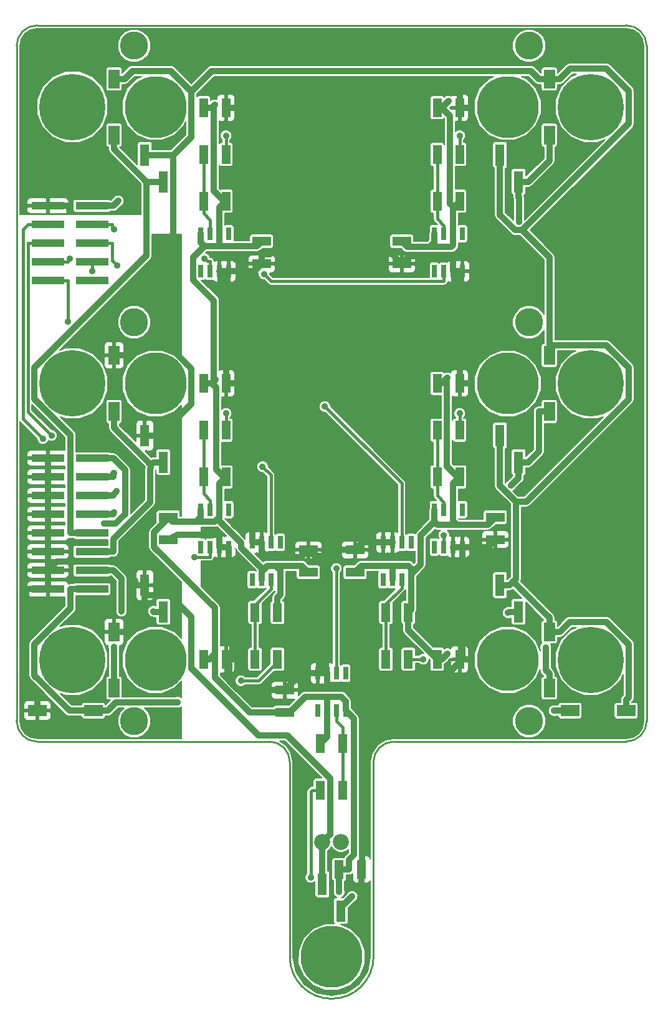
<source format=gtl>
G04 #@! TF.FileFunction,Copper,L1,Top,Signal*
%FSLAX46Y46*%
G04 Gerber Fmt 4.6, Leading zero omitted, Abs format (unit mm)*
G04 Created by KiCad (PCBNEW 0.201504221001+5618~22~ubuntu14.04.1-product) date Thu 30 Apr 2015 12:26:27 PM EDT*
%MOMM*%
G01*
G04 APERTURE LIST*
%ADD10C,0.100000*%
%ADD11C,0.228600*%
%ADD12C,8.382000*%
%ADD13R,1.270000X2.971800*%
%ADD14C,8.966200*%
%ADD15C,2.184400*%
%ADD16R,0.711200X1.778000*%
%ADD17C,3.810000*%
%ADD18R,2.540000X1.524000*%
%ADD19R,1.524000X2.540000*%
%ADD20R,4.495800X1.016000*%
%ADD21R,1.270000X2.540000*%
%ADD22R,2.540000X1.270000*%
%ADD23C,0.889000*%
%ADD24C,0.812800*%
%ADD25C,0.406400*%
%ADD26C,0.203200*%
G04 APERTURE END LIST*
D10*
D11*
X87914480Y-151958040D02*
G75*
G03X99283520Y-151958040I5684520J0D01*
G01*
X99283520Y-125483620D02*
X99283520Y-151958040D01*
X87917020Y-125483620D02*
X87917020Y-151958040D01*
X102064820Y-122702320D02*
G75*
G03X99283520Y-125483620I0J-2781300D01*
G01*
X87917020Y-125483620D02*
G75*
G03X85135720Y-122702320I-2781300J0D01*
G01*
X102064820Y-122702320D02*
X133619240Y-122702320D01*
X53581300Y-122702320D02*
X85135720Y-122702320D01*
X53581300Y-25400000D02*
G75*
G03X50800000Y-28181300I0J-2781300D01*
G01*
X133619240Y-122702320D02*
G75*
G03X136400540Y-119921020I0J2781300D01*
G01*
X136400540Y-28181300D02*
X136400540Y-119921020D01*
X50800000Y-119921020D02*
G75*
G03X53581300Y-122702320I2781300J0D01*
G01*
X50800000Y-28181300D02*
X50800000Y-119921020D01*
X136400540Y-28181300D02*
G75*
G03X133619240Y-25400000I-2781300J0D01*
G01*
X53581300Y-25400000D02*
X133619240Y-25400000D01*
D12*
X93599000Y-151958000D03*
X117533000Y-111613000D03*
X69667100Y-111613000D03*
X117533000Y-74051200D03*
X69667100Y-74051200D03*
X117533000Y-36489600D03*
X69667100Y-36489600D03*
D13*
X94869000Y-145704400D03*
X92329000Y-142097600D03*
X118999000Y-46644600D03*
X116459000Y-43037800D03*
X118999000Y-84744600D03*
X116459000Y-81137800D03*
X118999000Y-105064400D03*
X116459000Y-101457600D03*
X70739000Y-46644600D03*
X68199000Y-43037800D03*
X70739000Y-84744600D03*
X68199000Y-81137800D03*
X70739000Y-105064400D03*
X68199000Y-101457600D03*
D14*
X58384400Y-36489600D03*
X58384400Y-74051200D03*
X58384400Y-111613000D03*
X128816000Y-36489600D03*
X128816000Y-74051200D03*
X128816000Y-111613000D03*
D15*
X92329000Y-136388000D03*
X94869000Y-136388000D03*
D16*
X91694000Y-118501000D03*
X92964000Y-118501000D03*
X94234000Y-118501000D03*
X95504000Y-118501000D03*
X95504000Y-113421000D03*
X94234000Y-113421000D03*
X92964000Y-113421000D03*
X91694000Y-113421000D03*
X111379000Y-53731200D03*
X110109000Y-53731200D03*
X108839000Y-53731200D03*
X107569000Y-53731200D03*
X107569000Y-58811200D03*
X108839000Y-58811200D03*
X110109000Y-58811200D03*
X111379000Y-58811200D03*
X111379000Y-91196200D03*
X110109000Y-91196200D03*
X108839000Y-91196200D03*
X107569000Y-91196200D03*
X107569000Y-96276200D03*
X108839000Y-96276200D03*
X110109000Y-96276200D03*
X111379000Y-96276200D03*
X100584000Y-100721200D03*
X101854000Y-100721200D03*
X103124000Y-100721200D03*
X104394000Y-100721200D03*
X104394000Y-95641200D03*
X103124000Y-95641200D03*
X101854000Y-95641200D03*
X100584000Y-95641200D03*
X79629000Y-53731200D03*
X78359000Y-53731200D03*
X77089000Y-53731200D03*
X75819000Y-53731200D03*
X75819000Y-58811200D03*
X77089000Y-58811200D03*
X78359000Y-58811200D03*
X79629000Y-58811200D03*
X79629000Y-91196200D03*
X78359000Y-91196200D03*
X77089000Y-91196200D03*
X75819000Y-91196200D03*
X75819000Y-96276200D03*
X77089000Y-96276200D03*
X78359000Y-96276200D03*
X79629000Y-96276200D03*
X82804000Y-100721200D03*
X84074000Y-100721200D03*
X85344000Y-100721200D03*
X86614000Y-100721200D03*
X86614000Y-95641200D03*
X85344000Y-95641200D03*
X84074000Y-95641200D03*
X82804000Y-95641200D03*
D17*
X66763900Y-28181300D03*
X120434000Y-28181300D03*
X66763900Y-65742800D03*
X120434000Y-65742800D03*
X66763900Y-119921000D03*
X120434000Y-119921000D03*
D18*
X53594000Y-118501000D03*
X61214000Y-118501000D03*
D19*
X64025800Y-107803000D03*
X64025800Y-115423000D03*
X64025800Y-70241200D03*
X64025800Y-77861200D03*
X64025800Y-32679600D03*
X64025800Y-40299600D03*
X123175000Y-107803000D03*
X123175000Y-115423000D03*
X123175000Y-70241200D03*
X123175000Y-77861200D03*
X123175000Y-32679600D03*
X123175000Y-40299600D03*
D18*
X133604000Y-118501000D03*
X125984000Y-118501000D03*
D20*
X55041800Y-49921200D03*
X61036200Y-49921200D03*
X55041800Y-52461200D03*
X61036200Y-52461200D03*
X55041800Y-55001200D03*
X61036200Y-55001200D03*
X55041800Y-57541200D03*
X61036200Y-57541200D03*
X55041800Y-60081200D03*
X61036200Y-60081200D03*
X55041800Y-84211200D03*
X61036200Y-84211200D03*
X55041800Y-86751200D03*
X61036200Y-86751200D03*
X55041800Y-89291200D03*
X61036200Y-89291200D03*
X55041800Y-91831200D03*
X61036200Y-91831200D03*
X55041800Y-94371200D03*
X61036200Y-94371200D03*
X55041800Y-96911200D03*
X61036200Y-96911200D03*
X55041800Y-99451200D03*
X61036200Y-99451200D03*
X55041800Y-101991200D03*
X61036200Y-101991200D03*
D21*
X97663000Y-140091000D03*
X94615000Y-140091000D03*
X95123000Y-122946000D03*
X92075000Y-122946000D03*
D22*
X87249000Y-115707000D03*
X87249000Y-118755000D03*
D21*
X110998000Y-36586200D03*
X107950000Y-36586200D03*
X107950000Y-49286200D03*
X110998000Y-49286200D03*
D22*
X103124000Y-57795200D03*
X103124000Y-54747200D03*
D21*
X110998000Y-74051200D03*
X107950000Y-74051200D03*
X107950000Y-86751200D03*
X110998000Y-86751200D03*
D22*
X115824000Y-95260200D03*
X115824000Y-92212200D03*
D21*
X110998000Y-111516000D03*
X107950000Y-111516000D03*
X100965000Y-105166000D03*
X104013000Y-105166000D03*
D22*
X96774000Y-96657200D03*
X96774000Y-99705200D03*
D21*
X79248000Y-36586200D03*
X76200000Y-36586200D03*
X76200000Y-49286200D03*
X79248000Y-49286200D03*
D22*
X84074000Y-57795200D03*
X84074000Y-54747200D03*
D21*
X79248000Y-74051200D03*
X76200000Y-74051200D03*
X76200000Y-86751200D03*
X79248000Y-86751200D03*
D22*
X71374000Y-95260200D03*
X71374000Y-92212200D03*
D21*
X79248000Y-111516000D03*
X76200000Y-111516000D03*
X83185000Y-105166000D03*
X86233000Y-105166000D03*
D22*
X90424000Y-96657200D03*
X90424000Y-99705200D03*
D21*
X95123000Y-129296000D03*
X92075000Y-129296000D03*
X107950000Y-42936200D03*
X110998000Y-42936200D03*
X107950000Y-80401200D03*
X110998000Y-80401200D03*
X100965000Y-111516000D03*
X104013000Y-111516000D03*
X76200000Y-42936200D03*
X79248000Y-42936200D03*
X76200000Y-80401200D03*
X79248000Y-80401200D03*
X83185000Y-111516000D03*
X86233000Y-111516000D03*
D23*
X62704400Y-93116500D03*
X96380300Y-143726700D03*
X123848200Y-118501000D03*
X63999900Y-86210800D03*
X119029100Y-52139600D03*
X64410500Y-88720200D03*
X117968700Y-87885900D03*
X117578900Y-105222600D03*
X122677900Y-109896300D03*
X64045800Y-91572000D03*
X64025800Y-109868200D03*
X65048400Y-104993100D03*
X69372000Y-104993100D03*
X72691500Y-117355300D03*
X112395000Y-36586200D03*
X112395000Y-74051200D03*
X112395000Y-111516000D03*
X81026000Y-36586200D03*
X81026000Y-74051200D03*
X81026000Y-111516000D03*
X97663000Y-144790000D03*
X58039000Y-50600500D03*
X54356700Y-81551900D03*
X94234000Y-99187500D03*
X64015400Y-53117900D03*
X84410900Y-59178600D03*
X55543400Y-81132500D03*
X108839000Y-94667900D03*
X64478400Y-58049300D03*
X92690700Y-77179200D03*
X58039000Y-57125900D03*
X76307600Y-57062400D03*
X61036200Y-58764600D03*
X74918100Y-97622700D03*
X57747200Y-65619600D03*
X84196500Y-85344600D03*
X109474000Y-35697200D03*
X109347000Y-73289200D03*
X109347000Y-110754000D03*
X77724000Y-36205200D03*
X77851000Y-73543200D03*
X77724000Y-110754000D03*
X94615000Y-143139000D03*
X64606200Y-49259800D03*
X90759200Y-141160900D03*
X110998000Y-40396200D03*
X110998000Y-78115200D03*
X106045000Y-111516000D03*
X79248000Y-40396200D03*
X79248000Y-78115200D03*
X81280000Y-114437000D03*
D24*
X58555000Y-98242200D02*
X56250800Y-98242200D01*
X64254800Y-98242200D02*
X58555000Y-98242200D01*
X56250800Y-98242200D02*
X55041800Y-99451200D01*
X55041800Y-86751200D02*
X55041800Y-84211200D01*
X55041800Y-89291200D02*
X55041800Y-86751200D01*
X55041800Y-91831200D02*
X55041800Y-89291200D01*
X55041800Y-94371200D02*
X55041800Y-91831200D01*
X55041800Y-99451200D02*
X55041800Y-96911200D01*
X55041800Y-96911200D02*
X55041800Y-94371200D01*
X92329000Y-136388000D02*
X92329000Y-142097600D01*
X116459000Y-81137800D02*
X116459000Y-83284400D01*
X123175000Y-68882500D02*
X123175000Y-70241200D01*
X68199000Y-43037800D02*
X69494700Y-43037800D01*
X116459000Y-101457600D02*
X117754700Y-101457600D01*
X123690400Y-32679600D02*
X124597700Y-32679600D01*
X123175000Y-107803000D02*
X123175000Y-105872300D01*
X125979700Y-106421000D02*
X124597700Y-107803000D01*
X130910100Y-106421000D02*
X125979700Y-106421000D01*
X134008600Y-109519500D02*
X130910100Y-106421000D01*
X134008600Y-116673700D02*
X134008600Y-109519500D01*
X133604000Y-117078300D02*
X134008600Y-116673700D01*
X133604000Y-118501000D02*
X133604000Y-117078300D01*
X123175000Y-107803000D02*
X124597700Y-107803000D01*
X55041800Y-101991000D02*
X55041800Y-101991200D01*
X53594000Y-118501000D02*
X53594000Y-117078300D01*
X52133200Y-115617500D02*
X53594000Y-117078300D01*
X52133200Y-101991200D02*
X52133200Y-115617500D01*
X55041800Y-101991200D02*
X52133200Y-101991200D01*
X64025800Y-32679600D02*
X65448500Y-32679600D01*
X123690400Y-32679600D02*
X123175000Y-32679600D01*
X123175000Y-32679600D02*
X121752300Y-32679600D01*
X77350600Y-31593700D02*
X74526100Y-34418200D01*
X120666400Y-31593700D02*
X77350600Y-31593700D01*
X121752300Y-32679600D02*
X120666400Y-31593700D01*
X66535500Y-31592600D02*
X65448500Y-32679600D01*
X71700500Y-31592600D02*
X66535500Y-31592600D01*
X74526100Y-34418200D02*
X71700500Y-31592600D01*
X64025800Y-107803000D02*
X65448500Y-107803000D01*
X93370800Y-135346200D02*
X92329000Y-136388000D01*
X93370800Y-127702500D02*
X93370800Y-135346200D01*
X87547400Y-121879100D02*
X93370800Y-127702500D01*
X83689600Y-121879100D02*
X87547400Y-121879100D01*
X74518900Y-112708400D02*
X83689600Y-121879100D01*
X74518900Y-105781300D02*
X74518900Y-112708400D01*
X71598000Y-102860400D02*
X74518900Y-105781300D01*
X68199000Y-102860400D02*
X71598000Y-102860400D01*
X68199000Y-101457600D02*
X68199000Y-102860400D01*
X68199000Y-105052500D02*
X65448500Y-107803000D01*
X68199000Y-102860400D02*
X68199000Y-105052500D01*
X123175000Y-56932900D02*
X123175000Y-68882500D01*
X119486900Y-53244800D02*
X123175000Y-56932900D01*
X118571400Y-53244800D02*
X119486900Y-53244800D01*
X116459000Y-51132400D02*
X118571400Y-53244800D01*
X116459000Y-43037800D02*
X116459000Y-51132400D01*
X125990700Y-31286600D02*
X124597700Y-32679600D01*
X130943900Y-31286600D02*
X125990700Y-31286600D01*
X133980700Y-34323400D02*
X130943900Y-31286600D01*
X133980700Y-38751000D02*
X133980700Y-34323400D01*
X119486900Y-53244800D02*
X133980700Y-38751000D01*
X55041800Y-101991000D02*
X55041800Y-100721100D01*
X55041800Y-100721100D02*
X55041800Y-99451200D01*
X68199000Y-101457600D02*
X66903300Y-101457600D01*
X68199000Y-81137800D02*
X69494700Y-81137800D01*
X66903300Y-100890700D02*
X66903300Y-101457600D01*
X64254800Y-98242200D02*
X66903300Y-100890700D01*
X64025800Y-70241200D02*
X65448500Y-70241200D01*
X72034800Y-82969200D02*
X70203400Y-81137800D01*
X72034800Y-88712200D02*
X72034800Y-82969200D01*
X67668100Y-93078900D02*
X72034800Y-88712200D01*
X67668100Y-94828900D02*
X67668100Y-93078900D01*
X64254800Y-98242200D02*
X67668100Y-94828900D01*
X70203400Y-81137800D02*
X69494700Y-81137800D01*
X74542000Y-72042700D02*
X71653400Y-69154100D01*
X74542000Y-76799200D02*
X74542000Y-72042700D01*
X70203400Y-81137800D02*
X74542000Y-76799200D01*
X66535600Y-69154100D02*
X65448500Y-70241200D01*
X71653400Y-69154100D02*
X66535600Y-69154100D01*
X72036100Y-68771400D02*
X71653400Y-69154100D01*
X72036100Y-43037800D02*
X72036100Y-68771400D01*
X69494700Y-43037800D02*
X72036100Y-43037800D01*
X74526100Y-40547800D02*
X74526100Y-34418200D01*
X72036100Y-43037800D02*
X74526100Y-40547800D01*
X116459000Y-87939100D02*
X118608000Y-90088100D01*
X116459000Y-83284400D02*
X116459000Y-87939100D01*
X130948900Y-68882500D02*
X123175000Y-68882500D01*
X133959900Y-71893500D02*
X130948900Y-68882500D01*
X133959900Y-76213800D02*
X133959900Y-71893500D01*
X120085600Y-90088100D02*
X133959900Y-76213800D01*
X118608000Y-90088100D02*
X120085600Y-90088100D01*
X118257500Y-100954800D02*
X123175000Y-105872300D01*
X118608000Y-100604300D02*
X118257500Y-100954800D01*
X118608000Y-90088100D02*
X118608000Y-100604300D01*
X118257500Y-100954800D02*
X117754700Y-101457600D01*
X61036200Y-84211200D02*
X63944800Y-84211200D01*
X94869000Y-145238000D02*
X94869000Y-145704400D01*
X96380300Y-143726700D02*
X94869000Y-145238000D01*
X125984000Y-118501000D02*
X124053300Y-118501000D01*
X124053300Y-118501000D02*
X123848200Y-118501000D01*
X64187200Y-93116500D02*
X62704400Y-93116500D01*
X65533700Y-91770000D02*
X64187200Y-93116500D01*
X65533700Y-85800100D02*
X65533700Y-91770000D01*
X63944800Y-84211200D02*
X65533700Y-85800100D01*
X123175000Y-43764300D02*
X120294700Y-46644600D01*
X123175000Y-40299600D02*
X123175000Y-43764300D01*
X118999000Y-46644600D02*
X120294700Y-46644600D01*
X119029100Y-48821300D02*
X118999000Y-48791200D01*
X119029100Y-52139600D02*
X119029100Y-48821300D01*
X118999000Y-46644600D02*
X118999000Y-48791200D01*
X63944800Y-86265900D02*
X63999900Y-86210800D01*
X63944800Y-86751200D02*
X63944800Y-86265900D01*
X61036200Y-86751200D02*
X63944800Y-86751200D01*
X121752300Y-83287000D02*
X120294700Y-84744600D01*
X121752300Y-77861200D02*
X121752300Y-83287000D01*
X123175000Y-77861200D02*
X121752300Y-77861200D01*
X118999000Y-84744600D02*
X120294700Y-84744600D01*
X63944800Y-89185900D02*
X64410500Y-88720200D01*
X63944800Y-89291200D02*
X63944800Y-89185900D01*
X118963400Y-86891200D02*
X118999000Y-86891200D01*
X117968700Y-87885900D02*
X118963400Y-86891200D01*
X118999000Y-84744600D02*
X118999000Y-86891200D01*
X61036200Y-89291200D02*
X63944800Y-89291200D01*
X118999000Y-105064400D02*
X117703300Y-105064400D01*
X117703300Y-105098200D02*
X117703300Y-105064400D01*
X117578900Y-105222600D02*
X117703300Y-105098200D01*
X122677900Y-112995200D02*
X122677900Y-109896300D01*
X123175000Y-113492300D02*
X122677900Y-112995200D01*
X123175000Y-115423000D02*
X123175000Y-113492300D01*
X61036200Y-91831200D02*
X63944800Y-91831200D01*
X63944800Y-91673000D02*
X64045800Y-91572000D01*
X63944800Y-91831200D02*
X63944800Y-91673000D01*
X64025800Y-40299600D02*
X64025800Y-42230300D01*
X61036200Y-94371200D02*
X58127600Y-94371200D01*
X64025800Y-42230300D02*
X68440100Y-46644600D01*
X68440100Y-46644600D02*
X70739000Y-46644600D01*
X68440100Y-56698100D02*
X68440100Y-46644600D01*
X53214100Y-71924100D02*
X68440100Y-56698100D01*
X53214100Y-76163600D02*
X53214100Y-71924100D01*
X58127600Y-81077100D02*
X53214100Y-76163600D01*
X58127600Y-94371200D02*
X58127600Y-81077100D01*
X61036200Y-96911200D02*
X63944800Y-96911200D01*
X70739000Y-84744600D02*
X69443300Y-84744600D01*
X69067000Y-85120900D02*
X69443300Y-84744600D01*
X64025800Y-80079800D02*
X69067000Y-85120900D01*
X64025800Y-77861200D02*
X64025800Y-80079800D01*
X63944800Y-95178700D02*
X63944800Y-96911200D01*
X68939600Y-90183900D02*
X63944800Y-95178700D01*
X68939600Y-85623200D02*
X68939600Y-90183900D01*
X69067000Y-85495800D02*
X68939600Y-85623200D01*
X69067000Y-85121000D02*
X69067000Y-85495800D01*
X69067000Y-85120900D02*
X69067000Y-85121000D01*
X64025800Y-115423000D02*
X64025800Y-109868200D01*
X61036200Y-99451200D02*
X63944800Y-99451200D01*
X65048400Y-100554800D02*
X65048400Y-104993100D01*
X63944800Y-99451200D02*
X65048400Y-100554800D01*
X70739000Y-105064400D02*
X69443300Y-105064400D01*
X69372000Y-104993100D02*
X69443300Y-105064400D01*
X61036200Y-101991200D02*
X58127600Y-101991200D01*
X57993400Y-118501000D02*
X61214000Y-118501000D01*
X53200400Y-113708000D02*
X57993400Y-118501000D01*
X53200400Y-109487300D02*
X53200400Y-113708000D01*
X58127600Y-104560100D02*
X53200400Y-109487300D01*
X58127600Y-101991200D02*
X58127600Y-104560100D01*
X61214000Y-118501000D02*
X63144700Y-118501000D01*
X64290400Y-117355300D02*
X72691500Y-117355300D01*
X63144700Y-118501000D02*
X64290400Y-117355300D01*
X114808000Y-96276200D02*
X115824000Y-95260200D01*
X111379000Y-96276200D02*
X114808000Y-96276200D01*
X72644000Y-94625200D02*
X71374000Y-95260200D01*
X78359000Y-94625200D02*
X72644000Y-94625200D01*
X78359000Y-96276200D02*
X78359000Y-94625200D01*
X112395000Y-36586200D02*
X110998000Y-36586200D01*
X112395000Y-74051200D02*
X110998000Y-74051200D01*
X81026000Y-36586200D02*
X79248000Y-36586200D01*
X81026000Y-74051200D02*
X79248000Y-74051200D01*
X82804000Y-95641200D02*
X84074000Y-95641200D01*
X100584000Y-95641200D02*
X101854000Y-95641200D01*
X110109000Y-96276200D02*
X111379000Y-96276200D01*
X112395000Y-111516000D02*
X111696500Y-111516000D01*
X111379000Y-111198500D02*
X111379000Y-96276200D01*
X111696500Y-111516000D02*
X111379000Y-111198500D01*
X97663000Y-144790000D02*
X97663000Y-140091000D01*
X89535000Y-113421000D02*
X87249000Y-115707000D01*
X91694000Y-113421000D02*
X89535000Y-113421000D01*
X78359000Y-96276200D02*
X79629000Y-96276200D01*
X110109000Y-58811200D02*
X110744000Y-58811200D01*
X110744000Y-58811200D02*
X111379000Y-58811200D01*
X110744000Y-71866500D02*
X110744000Y-58811200D01*
X110998000Y-72120500D02*
X110744000Y-71866500D01*
X110998000Y-74051200D02*
X110998000Y-72120500D01*
X97790000Y-95641200D02*
X96774000Y-96657200D01*
X100584000Y-95641200D02*
X97790000Y-95641200D01*
X111696500Y-111516000D02*
X111347300Y-111516000D01*
X111347300Y-111516000D02*
X110998000Y-111516000D01*
X92964000Y-113421000D02*
X92964000Y-114970700D01*
X97724300Y-140029700D02*
X97663000Y-140091000D01*
X97724300Y-114970700D02*
X97724300Y-140029700D01*
X97724300Y-114970700D02*
X92964000Y-114970700D01*
X110998000Y-36586200D02*
X110998000Y-34655500D01*
X81026000Y-111516000D02*
X80160200Y-111516000D01*
X80160200Y-98357100D02*
X79629000Y-97825900D01*
X80160200Y-111516000D02*
X80160200Y-98357100D01*
X79629000Y-96276200D02*
X79629000Y-97825900D01*
X80160200Y-111516000D02*
X79704100Y-111516000D01*
X79704100Y-111516000D02*
X79248000Y-111516000D01*
X80920500Y-115707000D02*
X87249000Y-115707000D01*
X79704100Y-114490600D02*
X80920500Y-115707000D01*
X79704100Y-111516000D02*
X79704100Y-114490600D01*
X91694000Y-113421000D02*
X92329000Y-113421000D01*
X92329000Y-113421000D02*
X92964000Y-113421000D01*
X90423900Y-96657300D02*
X90424000Y-96657200D01*
X96774000Y-96657200D02*
X94843300Y-96657200D01*
X92421400Y-113328600D02*
X92421400Y-97470000D01*
X92329000Y-113421000D02*
X92421400Y-113328600D01*
X91236600Y-97470000D02*
X92421400Y-97470000D01*
X90423900Y-96657300D02*
X91236600Y-97470000D01*
X94030500Y-97470000D02*
X94843300Y-96657200D01*
X92421400Y-97470000D02*
X94030500Y-97470000D01*
X107892600Y-114970700D02*
X97724300Y-114970700D01*
X111347300Y-111516000D02*
X107892600Y-114970700D01*
X83058000Y-58811200D02*
X84074000Y-57795200D01*
X79629000Y-58811200D02*
X83058000Y-58811200D01*
X86040800Y-55666400D02*
X86040800Y-41601000D01*
X85207700Y-56499500D02*
X86040800Y-55666400D01*
X84074000Y-56499500D02*
X85207700Y-56499500D01*
X81026000Y-36586200D02*
X86040800Y-41601000D01*
X84074000Y-57795200D02*
X84074000Y-56499500D01*
X104140000Y-56779200D02*
X103124100Y-57795100D01*
X109474000Y-56779200D02*
X104140000Y-56779200D01*
X110109000Y-57414200D02*
X109474000Y-56779200D01*
X110109000Y-58811200D02*
X110109000Y-57414200D01*
X103124100Y-57795100D02*
X103124000Y-57795200D01*
X86040800Y-41601000D02*
X101155800Y-41601000D01*
X101155800Y-40502700D02*
X101155800Y-41601000D01*
X107085800Y-34572700D02*
X101155800Y-40502700D01*
X110915200Y-34572700D02*
X107085800Y-34572700D01*
X110998000Y-34655500D02*
X110915200Y-34572700D01*
X101155800Y-55826800D02*
X103124100Y-57795100D01*
X101155800Y-41601000D02*
X101155800Y-55826800D01*
X78359000Y-58811200D02*
X79006800Y-58811200D01*
X79006800Y-58811200D02*
X79629000Y-58811200D01*
X79006800Y-71879300D02*
X79248000Y-72120500D01*
X79006800Y-58811200D02*
X79006800Y-71879300D01*
X79248000Y-74051200D02*
X79248000Y-72120500D01*
X57950400Y-50511900D02*
X57950400Y-49921200D01*
X58039000Y-50600500D02*
X57950400Y-50511900D01*
X55041800Y-49921200D02*
X57950400Y-49921200D01*
X81026000Y-92313500D02*
X82804000Y-94091500D01*
X81026000Y-74051200D02*
X81026000Y-92313500D01*
X89408000Y-97673200D02*
X90423900Y-96657300D01*
X84836000Y-97673200D02*
X89408000Y-97673200D01*
X84074000Y-96911200D02*
X84836000Y-97673200D01*
X84074000Y-95641200D02*
X84074000Y-96911200D01*
X82804000Y-95641200D02*
X82804000Y-94091500D01*
D25*
X94234000Y-99187500D02*
X94234000Y-113421000D01*
X55041800Y-52461200D02*
X52336400Y-52461200D01*
X51666300Y-78861500D02*
X54356700Y-81551900D01*
X51666300Y-53131300D02*
X51666300Y-78861500D01*
X52336400Y-52461200D02*
X51666300Y-53131300D01*
X85390000Y-60157700D02*
X108839000Y-60157700D01*
X84410900Y-59178600D02*
X85390000Y-60157700D01*
X108839000Y-58811200D02*
X108839000Y-60157700D01*
X61036200Y-52461200D02*
X63741600Y-52461200D01*
X63741600Y-52844100D02*
X64015400Y-53117900D01*
X63741600Y-52461200D02*
X63741600Y-52844100D01*
X108839000Y-96276200D02*
X108839000Y-94929700D01*
X108839000Y-94929700D02*
X108839000Y-94667900D01*
X52336400Y-77925500D02*
X55543400Y-81132500D01*
X52336400Y-55001200D02*
X52336400Y-77925500D01*
X55041800Y-55001200D02*
X52336400Y-55001200D01*
X103124000Y-87612500D02*
X103124000Y-95641200D01*
X92690700Y-77179200D02*
X103124000Y-87612500D01*
X61036200Y-55001200D02*
X63741600Y-55001200D01*
X63741600Y-57312500D02*
X64478400Y-58049300D01*
X63741600Y-55001200D02*
X63741600Y-57312500D01*
X57747200Y-57417700D02*
X58039000Y-57125900D01*
X57747200Y-57541200D02*
X57747200Y-57417700D01*
X76709900Y-57464700D02*
X77089000Y-57464700D01*
X76307600Y-57062400D02*
X76709900Y-57464700D01*
X77089000Y-58811200D02*
X77089000Y-57464700D01*
X55041800Y-57541200D02*
X57747200Y-57541200D01*
X77089000Y-96276200D02*
X77089000Y-97622700D01*
X74918100Y-97622700D02*
X77089000Y-97622700D01*
X61036200Y-57541200D02*
X61036200Y-58764600D01*
X85344000Y-86492100D02*
X85344000Y-95641200D01*
X84196500Y-85344600D02*
X85344000Y-86492100D01*
X55041800Y-60081200D02*
X57747200Y-60081200D01*
X57747200Y-60081200D02*
X57747200Y-65619600D01*
D24*
X92964000Y-118501000D02*
X92964000Y-116596000D01*
X114808000Y-93228200D02*
X115824000Y-92212200D01*
X110617000Y-93228200D02*
X114808000Y-93228200D01*
X110109000Y-92720200D02*
X110617000Y-93228200D01*
X110109000Y-91196200D02*
X110109000Y-92720200D01*
X83439000Y-55382200D02*
X84074000Y-54747200D01*
X78613000Y-55382200D02*
X83439000Y-55382200D01*
X78359000Y-55128200D02*
X78613000Y-55382200D01*
X78359000Y-53731200D02*
X78359000Y-55128200D01*
X76962000Y-111516000D02*
X77724000Y-110754000D01*
X76200000Y-111516000D02*
X76962000Y-111516000D01*
X75819000Y-92212200D02*
X75184000Y-92847200D01*
X75819000Y-91196200D02*
X75819000Y-92212200D01*
X103886000Y-55509200D02*
X103124000Y-54747200D01*
X106934000Y-55509200D02*
X103886000Y-55509200D01*
X109855000Y-55509200D02*
X106934000Y-55509200D01*
X110109000Y-55255200D02*
X109855000Y-55509200D01*
X110109000Y-53731200D02*
X110109000Y-55255200D01*
X107569000Y-54874200D02*
X106934000Y-55509200D01*
X107569000Y-53731200D02*
X107569000Y-54874200D01*
X92964000Y-122057000D02*
X92075000Y-122946000D01*
X92964000Y-118501000D02*
X92964000Y-122057000D01*
X94869000Y-116596000D02*
X92964000Y-116596000D01*
X95504000Y-117231000D02*
X94869000Y-116596000D01*
X95504000Y-118501000D02*
X95504000Y-117231000D01*
X97663000Y-98816200D02*
X96774000Y-99705200D01*
X101727000Y-98816200D02*
X97663000Y-98816200D01*
X101727000Y-98943200D02*
X101727000Y-98816200D01*
X101854000Y-98816200D02*
X101727000Y-98943200D01*
X104394000Y-104785000D02*
X104013000Y-105166000D01*
X104394000Y-100721200D02*
X104394000Y-104785000D01*
X89535000Y-98816200D02*
X90424000Y-99705200D01*
X85979000Y-98816200D02*
X89535000Y-98816200D01*
X86614000Y-102753000D02*
X86614000Y-100721200D01*
X86233000Y-103134000D02*
X86614000Y-102753000D01*
X86233000Y-105166000D02*
X86233000Y-103134000D01*
X86614000Y-99451200D02*
X85979000Y-98816200D01*
X86614000Y-100721200D02*
X86614000Y-99451200D01*
X101854000Y-98816200D02*
X101727000Y-98816200D01*
X101854000Y-100721000D02*
X101854000Y-98816200D01*
X101854000Y-100721000D02*
X101854000Y-100721200D01*
X84074000Y-100721000D02*
X84074000Y-100721200D01*
X94615000Y-143139000D02*
X94615000Y-140091000D01*
X96626300Y-119623300D02*
X95504000Y-118501000D01*
X96626300Y-138079700D02*
X96626300Y-119623300D01*
X95910700Y-138795300D02*
X96626300Y-138079700D01*
X95910700Y-140091000D02*
X95910700Y-138795300D01*
X94615000Y-140091000D02*
X95910700Y-140091000D01*
X108585000Y-74051200D02*
X109258200Y-73378000D01*
X107950000Y-74051200D02*
X108585000Y-74051200D01*
X109258200Y-73378000D02*
X109347000Y-73289200D01*
X109258200Y-85277600D02*
X110864900Y-86884300D01*
X109258200Y-73378000D02*
X109258200Y-85277600D01*
X110109000Y-87640200D02*
X110864900Y-86884300D01*
X110109000Y-91196200D02*
X110109000Y-87640200D01*
X110864900Y-86884300D02*
X110998000Y-86751200D01*
X87884000Y-118755000D02*
X87249000Y-118755000D01*
X90043000Y-116596000D02*
X87884000Y-118755000D01*
X92964000Y-116596000D02*
X90043000Y-116596000D01*
X110109000Y-50175200D02*
X110172500Y-50111700D01*
X110109000Y-53731200D02*
X110109000Y-50175200D01*
X110172500Y-50111700D02*
X110998000Y-49286200D01*
X109702200Y-37703400D02*
X108585000Y-36586200D01*
X109702200Y-49641400D02*
X109702200Y-37703400D01*
X110172500Y-50111700D02*
X109702200Y-49641400D01*
X107950000Y-36586200D02*
X108585000Y-36586200D01*
X108585000Y-36586200D02*
X109474000Y-35697200D01*
X104394000Y-100721200D02*
X104394000Y-99959200D01*
X104013000Y-98816200D02*
X101854000Y-98816200D01*
X104394000Y-99197200D02*
X104013000Y-98816200D01*
X104394000Y-99959200D02*
X104394000Y-99197200D01*
X105689800Y-94726400D02*
X107569000Y-92847200D01*
X105689800Y-98663400D02*
X105689800Y-94726400D01*
X104394000Y-99959200D02*
X105689800Y-98663400D01*
X107569000Y-91196200D02*
X107569000Y-92847200D01*
X107950000Y-93228200D02*
X110617000Y-93228200D01*
X107569000Y-92847200D02*
X107950000Y-93228200D01*
X61036200Y-49921200D02*
X63944800Y-49921200D01*
X82459200Y-118755000D02*
X87249000Y-118755000D01*
X77724000Y-114019800D02*
X82459200Y-118755000D01*
X77724000Y-110754000D02*
X77724000Y-114019800D01*
X108585000Y-111516000D02*
X109347000Y-110754000D01*
X107950000Y-111516000D02*
X108585000Y-111516000D01*
X104013000Y-107579000D02*
X104013000Y-105166000D01*
X107950000Y-111516000D02*
X104013000Y-107579000D01*
X64606200Y-49259800D02*
X63944800Y-49921200D01*
X77343000Y-36586200D02*
X77571700Y-36357500D01*
X76200000Y-36586200D02*
X77343000Y-36586200D01*
X77571700Y-36357500D02*
X77724000Y-36205200D01*
X77571700Y-47876100D02*
X79114900Y-49419300D01*
X77571700Y-36357500D02*
X77571700Y-47876100D01*
X78359000Y-50175200D02*
X79114900Y-49419300D01*
X78359000Y-53731200D02*
X78359000Y-50175200D01*
X79114900Y-49419300D02*
X79248000Y-49286200D01*
X76200000Y-74051200D02*
X77343000Y-74051200D01*
X77914500Y-85683900D02*
X79114900Y-86884300D01*
X77914500Y-74622700D02*
X77914500Y-85683900D01*
X77343000Y-74051200D02*
X77914500Y-74622700D01*
X78359000Y-87640200D02*
X79114900Y-86884300D01*
X78359000Y-91196200D02*
X78359000Y-87640200D01*
X79114900Y-86884300D02*
X79248000Y-86751200D01*
X78359000Y-92212200D02*
X78041500Y-92529700D01*
X78359000Y-91196200D02*
X78359000Y-92212200D01*
X77724000Y-92847200D02*
X75184000Y-92847200D01*
X78041500Y-92529700D02*
X77724000Y-92847200D01*
X84268300Y-99310800D02*
X84341400Y-99310800D01*
X81322600Y-96365100D02*
X84268300Y-99310800D01*
X81322600Y-95740000D02*
X81322600Y-96365100D01*
X78112300Y-92529700D02*
X81322600Y-95740000D01*
X78041500Y-92529700D02*
X78112300Y-92529700D01*
X84074000Y-99578200D02*
X84341400Y-99310800D01*
X84074000Y-100721000D02*
X84074000Y-99578200D01*
X84836000Y-98816200D02*
X85979000Y-98816200D01*
X84341400Y-99310800D02*
X84836000Y-98816200D01*
X77343000Y-74051200D02*
X77597000Y-73797200D01*
X77597000Y-73797200D02*
X77851000Y-73543200D01*
X74753500Y-56955700D02*
X76327000Y-55382200D01*
X74753500Y-59972200D02*
X74753500Y-56955700D01*
X77597000Y-62815700D02*
X74753500Y-59972200D01*
X77597000Y-73797200D02*
X77597000Y-62815700D01*
X75819000Y-54874200D02*
X76327000Y-55382200D01*
X75819000Y-53731200D02*
X75819000Y-54874200D01*
X76327000Y-55382200D02*
X78613000Y-55382200D01*
X71441200Y-92279400D02*
X71374000Y-92212200D01*
X72009000Y-92847200D02*
X71441200Y-92279400D01*
X75184000Y-92847200D02*
X72009000Y-92847200D01*
X77724000Y-104548800D02*
X77724000Y-110754000D01*
X69443200Y-96268000D02*
X77724000Y-104548800D01*
X69443200Y-94277400D02*
X69443200Y-96268000D01*
X71441200Y-92279400D02*
X69443200Y-94277400D01*
D25*
X90759200Y-129519300D02*
X90759200Y-141160900D01*
X90982500Y-129296000D02*
X90759200Y-129519300D01*
X92075000Y-129296000D02*
X90982500Y-129296000D01*
X95123000Y-129296000D02*
X95123000Y-122946000D01*
X95123000Y-120787000D02*
X95123000Y-122946000D01*
X94234000Y-119898000D02*
X95123000Y-120787000D01*
X94234000Y-118501000D02*
X94234000Y-119898000D01*
X110998000Y-42936200D02*
X110998000Y-40396200D01*
X107950000Y-42936200D02*
X107950000Y-49286200D01*
X107950000Y-51699200D02*
X107950000Y-49286200D01*
X108839000Y-52588200D02*
X107950000Y-51699200D01*
X108839000Y-53731200D02*
X108839000Y-52588200D01*
X110998000Y-80401200D02*
X110998000Y-78115200D01*
X107950000Y-80401200D02*
X107950000Y-86751200D01*
X107950000Y-89291200D02*
X107950000Y-86751200D01*
X108839000Y-90180200D02*
X107950000Y-89291200D01*
X108839000Y-91196200D02*
X108839000Y-90180200D01*
X104013000Y-111516000D02*
X106045000Y-111516000D01*
X100965000Y-105166000D02*
X100965000Y-111516000D01*
X100965000Y-104023000D02*
X100965000Y-105166000D01*
X103124000Y-101864000D02*
X100965000Y-104023000D01*
X103124000Y-100721200D02*
X103124000Y-101864000D01*
X103124000Y-100721000D02*
X103124000Y-100721200D01*
X79248000Y-42936200D02*
X79248000Y-40396200D01*
X76200000Y-42936200D02*
X76200000Y-49286200D01*
X77089000Y-51826200D02*
X77089000Y-53731200D01*
X76200000Y-50937200D02*
X77089000Y-51826200D01*
X76200000Y-49286200D02*
X76200000Y-50937200D01*
X79248000Y-80401200D02*
X79248000Y-78115200D01*
X76200000Y-80401200D02*
X76200000Y-86751200D01*
X76200000Y-89037200D02*
X76200000Y-86751200D01*
X77089000Y-89926200D02*
X76200000Y-89037200D01*
X77089000Y-91196200D02*
X77089000Y-89926200D01*
X86233000Y-111897000D02*
X86233000Y-111516000D01*
X83693000Y-114437000D02*
X86233000Y-111897000D01*
X81280000Y-114437000D02*
X83693000Y-114437000D01*
X83185000Y-105166000D02*
X83185000Y-111516000D01*
X83185000Y-104150000D02*
X83185000Y-105166000D01*
X85344000Y-101991000D02*
X83185000Y-104150000D01*
X85344000Y-100721200D02*
X85344000Y-101991000D01*
X85344000Y-100721000D02*
X85344000Y-100721200D01*
D26*
G36*
X135981440Y-119879743D02*
X135794042Y-120821851D01*
X135283761Y-121585541D01*
X134520072Y-122095822D01*
X133577963Y-122283220D01*
X127616567Y-122283220D01*
X127616567Y-119263000D01*
X127616567Y-117739000D01*
X127590259Y-117603411D01*
X127511977Y-117484241D01*
X127393799Y-117404469D01*
X127254000Y-117376433D01*
X124714000Y-117376433D01*
X124578411Y-117402741D01*
X124459241Y-117481023D01*
X124379469Y-117599201D01*
X124351433Y-117739000D01*
X124099467Y-117739000D01*
X124008048Y-117701039D01*
X123689748Y-117700761D01*
X123395572Y-117822313D01*
X123170304Y-118047188D01*
X123048239Y-118341152D01*
X123047961Y-118659452D01*
X123169513Y-118953628D01*
X123394388Y-119178896D01*
X123688352Y-119300961D01*
X124006652Y-119301239D01*
X124099196Y-119263000D01*
X124351433Y-119263000D01*
X124377741Y-119398589D01*
X124456023Y-119517759D01*
X124574201Y-119597531D01*
X124714000Y-119625567D01*
X127254000Y-119625567D01*
X127389589Y-119599259D01*
X127508759Y-119520977D01*
X127588531Y-119402799D01*
X127616567Y-119263000D01*
X127616567Y-122283220D01*
X122694992Y-122283220D01*
X122694992Y-119473312D01*
X122351561Y-118642146D01*
X121716199Y-118005674D01*
X120885634Y-117660793D01*
X119986312Y-117660008D01*
X119155146Y-118003439D01*
X118518674Y-118638801D01*
X118173793Y-119469366D01*
X118173008Y-120368688D01*
X118516439Y-121199854D01*
X119151801Y-121836326D01*
X119982366Y-122181207D01*
X120881688Y-122181992D01*
X121712854Y-121838561D01*
X122349326Y-121203199D01*
X122694207Y-120372634D01*
X122694992Y-119473312D01*
X122694992Y-122283220D01*
X112344200Y-122283220D01*
X112344200Y-97286457D01*
X112344200Y-97043943D01*
X112344200Y-96581000D01*
X112344200Y-95971400D01*
X112344200Y-95508457D01*
X112344200Y-95265943D01*
X112251394Y-95041889D01*
X112079911Y-94870406D01*
X111855857Y-94777600D01*
X111683800Y-94777600D01*
X111531400Y-94930000D01*
X111531400Y-96123800D01*
X112191800Y-96123800D01*
X112344200Y-95971400D01*
X112344200Y-96581000D01*
X112191800Y-96428600D01*
X111531400Y-96428600D01*
X111531400Y-97622400D01*
X111683800Y-97774800D01*
X111855857Y-97774800D01*
X112079911Y-97681994D01*
X112251394Y-97510511D01*
X112344200Y-97286457D01*
X112344200Y-122283220D01*
X112242600Y-122283220D01*
X112242600Y-112907257D01*
X112242600Y-112664743D01*
X112242600Y-111820800D01*
X112242600Y-111211200D01*
X112242600Y-110367257D01*
X112242600Y-110124743D01*
X112149794Y-109900689D01*
X111978311Y-109729206D01*
X111754257Y-109636400D01*
X111302800Y-109636400D01*
X111226600Y-109712600D01*
X111226600Y-97622400D01*
X111226600Y-96428600D01*
X111226600Y-96123800D01*
X111226600Y-94930000D01*
X111074200Y-94777600D01*
X110902143Y-94777600D01*
X110744000Y-94843104D01*
X110585857Y-94777600D01*
X110413800Y-94777600D01*
X110261400Y-94930000D01*
X110261400Y-96123800D01*
X110566200Y-96123800D01*
X110921800Y-96123800D01*
X111226600Y-96123800D01*
X111226600Y-96428600D01*
X110921800Y-96428600D01*
X110566200Y-96428600D01*
X110261400Y-96428600D01*
X110261400Y-97622400D01*
X110413800Y-97774800D01*
X110585857Y-97774800D01*
X110744000Y-97709295D01*
X110902143Y-97774800D01*
X111074200Y-97774800D01*
X111226600Y-97622400D01*
X111226600Y-109712600D01*
X111150400Y-109788800D01*
X111150400Y-111363600D01*
X112090200Y-111363600D01*
X112242600Y-111211200D01*
X112242600Y-111820800D01*
X112090200Y-111668400D01*
X111150400Y-111668400D01*
X111150400Y-113243200D01*
X111302800Y-113395600D01*
X111754257Y-113395600D01*
X111978311Y-113302794D01*
X112149794Y-113131311D01*
X112242600Y-112907257D01*
X112242600Y-122283220D01*
X110845600Y-122283220D01*
X110845600Y-113243200D01*
X110845600Y-111668400D01*
X109905800Y-111668400D01*
X109753400Y-111820800D01*
X109753400Y-112664743D01*
X109753400Y-112907257D01*
X109846206Y-113131311D01*
X110017689Y-113302794D01*
X110241743Y-113395600D01*
X110693200Y-113395600D01*
X110845600Y-113243200D01*
X110845600Y-122283220D01*
X102064820Y-122283220D01*
X102024334Y-122291273D01*
X101983058Y-122291273D01*
X100918706Y-122502986D01*
X100918701Y-122502986D01*
X100811873Y-122547236D01*
X100767623Y-122565565D01*
X100767620Y-122565567D01*
X99865305Y-123168475D01*
X99749675Y-123284104D01*
X99146767Y-124186420D01*
X99146765Y-124186423D01*
X99084187Y-124337501D01*
X98872473Y-125401858D01*
X98872473Y-125443134D01*
X98864420Y-125483620D01*
X98864420Y-138595497D01*
X98814794Y-138475689D01*
X98643311Y-138304206D01*
X98419257Y-138211400D01*
X97967800Y-138211400D01*
X97815400Y-138363800D01*
X97815400Y-139938600D01*
X97835400Y-139938600D01*
X97835400Y-140243400D01*
X97815400Y-140243400D01*
X97815400Y-141818200D01*
X97967800Y-141970600D01*
X98419257Y-141970600D01*
X98643311Y-141877794D01*
X98814794Y-141706311D01*
X98864420Y-141586502D01*
X98864420Y-151916763D01*
X98456028Y-153969886D01*
X97316408Y-155675448D01*
X95610847Y-156815068D01*
X93599000Y-157215249D01*
X91587153Y-156815068D01*
X89881591Y-155675448D01*
X88741971Y-153969887D01*
X88336120Y-151929532D01*
X88336120Y-125483620D01*
X88328067Y-125443134D01*
X88328067Y-125401858D01*
X88116353Y-124337506D01*
X88116353Y-124337501D01*
X88116354Y-124337501D01*
X88072103Y-124230673D01*
X88053775Y-124186424D01*
X88053775Y-124186423D01*
X88053772Y-124186420D01*
X87450865Y-123284105D01*
X87335236Y-123168475D01*
X86545962Y-122641100D01*
X87231769Y-122641100D01*
X92254102Y-127663433D01*
X91440000Y-127663433D01*
X91304411Y-127689741D01*
X91185241Y-127768023D01*
X91105469Y-127886201D01*
X91077433Y-128026000D01*
X91077433Y-128737200D01*
X90982500Y-128737200D01*
X90768656Y-128779736D01*
X90587369Y-128900869D01*
X90364069Y-129124169D01*
X90242936Y-129305456D01*
X90200400Y-129519300D01*
X90200400Y-140588199D01*
X90081304Y-140707088D01*
X89959239Y-141001052D01*
X89958961Y-141319352D01*
X90080513Y-141613528D01*
X90305388Y-141838796D01*
X90599352Y-141960861D01*
X90917652Y-141961139D01*
X91211828Y-141839587D01*
X91331433Y-141720190D01*
X91331433Y-143583500D01*
X91357741Y-143719089D01*
X91436023Y-143838259D01*
X91554201Y-143918031D01*
X91694000Y-143946067D01*
X92964000Y-143946067D01*
X93099589Y-143919759D01*
X93218759Y-143841477D01*
X93298531Y-143723299D01*
X93326567Y-143583500D01*
X93326567Y-140611700D01*
X93300259Y-140476111D01*
X93221977Y-140356941D01*
X93103799Y-140277169D01*
X93091000Y-140274602D01*
X93091000Y-137584704D01*
X93119303Y-137573010D01*
X93512629Y-137180370D01*
X93598949Y-136972487D01*
X93683990Y-137178303D01*
X94076630Y-137571629D01*
X94589900Y-137784757D01*
X95145661Y-137785242D01*
X95659303Y-137573010D01*
X95864300Y-137368370D01*
X95864300Y-137764069D01*
X95371885Y-138256485D01*
X95236947Y-138458433D01*
X93980000Y-138458433D01*
X93844411Y-138484741D01*
X93725241Y-138563023D01*
X93645469Y-138681201D01*
X93617433Y-138821000D01*
X93617433Y-141361000D01*
X93643741Y-141496589D01*
X93722023Y-141615759D01*
X93840201Y-141695531D01*
X93853000Y-141698097D01*
X93853000Y-142887732D01*
X93815039Y-142979152D01*
X93814761Y-143297452D01*
X93936313Y-143591628D01*
X94161188Y-143816896D01*
X94255199Y-143855933D01*
X94234000Y-143855933D01*
X94098411Y-143882241D01*
X93979241Y-143960523D01*
X93899469Y-144078701D01*
X93871433Y-144218500D01*
X93871433Y-147190300D01*
X93897741Y-147325889D01*
X93954115Y-147411708D01*
X92698593Y-147410613D01*
X91026923Y-148101333D01*
X89746828Y-149379195D01*
X89053191Y-151049658D01*
X89051613Y-152858407D01*
X89742333Y-154530077D01*
X91020195Y-155810172D01*
X92690658Y-156503809D01*
X94499407Y-156505387D01*
X96171077Y-155814667D01*
X97451172Y-154536805D01*
X98144809Y-152866342D01*
X98146387Y-151057593D01*
X97455667Y-149385923D01*
X96177805Y-148105828D01*
X94846127Y-147552867D01*
X95504000Y-147552867D01*
X95639589Y-147526559D01*
X95758759Y-147448277D01*
X95838531Y-147330099D01*
X95866567Y-147190300D01*
X95866567Y-145318063D01*
X96741441Y-144443188D01*
X96832928Y-144405387D01*
X97058196Y-144180512D01*
X97180261Y-143886548D01*
X97180539Y-143568248D01*
X97058987Y-143274072D01*
X96834112Y-143048804D01*
X96540148Y-142926739D01*
X96221848Y-142926461D01*
X95927672Y-143048013D01*
X95702404Y-143272888D01*
X95664003Y-143365366D01*
X95173437Y-143855933D01*
X94975066Y-143855933D01*
X95067628Y-143817687D01*
X95292896Y-143592812D01*
X95414961Y-143298848D01*
X95415239Y-142980548D01*
X95377000Y-142888003D01*
X95377000Y-141698925D01*
X95385589Y-141697259D01*
X95504759Y-141618977D01*
X95584531Y-141500799D01*
X95612567Y-141361000D01*
X95612567Y-140853000D01*
X95910700Y-140853000D01*
X96202305Y-140794996D01*
X96418400Y-140650605D01*
X96418400Y-141239743D01*
X96418400Y-141482257D01*
X96511206Y-141706311D01*
X96682689Y-141877794D01*
X96906743Y-141970600D01*
X97358200Y-141970600D01*
X97510600Y-141818200D01*
X97510600Y-140243400D01*
X97490600Y-140243400D01*
X97490600Y-139938600D01*
X97510600Y-139938600D01*
X97510600Y-138363800D01*
X97361455Y-138214655D01*
X97388299Y-138079700D01*
X97388300Y-138079700D01*
X97388300Y-119623300D01*
X97330296Y-119331696D01*
X97330296Y-119331695D01*
X97165115Y-119084485D01*
X96266000Y-118185370D01*
X96266000Y-117231000D01*
X96222167Y-117010637D01*
X96222167Y-114310000D01*
X96222167Y-112532000D01*
X96195859Y-112396411D01*
X96117577Y-112277241D01*
X95999399Y-112197469D01*
X95859600Y-112169433D01*
X95148400Y-112169433D01*
X95012811Y-112195741D01*
X94893641Y-112274023D01*
X94869224Y-112310195D01*
X94847577Y-112277241D01*
X94792800Y-112240265D01*
X94792800Y-99760200D01*
X94911896Y-99641312D01*
X95033961Y-99347348D01*
X95034239Y-99029048D01*
X94912687Y-98734872D01*
X94687812Y-98509604D01*
X94393848Y-98387539D01*
X94075548Y-98387261D01*
X93781372Y-98508813D01*
X93556104Y-98733688D01*
X93434039Y-99027652D01*
X93433761Y-99345952D01*
X93555313Y-99640128D01*
X93675200Y-99760224D01*
X93675200Y-112025495D01*
X93664911Y-112015206D01*
X93440857Y-111922400D01*
X93268800Y-111922400D01*
X93116400Y-112074800D01*
X93116400Y-113268600D01*
X93136400Y-113268600D01*
X93136400Y-113573400D01*
X93116400Y-113573400D01*
X93116400Y-114767200D01*
X93268800Y-114919600D01*
X93440857Y-114919600D01*
X93664911Y-114826794D01*
X93829037Y-114662667D01*
X93878400Y-114672567D01*
X94589600Y-114672567D01*
X94725189Y-114646259D01*
X94844359Y-114567977D01*
X94868775Y-114531804D01*
X94890423Y-114564759D01*
X95008601Y-114644531D01*
X95148400Y-114672567D01*
X95859600Y-114672567D01*
X95995189Y-114646259D01*
X96114359Y-114567977D01*
X96194131Y-114449799D01*
X96222167Y-114310000D01*
X96222167Y-117010637D01*
X96207996Y-116939396D01*
X96207996Y-116939395D01*
X96141834Y-116840376D01*
X96042816Y-116692185D01*
X95407815Y-116057185D01*
X95160605Y-115892004D01*
X94869000Y-115834000D01*
X92964000Y-115834000D01*
X92811600Y-115834000D01*
X92811600Y-114767200D01*
X92811600Y-113573400D01*
X92811600Y-113268600D01*
X92811600Y-112074800D01*
X92659200Y-111922400D01*
X92487143Y-111922400D01*
X92329000Y-111987904D01*
X92303600Y-111977383D01*
X92303600Y-97413457D01*
X92303600Y-96962000D01*
X92303600Y-96352400D01*
X92303600Y-95900943D01*
X92210794Y-95676889D01*
X92039311Y-95505406D01*
X91815257Y-95412600D01*
X91572743Y-95412600D01*
X90728800Y-95412600D01*
X90576400Y-95565000D01*
X90576400Y-96504800D01*
X92151200Y-96504800D01*
X92303600Y-96352400D01*
X92303600Y-96962000D01*
X92151200Y-96809600D01*
X90576400Y-96809600D01*
X90576400Y-97749400D01*
X90728800Y-97901800D01*
X91572743Y-97901800D01*
X91815257Y-97901800D01*
X92039311Y-97808994D01*
X92210794Y-97637511D01*
X92303600Y-97413457D01*
X92303600Y-111977383D01*
X92170857Y-111922400D01*
X91998800Y-111922400D01*
X91846400Y-112074800D01*
X91846400Y-113268600D01*
X92151200Y-113268600D01*
X92506800Y-113268600D01*
X92811600Y-113268600D01*
X92811600Y-113573400D01*
X92506800Y-113573400D01*
X92151200Y-113573400D01*
X91846400Y-113573400D01*
X91846400Y-114767200D01*
X91998800Y-114919600D01*
X92170857Y-114919600D01*
X92329000Y-114854095D01*
X92487143Y-114919600D01*
X92659200Y-114919600D01*
X92811600Y-114767200D01*
X92811600Y-115834000D01*
X91541600Y-115834000D01*
X91541600Y-114767200D01*
X91541600Y-113573400D01*
X91541600Y-113268600D01*
X91541600Y-112074800D01*
X91389200Y-111922400D01*
X91217143Y-111922400D01*
X90993089Y-112015206D01*
X90821606Y-112186689D01*
X90728800Y-112410743D01*
X90728800Y-112653257D01*
X90728800Y-113116200D01*
X90881200Y-113268600D01*
X91541600Y-113268600D01*
X91541600Y-113573400D01*
X90881200Y-113573400D01*
X90728800Y-113725800D01*
X90728800Y-114188743D01*
X90728800Y-114431257D01*
X90821606Y-114655311D01*
X90993089Y-114826794D01*
X91217143Y-114919600D01*
X91389200Y-114919600D01*
X91541600Y-114767200D01*
X91541600Y-115834000D01*
X90043000Y-115834000D01*
X89751395Y-115892004D01*
X89504185Y-116057185D01*
X89128600Y-116432770D01*
X89128600Y-116011800D01*
X89128600Y-115402200D01*
X89128600Y-114950743D01*
X89035794Y-114726689D01*
X88864311Y-114555206D01*
X88640257Y-114462400D01*
X88397743Y-114462400D01*
X87553800Y-114462400D01*
X87401400Y-114614800D01*
X87401400Y-115554600D01*
X88976200Y-115554600D01*
X89128600Y-115402200D01*
X89128600Y-116011800D01*
X88976200Y-115859400D01*
X87401400Y-115859400D01*
X87401400Y-116799200D01*
X87553800Y-116951600D01*
X88397743Y-116951600D01*
X88609770Y-116951600D01*
X87803937Y-117757433D01*
X87230567Y-117757433D01*
X87230567Y-112786000D01*
X87230567Y-110246000D01*
X87204259Y-110110411D01*
X87125977Y-109991241D01*
X87007799Y-109911469D01*
X86868000Y-109883433D01*
X85598000Y-109883433D01*
X85462411Y-109909741D01*
X85343241Y-109988023D01*
X85263469Y-110106201D01*
X85235433Y-110246000D01*
X85235433Y-112104304D01*
X83461537Y-113878200D01*
X81852700Y-113878200D01*
X81733812Y-113759104D01*
X81439848Y-113637039D01*
X81121548Y-113636761D01*
X80827372Y-113758313D01*
X80602104Y-113983188D01*
X80594200Y-114002222D01*
X80492600Y-114246901D01*
X80492600Y-112907257D01*
X80492600Y-112664743D01*
X80492600Y-111820800D01*
X80492600Y-111211200D01*
X80492600Y-110367257D01*
X80492600Y-110124743D01*
X80399794Y-109900689D01*
X80228311Y-109729206D01*
X80004257Y-109636400D01*
X79552800Y-109636400D01*
X79476600Y-109712600D01*
X79476600Y-97622400D01*
X79476600Y-96428600D01*
X79171800Y-96428600D01*
X78816200Y-96428600D01*
X78511400Y-96428600D01*
X78511400Y-97622400D01*
X78663800Y-97774800D01*
X78835857Y-97774800D01*
X78994000Y-97709295D01*
X79152143Y-97774800D01*
X79324200Y-97774800D01*
X79476600Y-97622400D01*
X79476600Y-109712600D01*
X79400400Y-109788800D01*
X79400400Y-111363600D01*
X80340200Y-111363600D01*
X80492600Y-111211200D01*
X80492600Y-111820800D01*
X80340200Y-111668400D01*
X79400400Y-111668400D01*
X79400400Y-113243200D01*
X79552800Y-113395600D01*
X80004257Y-113395600D01*
X80228311Y-113302794D01*
X80399794Y-113131311D01*
X80492600Y-112907257D01*
X80492600Y-114246901D01*
X80480039Y-114277152D01*
X80479761Y-114595452D01*
X80601313Y-114889628D01*
X80826188Y-115114896D01*
X81120152Y-115236961D01*
X81438452Y-115237239D01*
X81732628Y-115115687D01*
X81852724Y-114995800D01*
X83693000Y-114995800D01*
X83906843Y-114953264D01*
X83906844Y-114953264D01*
X84088131Y-114832131D01*
X85771695Y-113148567D01*
X86868000Y-113148567D01*
X87003589Y-113122259D01*
X87122759Y-113043977D01*
X87202531Y-112925799D01*
X87230567Y-112786000D01*
X87230567Y-117757433D01*
X87096600Y-117757433D01*
X87096600Y-116799200D01*
X87096600Y-115859400D01*
X87096600Y-115554600D01*
X87096600Y-114614800D01*
X86944200Y-114462400D01*
X86100257Y-114462400D01*
X85857743Y-114462400D01*
X85633689Y-114555206D01*
X85462206Y-114726689D01*
X85369400Y-114950743D01*
X85369400Y-115402200D01*
X85521800Y-115554600D01*
X87096600Y-115554600D01*
X87096600Y-115859400D01*
X85521800Y-115859400D01*
X85369400Y-116011800D01*
X85369400Y-116463257D01*
X85462206Y-116687311D01*
X85633689Y-116858794D01*
X85857743Y-116951600D01*
X86100257Y-116951600D01*
X86944200Y-116951600D01*
X87096600Y-116799200D01*
X87096600Y-117757433D01*
X85979000Y-117757433D01*
X85843411Y-117783741D01*
X85724241Y-117862023D01*
X85644469Y-117980201D01*
X85641902Y-117993000D01*
X82774830Y-117993000D01*
X78486000Y-113704170D01*
X78486000Y-113393221D01*
X78491743Y-113395600D01*
X78943200Y-113395600D01*
X79095600Y-113243200D01*
X79095600Y-111668400D01*
X79075600Y-111668400D01*
X79075600Y-111363600D01*
X79095600Y-111363600D01*
X79095600Y-109788800D01*
X78943200Y-109636400D01*
X78491743Y-109636400D01*
X78486000Y-109638778D01*
X78486000Y-104548800D01*
X78427996Y-104257196D01*
X78427996Y-104257195D01*
X78361834Y-104158176D01*
X78262816Y-104009985D01*
X75920600Y-101667769D01*
X75920600Y-98181500D01*
X77089000Y-98181500D01*
X77302844Y-98138964D01*
X77484131Y-98017831D01*
X77605264Y-97836544D01*
X77639669Y-97663574D01*
X77658089Y-97681994D01*
X77882143Y-97774800D01*
X78054200Y-97774800D01*
X78206600Y-97622400D01*
X78206600Y-96428600D01*
X78186600Y-96428600D01*
X78186600Y-96123800D01*
X78206600Y-96123800D01*
X78206600Y-94930000D01*
X78054200Y-94777600D01*
X77882143Y-94777600D01*
X77658089Y-94870406D01*
X77493962Y-95034532D01*
X77444600Y-95024633D01*
X76733400Y-95024633D01*
X76597811Y-95050941D01*
X76478641Y-95129223D01*
X76454224Y-95165395D01*
X76432577Y-95132441D01*
X76314399Y-95052669D01*
X76174600Y-95024633D01*
X75920600Y-95024633D01*
X75920600Y-93609200D01*
X77724000Y-93609200D01*
X77724000Y-93609199D01*
X78015604Y-93551196D01*
X78015605Y-93551196D01*
X78039919Y-93534949D01*
X79282569Y-94777600D01*
X79152143Y-94777600D01*
X78994000Y-94843104D01*
X78835857Y-94777600D01*
X78663800Y-94777600D01*
X78511400Y-94930000D01*
X78511400Y-96123800D01*
X78816200Y-96123800D01*
X79171800Y-96123800D01*
X79476600Y-96123800D01*
X79476600Y-96103800D01*
X79781400Y-96103800D01*
X79781400Y-96123800D01*
X79801400Y-96123800D01*
X79801400Y-96428600D01*
X79781400Y-96428600D01*
X79781400Y-97622400D01*
X79933800Y-97774800D01*
X80105857Y-97774800D01*
X80329911Y-97681994D01*
X80501394Y-97510511D01*
X80594200Y-97286457D01*
X80594200Y-97043943D01*
X80594200Y-96581000D01*
X80441802Y-96428602D01*
X80573231Y-96428602D01*
X80618604Y-96656705D01*
X80783785Y-96903915D01*
X83336234Y-99456364D01*
X83324630Y-99514700D01*
X83299399Y-99497669D01*
X83159600Y-99469633D01*
X82448400Y-99469633D01*
X82312811Y-99495941D01*
X82193641Y-99574223D01*
X82113869Y-99692401D01*
X82085833Y-99832200D01*
X82085833Y-101610200D01*
X82112141Y-101745789D01*
X82190423Y-101864959D01*
X82308601Y-101944731D01*
X82448400Y-101972767D01*
X83159600Y-101972767D01*
X83295189Y-101946459D01*
X83414359Y-101868177D01*
X83438775Y-101832004D01*
X83460423Y-101864959D01*
X83578601Y-101944731D01*
X83718400Y-101972767D01*
X84429600Y-101972767D01*
X84565189Y-101946459D01*
X84661631Y-101883106D01*
X83011305Y-103533433D01*
X82550000Y-103533433D01*
X82414411Y-103559741D01*
X82295241Y-103638023D01*
X82215469Y-103756201D01*
X82187433Y-103896000D01*
X82187433Y-106436000D01*
X82213741Y-106571589D01*
X82292023Y-106690759D01*
X82410201Y-106770531D01*
X82550000Y-106798567D01*
X82626200Y-106798567D01*
X82626200Y-109883433D01*
X82550000Y-109883433D01*
X82414411Y-109909741D01*
X82295241Y-109988023D01*
X82215469Y-110106201D01*
X82187433Y-110246000D01*
X82187433Y-112786000D01*
X82213741Y-112921589D01*
X82292023Y-113040759D01*
X82410201Y-113120531D01*
X82550000Y-113148567D01*
X83820000Y-113148567D01*
X83955589Y-113122259D01*
X84074759Y-113043977D01*
X84154531Y-112925799D01*
X84182567Y-112786000D01*
X84182567Y-110246000D01*
X84156259Y-110110411D01*
X84077977Y-109991241D01*
X83959799Y-109911469D01*
X83820000Y-109883433D01*
X83743800Y-109883433D01*
X83743800Y-106798567D01*
X83820000Y-106798567D01*
X83955589Y-106772259D01*
X84074759Y-106693977D01*
X84154531Y-106575799D01*
X84182567Y-106436000D01*
X84182567Y-103942695D01*
X85739131Y-102386131D01*
X85852000Y-102217211D01*
X85852000Y-102437369D01*
X85694185Y-102595185D01*
X85529004Y-102842395D01*
X85471000Y-103134000D01*
X85471000Y-103558074D01*
X85462411Y-103559741D01*
X85343241Y-103638023D01*
X85263469Y-103756201D01*
X85235433Y-103896000D01*
X85235433Y-106436000D01*
X85261741Y-106571589D01*
X85340023Y-106690759D01*
X85458201Y-106770531D01*
X85598000Y-106798567D01*
X86868000Y-106798567D01*
X87003589Y-106772259D01*
X87122759Y-106693977D01*
X87202531Y-106575799D01*
X87230567Y-106436000D01*
X87230567Y-103896000D01*
X87204259Y-103760411D01*
X87125977Y-103641241D01*
X87007799Y-103561469D01*
X86995000Y-103558902D01*
X86995000Y-103449630D01*
X87152815Y-103291816D01*
X87152815Y-103291815D01*
X87317996Y-103044605D01*
X87375999Y-102753000D01*
X87376000Y-102753000D01*
X87376000Y-100721200D01*
X87376000Y-99578200D01*
X88791433Y-99578200D01*
X88791433Y-100340200D01*
X88817741Y-100475789D01*
X88896023Y-100594959D01*
X89014201Y-100674731D01*
X89154000Y-100702767D01*
X91694000Y-100702767D01*
X91829589Y-100676459D01*
X91948759Y-100598177D01*
X92028531Y-100479999D01*
X92056567Y-100340200D01*
X92056567Y-99070200D01*
X92030259Y-98934611D01*
X91951977Y-98815441D01*
X91833799Y-98735669D01*
X91694000Y-98707633D01*
X90504063Y-98707633D01*
X90271600Y-98475170D01*
X90271600Y-97749400D01*
X90271600Y-96809600D01*
X90271600Y-96504800D01*
X90271600Y-95565000D01*
X90119200Y-95412600D01*
X89275257Y-95412600D01*
X89032743Y-95412600D01*
X88808689Y-95505406D01*
X88637206Y-95676889D01*
X88544400Y-95900943D01*
X88544400Y-96352400D01*
X88696800Y-96504800D01*
X90271600Y-96504800D01*
X90271600Y-96809600D01*
X88696800Y-96809600D01*
X88544400Y-96962000D01*
X88544400Y-97413457D01*
X88637206Y-97637511D01*
X88808689Y-97808994D01*
X89032743Y-97901800D01*
X89275257Y-97901800D01*
X90119200Y-97901800D01*
X90271600Y-97749400D01*
X90271600Y-98475170D01*
X90073815Y-98277385D01*
X89826605Y-98112204D01*
X89535000Y-98054200D01*
X87332167Y-98054200D01*
X87332167Y-96530200D01*
X87332167Y-94752200D01*
X87305859Y-94616611D01*
X87227577Y-94497441D01*
X87109399Y-94417669D01*
X86969600Y-94389633D01*
X86258400Y-94389633D01*
X86122811Y-94415941D01*
X86003641Y-94494223D01*
X85979224Y-94530395D01*
X85957577Y-94497441D01*
X85902800Y-94460465D01*
X85902800Y-86492100D01*
X85860264Y-86278257D01*
X85860264Y-86278256D01*
X85739131Y-86096969D01*
X84996592Y-85354430D01*
X84996739Y-85186148D01*
X84875187Y-84891972D01*
X84650312Y-84666704D01*
X84356348Y-84544639D01*
X84038048Y-84544361D01*
X83743872Y-84665913D01*
X83518604Y-84890788D01*
X83396539Y-85184752D01*
X83396261Y-85503052D01*
X83517813Y-85797228D01*
X83742688Y-86022496D01*
X84036652Y-86144561D01*
X84206347Y-86144709D01*
X84785200Y-86723562D01*
X84785200Y-94245695D01*
X84774911Y-94235406D01*
X84550857Y-94142600D01*
X84378800Y-94142600D01*
X84226400Y-94295000D01*
X84226400Y-95488800D01*
X84246400Y-95488800D01*
X84246400Y-95793600D01*
X84226400Y-95793600D01*
X84226400Y-96987400D01*
X84378800Y-97139800D01*
X84550857Y-97139800D01*
X84774911Y-97046994D01*
X84939037Y-96882867D01*
X84988400Y-96892767D01*
X85699600Y-96892767D01*
X85835189Y-96866459D01*
X85954359Y-96788177D01*
X85978775Y-96752004D01*
X86000423Y-96784959D01*
X86118601Y-96864731D01*
X86258400Y-96892767D01*
X86969600Y-96892767D01*
X87105189Y-96866459D01*
X87224359Y-96788177D01*
X87304131Y-96669999D01*
X87332167Y-96530200D01*
X87332167Y-98054200D01*
X85979000Y-98054200D01*
X84836000Y-98054200D01*
X84544395Y-98112204D01*
X84306374Y-98271244D01*
X83174930Y-97139800D01*
X83280857Y-97139800D01*
X83439000Y-97074295D01*
X83597143Y-97139800D01*
X83769200Y-97139800D01*
X83921600Y-96987400D01*
X83921600Y-95793600D01*
X83921600Y-95488800D01*
X83921600Y-94295000D01*
X83769200Y-94142600D01*
X83597143Y-94142600D01*
X83439000Y-94208104D01*
X83280857Y-94142600D01*
X83108800Y-94142600D01*
X82956400Y-94295000D01*
X82956400Y-95488800D01*
X83261200Y-95488800D01*
X83616800Y-95488800D01*
X83921600Y-95488800D01*
X83921600Y-95793600D01*
X83616800Y-95793600D01*
X83261200Y-95793600D01*
X82956400Y-95793600D01*
X82956400Y-95813600D01*
X82651600Y-95813600D01*
X82651600Y-95793600D01*
X82631600Y-95793600D01*
X82631600Y-95488800D01*
X82651600Y-95488800D01*
X82651600Y-94295000D01*
X82499200Y-94142600D01*
X82327143Y-94142600D01*
X82103089Y-94235406D01*
X81931606Y-94406889D01*
X81838800Y-94630943D01*
X81838800Y-94873457D01*
X81838800Y-95178569D01*
X80594200Y-93933969D01*
X80594200Y-59821457D01*
X80594200Y-59578943D01*
X80594200Y-59116000D01*
X80594200Y-58506400D01*
X80594200Y-58043457D01*
X80594200Y-57800943D01*
X80501394Y-57576889D01*
X80329911Y-57405406D01*
X80105857Y-57312600D01*
X79933800Y-57312600D01*
X79781400Y-57465000D01*
X79781400Y-58658800D01*
X80441800Y-58658800D01*
X80594200Y-58506400D01*
X80594200Y-59116000D01*
X80441800Y-58963600D01*
X79781400Y-58963600D01*
X79781400Y-60157400D01*
X79933800Y-60309800D01*
X80105857Y-60309800D01*
X80329911Y-60216994D01*
X80501394Y-60045511D01*
X80594200Y-59821457D01*
X80594200Y-93933969D01*
X80492600Y-93832369D01*
X80492600Y-75442457D01*
X80492600Y-75199943D01*
X80492600Y-74356000D01*
X80492600Y-73746400D01*
X80492600Y-72902457D01*
X80492600Y-72659943D01*
X80399794Y-72435889D01*
X80228311Y-72264406D01*
X80004257Y-72171600D01*
X79552800Y-72171600D01*
X79476600Y-72247800D01*
X79476600Y-60157400D01*
X79476600Y-58963600D01*
X79476600Y-58658800D01*
X79476600Y-57465000D01*
X79324200Y-57312600D01*
X79152143Y-57312600D01*
X78994000Y-57378104D01*
X78835857Y-57312600D01*
X78663800Y-57312600D01*
X78511400Y-57465000D01*
X78511400Y-58658800D01*
X78816200Y-58658800D01*
X79171800Y-58658800D01*
X79476600Y-58658800D01*
X79476600Y-58963600D01*
X79171800Y-58963600D01*
X78816200Y-58963600D01*
X78511400Y-58963600D01*
X78511400Y-60157400D01*
X78663800Y-60309800D01*
X78835857Y-60309800D01*
X78994000Y-60244295D01*
X79152143Y-60309800D01*
X79324200Y-60309800D01*
X79476600Y-60157400D01*
X79476600Y-72247800D01*
X79400400Y-72324000D01*
X79400400Y-73898800D01*
X80340200Y-73898800D01*
X80492600Y-73746400D01*
X80492600Y-74356000D01*
X80340200Y-74203600D01*
X79400400Y-74203600D01*
X79400400Y-75778400D01*
X79552800Y-75930800D01*
X80004257Y-75930800D01*
X80228311Y-75837994D01*
X80399794Y-75666511D01*
X80492600Y-75442457D01*
X80492600Y-93832369D01*
X79079759Y-92419529D01*
X79086097Y-92387665D01*
X79133601Y-92419731D01*
X79273400Y-92447767D01*
X79984600Y-92447767D01*
X80120189Y-92421459D01*
X80239359Y-92343177D01*
X80319131Y-92224999D01*
X80347167Y-92085200D01*
X80347167Y-90307200D01*
X80320859Y-90171611D01*
X80242577Y-90052441D01*
X80124399Y-89972669D01*
X79984600Y-89944633D01*
X79273400Y-89944633D01*
X79137811Y-89970941D01*
X79121000Y-89981984D01*
X79121000Y-88383767D01*
X79883000Y-88383767D01*
X80018589Y-88357459D01*
X80137759Y-88279177D01*
X80217531Y-88160999D01*
X80245567Y-88021200D01*
X80245567Y-85481200D01*
X80219259Y-85345611D01*
X80140977Y-85226441D01*
X80022799Y-85146669D01*
X79883000Y-85118633D01*
X78676500Y-85118633D01*
X78676500Y-82033767D01*
X79883000Y-82033767D01*
X80018589Y-82007459D01*
X80137759Y-81929177D01*
X80217531Y-81810999D01*
X80245567Y-81671200D01*
X80245567Y-79131200D01*
X80219259Y-78995611D01*
X80140977Y-78876441D01*
X80022799Y-78796669D01*
X79883000Y-78768633D01*
X79806800Y-78768633D01*
X79806800Y-78687900D01*
X79925896Y-78569012D01*
X80047961Y-78275048D01*
X80048239Y-77956748D01*
X79926687Y-77662572D01*
X79701812Y-77437304D01*
X79407848Y-77315239D01*
X79089548Y-77314961D01*
X78795372Y-77436513D01*
X78676500Y-77555177D01*
X78676500Y-75930800D01*
X78943200Y-75930800D01*
X79095600Y-75778400D01*
X79095600Y-74203600D01*
X79075600Y-74203600D01*
X79075600Y-73898800D01*
X79095600Y-73898800D01*
X79095600Y-72324000D01*
X78943200Y-72171600D01*
X78491743Y-72171600D01*
X78359000Y-72226583D01*
X78359000Y-62815700D01*
X78300996Y-62524095D01*
X78135815Y-62276885D01*
X78135815Y-62276884D01*
X75921697Y-60062767D01*
X76174600Y-60062767D01*
X76310189Y-60036459D01*
X76429359Y-59958177D01*
X76453775Y-59922004D01*
X76475423Y-59954959D01*
X76593601Y-60034731D01*
X76733400Y-60062767D01*
X77444600Y-60062767D01*
X77494232Y-60053137D01*
X77658089Y-60216994D01*
X77882143Y-60309800D01*
X78054200Y-60309800D01*
X78206600Y-60157400D01*
X78206600Y-58963600D01*
X78186600Y-58963600D01*
X78186600Y-58658800D01*
X78206600Y-58658800D01*
X78206600Y-57465000D01*
X78054200Y-57312600D01*
X77882143Y-57312600D01*
X77658089Y-57405406D01*
X77639669Y-57423825D01*
X77605264Y-57250856D01*
X77484131Y-57069569D01*
X77302844Y-56948436D01*
X77107834Y-56909646D01*
X77107839Y-56903948D01*
X76986287Y-56609772D01*
X76761412Y-56384504D01*
X76507683Y-56279146D01*
X76642630Y-56144200D01*
X78613000Y-56144200D01*
X83439000Y-56144200D01*
X83439000Y-56144199D01*
X83730604Y-56086196D01*
X83730605Y-56086196D01*
X83977815Y-55921015D01*
X84154063Y-55744767D01*
X85344000Y-55744767D01*
X85479589Y-55718459D01*
X85598759Y-55640177D01*
X85678531Y-55521999D01*
X85706567Y-55382200D01*
X85706567Y-54112200D01*
X85680259Y-53976611D01*
X85601977Y-53857441D01*
X85483799Y-53777669D01*
X85344000Y-53749633D01*
X82804000Y-53749633D01*
X82668411Y-53775941D01*
X82549241Y-53854223D01*
X82469469Y-53972401D01*
X82441433Y-54112200D01*
X82441433Y-54620200D01*
X80492600Y-54620200D01*
X80492600Y-37977457D01*
X80492600Y-37734943D01*
X80492600Y-36891000D01*
X80492600Y-36281400D01*
X80492600Y-35437457D01*
X80492600Y-35194943D01*
X80399794Y-34970889D01*
X80228311Y-34799406D01*
X80004257Y-34706600D01*
X79552800Y-34706600D01*
X79400400Y-34859000D01*
X79400400Y-36433800D01*
X80340200Y-36433800D01*
X80492600Y-36281400D01*
X80492600Y-36891000D01*
X80340200Y-36738600D01*
X79400400Y-36738600D01*
X79400400Y-38313400D01*
X79552800Y-38465800D01*
X80004257Y-38465800D01*
X80228311Y-38372994D01*
X80399794Y-38201511D01*
X80492600Y-37977457D01*
X80492600Y-54620200D01*
X80347167Y-54620200D01*
X80347167Y-52842200D01*
X80320859Y-52706611D01*
X80242577Y-52587441D01*
X80124399Y-52507669D01*
X79984600Y-52479633D01*
X79273400Y-52479633D01*
X79137811Y-52505941D01*
X79121000Y-52516984D01*
X79121000Y-50918767D01*
X79883000Y-50918767D01*
X80018589Y-50892459D01*
X80137759Y-50814177D01*
X80217531Y-50695999D01*
X80245567Y-50556200D01*
X80245567Y-48016200D01*
X80219259Y-47880611D01*
X80140977Y-47761441D01*
X80022799Y-47681669D01*
X79883000Y-47653633D01*
X78613000Y-47653633D01*
X78477411Y-47679941D01*
X78462781Y-47689551D01*
X78333700Y-47560469D01*
X78333700Y-44428498D01*
X78355023Y-44460959D01*
X78473201Y-44540731D01*
X78613000Y-44568767D01*
X79883000Y-44568767D01*
X80018589Y-44542459D01*
X80137759Y-44464177D01*
X80217531Y-44345999D01*
X80245567Y-44206200D01*
X80245567Y-41666200D01*
X80219259Y-41530611D01*
X80140977Y-41411441D01*
X80022799Y-41331669D01*
X79883000Y-41303633D01*
X79806800Y-41303633D01*
X79806800Y-40968900D01*
X79925896Y-40850012D01*
X80047961Y-40556048D01*
X80048239Y-40237748D01*
X79926687Y-39943572D01*
X79701812Y-39718304D01*
X79407848Y-39596239D01*
X79089548Y-39595961D01*
X78795372Y-39717513D01*
X78570104Y-39942388D01*
X78448039Y-40236352D01*
X78447761Y-40554652D01*
X78569313Y-40848828D01*
X78689200Y-40968924D01*
X78689200Y-41303633D01*
X78613000Y-41303633D01*
X78477411Y-41329941D01*
X78358241Y-41408223D01*
X78333700Y-41444579D01*
X78333700Y-38400336D01*
X78491743Y-38465800D01*
X78943200Y-38465800D01*
X79095600Y-38313400D01*
X79095600Y-36738600D01*
X79075600Y-36738600D01*
X79075600Y-36433800D01*
X79095600Y-36433800D01*
X79095600Y-34859000D01*
X78943200Y-34706600D01*
X78491743Y-34706600D01*
X78267689Y-34799406D01*
X78096206Y-34970889D01*
X78003400Y-35194943D01*
X78003400Y-35437457D01*
X78003400Y-35454881D01*
X77883848Y-35405239D01*
X77565548Y-35404961D01*
X77271372Y-35526513D01*
X77197567Y-35600189D01*
X77197567Y-35316200D01*
X77171259Y-35180611D01*
X77092977Y-35061441D01*
X76974799Y-34981669D01*
X76835000Y-34953633D01*
X75565000Y-34953633D01*
X75429411Y-34979941D01*
X75310241Y-35058223D01*
X75288100Y-35091023D01*
X75288100Y-34733830D01*
X77666230Y-32355700D01*
X115631878Y-32355700D01*
X114960923Y-32632933D01*
X113680828Y-33910795D01*
X112987191Y-35581258D01*
X112985613Y-37390007D01*
X113676333Y-39061677D01*
X114954195Y-40341772D01*
X116624658Y-41035409D01*
X118433407Y-41036987D01*
X120105077Y-40346267D01*
X121385172Y-39068405D01*
X122078809Y-37397942D01*
X122080387Y-35589193D01*
X121389667Y-33917523D01*
X120111805Y-32637428D01*
X119433328Y-32355700D01*
X120350769Y-32355700D01*
X121213485Y-33218416D01*
X121460695Y-33383596D01*
X121460696Y-33383597D01*
X121752300Y-33441600D01*
X122050433Y-33441600D01*
X122050433Y-33949600D01*
X122076741Y-34085189D01*
X122155023Y-34204359D01*
X122273201Y-34284131D01*
X122413000Y-34312167D01*
X123937000Y-34312167D01*
X124072589Y-34285859D01*
X124191759Y-34207577D01*
X124271531Y-34089399D01*
X124299567Y-33949600D01*
X124299567Y-33441600D01*
X124597700Y-33441600D01*
X124597700Y-33441599D01*
X124889304Y-33383596D01*
X124889305Y-33383596D01*
X125136515Y-33218415D01*
X126306330Y-32048600D01*
X126893209Y-32048600D01*
X126078677Y-32385158D01*
X124716341Y-33745118D01*
X123978142Y-35522900D01*
X123976462Y-37447854D01*
X124711558Y-39226923D01*
X126071518Y-40589259D01*
X127849300Y-41327458D01*
X129774254Y-41329138D01*
X130712681Y-40941387D01*
X119791100Y-51862969D01*
X119791100Y-48821300D01*
X119761000Y-48669978D01*
X119761000Y-48669977D01*
X119761000Y-48468425D01*
X119769589Y-48466759D01*
X119888759Y-48388477D01*
X119968531Y-48270299D01*
X119996567Y-48130500D01*
X119996567Y-47406600D01*
X120294700Y-47406600D01*
X120294700Y-47406599D01*
X120586304Y-47348596D01*
X120586305Y-47348596D01*
X120833515Y-47183415D01*
X123713815Y-44303116D01*
X123713815Y-44303115D01*
X123878996Y-44055905D01*
X123936999Y-43764300D01*
X123937000Y-43764300D01*
X123937000Y-41932167D01*
X124072589Y-41905859D01*
X124191759Y-41827577D01*
X124271531Y-41709399D01*
X124299567Y-41569600D01*
X124299567Y-39029600D01*
X124273259Y-38894011D01*
X124194977Y-38774841D01*
X124076799Y-38695069D01*
X123937000Y-38667033D01*
X122413000Y-38667033D01*
X122277411Y-38693341D01*
X122158241Y-38771623D01*
X122078469Y-38889801D01*
X122050433Y-39029600D01*
X122050433Y-41569600D01*
X122076741Y-41705189D01*
X122155023Y-41824359D01*
X122273201Y-41904131D01*
X122413000Y-41932167D01*
X122413000Y-43448669D01*
X119996567Y-45865102D01*
X119996567Y-45158700D01*
X119970259Y-45023111D01*
X119891977Y-44903941D01*
X119773799Y-44824169D01*
X119634000Y-44796133D01*
X118364000Y-44796133D01*
X118228411Y-44822441D01*
X118109241Y-44900723D01*
X118029469Y-45018901D01*
X118001433Y-45158700D01*
X118001433Y-48130500D01*
X118027741Y-48266089D01*
X118106023Y-48385259D01*
X118224201Y-48465031D01*
X118237000Y-48467597D01*
X118237000Y-48791200D01*
X118267100Y-48942522D01*
X118267100Y-51862869D01*
X117221000Y-50816769D01*
X117221000Y-44861625D01*
X117229589Y-44859959D01*
X117348759Y-44781677D01*
X117428531Y-44663499D01*
X117456567Y-44523700D01*
X117456567Y-41551900D01*
X117430259Y-41416311D01*
X117351977Y-41297141D01*
X117233799Y-41217369D01*
X117094000Y-41189333D01*
X115824000Y-41189333D01*
X115688411Y-41215641D01*
X115569241Y-41293923D01*
X115489469Y-41412101D01*
X115461433Y-41551900D01*
X115461433Y-44523700D01*
X115487741Y-44659289D01*
X115566023Y-44778459D01*
X115684201Y-44858231D01*
X115697000Y-44860797D01*
X115697000Y-51132400D01*
X115755004Y-51424005D01*
X115920185Y-51671215D01*
X118032585Y-53783616D01*
X118180776Y-53882634D01*
X118279795Y-53948796D01*
X118279796Y-53948796D01*
X118571400Y-54006800D01*
X119171270Y-54006800D01*
X122413000Y-57248530D01*
X122413000Y-64612639D01*
X122351561Y-64463946D01*
X121716199Y-63827474D01*
X120885634Y-63482593D01*
X119986312Y-63481808D01*
X119155146Y-63825239D01*
X118518674Y-64460601D01*
X118173793Y-65291166D01*
X118173008Y-66190488D01*
X118516439Y-67021654D01*
X119151801Y-67658126D01*
X119982366Y-68003007D01*
X120881688Y-68003792D01*
X121712854Y-67660361D01*
X122349326Y-67024999D01*
X122413000Y-66871655D01*
X122413000Y-68608633D01*
X122277411Y-68634941D01*
X122158241Y-68713223D01*
X122078469Y-68831401D01*
X122050433Y-68971200D01*
X122050433Y-71511200D01*
X122076741Y-71646789D01*
X122155023Y-71765959D01*
X122273201Y-71845731D01*
X122413000Y-71873767D01*
X123937000Y-71873767D01*
X124072589Y-71847459D01*
X124191759Y-71769177D01*
X124271531Y-71650999D01*
X124299567Y-71511200D01*
X124299567Y-69644500D01*
X126810197Y-69644500D01*
X126078677Y-69946758D01*
X124716341Y-71306718D01*
X123978142Y-73084500D01*
X123976462Y-75009454D01*
X124711558Y-76788523D01*
X126071518Y-78150859D01*
X127849300Y-78889058D01*
X129774254Y-78890738D01*
X130508866Y-78587202D01*
X119769969Y-89326100D01*
X118923630Y-89326100D01*
X118237906Y-88640376D01*
X118421328Y-88564587D01*
X118646596Y-88339712D01*
X118684996Y-88247233D01*
X119430530Y-87501700D01*
X119537815Y-87430015D01*
X119702996Y-87182805D01*
X119761000Y-86891200D01*
X119761000Y-86568425D01*
X119769589Y-86566759D01*
X119888759Y-86488477D01*
X119968531Y-86370299D01*
X119996567Y-86230500D01*
X119996567Y-85506600D01*
X120294700Y-85506600D01*
X120294700Y-85506599D01*
X120586304Y-85448596D01*
X120586305Y-85448596D01*
X120833515Y-85283415D01*
X122291115Y-83825815D01*
X122291116Y-83825815D01*
X122390134Y-83677623D01*
X122456296Y-83578605D01*
X122456296Y-83578604D01*
X122514300Y-83287000D01*
X122514300Y-79493767D01*
X123937000Y-79493767D01*
X124072589Y-79467459D01*
X124191759Y-79389177D01*
X124271531Y-79270999D01*
X124299567Y-79131200D01*
X124299567Y-76591200D01*
X124273259Y-76455611D01*
X124194977Y-76336441D01*
X124076799Y-76256669D01*
X123937000Y-76228633D01*
X122413000Y-76228633D01*
X122277411Y-76254941D01*
X122158241Y-76333223D01*
X122080387Y-76448559D01*
X122080387Y-73150793D01*
X121389667Y-71479123D01*
X120111805Y-70199028D01*
X118441342Y-69505391D01*
X116632593Y-69503813D01*
X114960923Y-70194533D01*
X113680828Y-71472395D01*
X112987191Y-73142858D01*
X112985613Y-74951607D01*
X113676333Y-76623277D01*
X114954195Y-77903372D01*
X116624658Y-78597009D01*
X118433407Y-78598587D01*
X120105077Y-77907867D01*
X121385172Y-76630005D01*
X122078809Y-74959542D01*
X122080387Y-73150793D01*
X122080387Y-76448559D01*
X122078469Y-76451401D01*
X122050433Y-76591200D01*
X122050433Y-77099200D01*
X121752300Y-77099200D01*
X121460695Y-77157204D01*
X121213485Y-77322385D01*
X121048304Y-77569595D01*
X120990300Y-77861200D01*
X120990300Y-82971369D01*
X119996567Y-83965102D01*
X119996567Y-83258700D01*
X119970259Y-83123111D01*
X119891977Y-83003941D01*
X119773799Y-82924169D01*
X119634000Y-82896133D01*
X118364000Y-82896133D01*
X118228411Y-82922441D01*
X118109241Y-83000723D01*
X118029469Y-83118901D01*
X118001433Y-83258700D01*
X118001433Y-86230500D01*
X118027741Y-86366089D01*
X118106023Y-86485259D01*
X118216879Y-86560089D01*
X117607558Y-87169411D01*
X117516072Y-87207213D01*
X117290804Y-87432088D01*
X117221000Y-87600194D01*
X117221000Y-83284400D01*
X117221000Y-82961625D01*
X117229589Y-82959959D01*
X117348759Y-82881677D01*
X117428531Y-82763499D01*
X117456567Y-82623700D01*
X117456567Y-79651900D01*
X117430259Y-79516311D01*
X117351977Y-79397141D01*
X117233799Y-79317369D01*
X117094000Y-79289333D01*
X115824000Y-79289333D01*
X115688411Y-79315641D01*
X115569241Y-79393923D01*
X115489469Y-79512101D01*
X115461433Y-79651900D01*
X115461433Y-82623700D01*
X115487741Y-82759289D01*
X115566023Y-82878459D01*
X115684201Y-82958231D01*
X115697000Y-82960797D01*
X115697000Y-83284400D01*
X115697000Y-87939100D01*
X115755004Y-88230705D01*
X115920185Y-88477915D01*
X117846000Y-90403730D01*
X117846000Y-100288670D01*
X117718688Y-100415981D01*
X117718685Y-100415984D01*
X117703600Y-100431069D01*
X117703600Y-96016457D01*
X117703600Y-95565000D01*
X117703600Y-94955400D01*
X117703600Y-94503943D01*
X117610794Y-94279889D01*
X117456567Y-94125662D01*
X117456567Y-92847200D01*
X117456567Y-91577200D01*
X117430259Y-91441611D01*
X117351977Y-91322441D01*
X117233799Y-91242669D01*
X117094000Y-91214633D01*
X114554000Y-91214633D01*
X114418411Y-91240941D01*
X114299241Y-91319223D01*
X114219469Y-91437401D01*
X114191433Y-91577200D01*
X114191433Y-92466200D01*
X112344200Y-92466200D01*
X112344200Y-59821457D01*
X112344200Y-59578943D01*
X112344200Y-59116000D01*
X112344200Y-58506400D01*
X112344200Y-58043457D01*
X112344200Y-57800943D01*
X112251394Y-57576889D01*
X112242600Y-57568095D01*
X112242600Y-37977457D01*
X112242600Y-37734943D01*
X112242600Y-36891000D01*
X112242600Y-36281400D01*
X112242600Y-35437457D01*
X112242600Y-35194943D01*
X112149794Y-34970889D01*
X111978311Y-34799406D01*
X111754257Y-34706600D01*
X111302800Y-34706600D01*
X111150400Y-34859000D01*
X111150400Y-36433800D01*
X112090200Y-36433800D01*
X112242600Y-36281400D01*
X112242600Y-36891000D01*
X112090200Y-36738600D01*
X111150400Y-36738600D01*
X111150400Y-38313400D01*
X111302800Y-38465800D01*
X111754257Y-38465800D01*
X111978311Y-38372994D01*
X112149794Y-38201511D01*
X112242600Y-37977457D01*
X112242600Y-57568095D01*
X112097167Y-57422662D01*
X112097167Y-54620200D01*
X112097167Y-52842200D01*
X112070859Y-52706611D01*
X111992577Y-52587441D01*
X111874399Y-52507669D01*
X111734600Y-52479633D01*
X111023400Y-52479633D01*
X110887811Y-52505941D01*
X110871000Y-52516984D01*
X110871000Y-50918767D01*
X111633000Y-50918767D01*
X111768589Y-50892459D01*
X111887759Y-50814177D01*
X111967531Y-50695999D01*
X111995567Y-50556200D01*
X111995567Y-48016200D01*
X111969259Y-47880611D01*
X111890977Y-47761441D01*
X111772799Y-47681669D01*
X111633000Y-47653633D01*
X110464200Y-47653633D01*
X110464200Y-44568767D01*
X111633000Y-44568767D01*
X111768589Y-44542459D01*
X111887759Y-44464177D01*
X111967531Y-44345999D01*
X111995567Y-44206200D01*
X111995567Y-41666200D01*
X111969259Y-41530611D01*
X111890977Y-41411441D01*
X111772799Y-41331669D01*
X111633000Y-41303633D01*
X111556800Y-41303633D01*
X111556800Y-40968900D01*
X111675896Y-40850012D01*
X111797961Y-40556048D01*
X111798239Y-40237748D01*
X111676687Y-39943572D01*
X111451812Y-39718304D01*
X111157848Y-39596239D01*
X110839548Y-39595961D01*
X110545372Y-39717513D01*
X110464200Y-39798543D01*
X110464200Y-38465800D01*
X110693200Y-38465800D01*
X110845600Y-38313400D01*
X110845600Y-36738600D01*
X109905800Y-36738600D01*
X109860415Y-36783984D01*
X109662630Y-36586199D01*
X109835141Y-36413688D01*
X109870909Y-36398909D01*
X109905800Y-36433800D01*
X110845600Y-36433800D01*
X110845600Y-34859000D01*
X110693200Y-34706600D01*
X110241743Y-34706600D01*
X110017689Y-34799406D01*
X109846206Y-34970889D01*
X109841071Y-34983285D01*
X109633848Y-34897239D01*
X109315548Y-34896961D01*
X109021372Y-35018513D01*
X108896598Y-35143069D01*
X108842977Y-35061441D01*
X108724799Y-34981669D01*
X108585000Y-34953633D01*
X107315000Y-34953633D01*
X107179411Y-34979941D01*
X107060241Y-35058223D01*
X106980469Y-35176401D01*
X106952433Y-35316200D01*
X106952433Y-37856200D01*
X106978741Y-37991789D01*
X107057023Y-38110959D01*
X107175201Y-38190731D01*
X107315000Y-38218767D01*
X108585000Y-38218767D01*
X108720589Y-38192459D01*
X108839759Y-38114177D01*
X108918578Y-37997409D01*
X108940200Y-38019030D01*
X108940200Y-41628231D01*
X108921259Y-41530611D01*
X108842977Y-41411441D01*
X108724799Y-41331669D01*
X108585000Y-41303633D01*
X107315000Y-41303633D01*
X107179411Y-41329941D01*
X107060241Y-41408223D01*
X106980469Y-41526401D01*
X106952433Y-41666200D01*
X106952433Y-44206200D01*
X106978741Y-44341789D01*
X107057023Y-44460959D01*
X107175201Y-44540731D01*
X107315000Y-44568767D01*
X107391200Y-44568767D01*
X107391200Y-47653633D01*
X107315000Y-47653633D01*
X107179411Y-47679941D01*
X107060241Y-47758223D01*
X106980469Y-47876401D01*
X106952433Y-48016200D01*
X106952433Y-50556200D01*
X106978741Y-50691789D01*
X107057023Y-50810959D01*
X107175201Y-50890731D01*
X107315000Y-50918767D01*
X107391200Y-50918767D01*
X107391200Y-51699200D01*
X107433736Y-51913044D01*
X107554869Y-52094331D01*
X107944077Y-52483539D01*
X107924600Y-52479633D01*
X107213400Y-52479633D01*
X107077811Y-52505941D01*
X106958641Y-52584223D01*
X106878869Y-52702401D01*
X106850833Y-52842200D01*
X106850833Y-53510837D01*
X106807000Y-53731200D01*
X106807000Y-54558569D01*
X106618369Y-54747200D01*
X104756567Y-54747200D01*
X104756567Y-54112200D01*
X104730259Y-53976611D01*
X104651977Y-53857441D01*
X104533799Y-53777669D01*
X104394000Y-53749633D01*
X101854000Y-53749633D01*
X101718411Y-53775941D01*
X101599241Y-53854223D01*
X101519469Y-53972401D01*
X101491433Y-54112200D01*
X101491433Y-55382200D01*
X101517741Y-55517789D01*
X101596023Y-55636959D01*
X101714201Y-55716731D01*
X101854000Y-55744767D01*
X103043936Y-55744767D01*
X103347185Y-56048016D01*
X103495376Y-56147034D01*
X103594395Y-56213196D01*
X103594396Y-56213196D01*
X103886000Y-56271200D01*
X106934000Y-56271200D01*
X109855000Y-56271200D01*
X109855000Y-56271199D01*
X110146604Y-56213196D01*
X110146605Y-56213196D01*
X110393815Y-56048015D01*
X110647815Y-55794016D01*
X110647815Y-55794015D01*
X110812996Y-55546805D01*
X110870999Y-55255200D01*
X110871000Y-55255200D01*
X110871000Y-54946225D01*
X110883601Y-54954731D01*
X111023400Y-54982767D01*
X111734600Y-54982767D01*
X111870189Y-54956459D01*
X111989359Y-54878177D01*
X112069131Y-54759999D01*
X112097167Y-54620200D01*
X112097167Y-57422662D01*
X112079911Y-57405406D01*
X111855857Y-57312600D01*
X111683800Y-57312600D01*
X111531400Y-57465000D01*
X111531400Y-58658800D01*
X112191800Y-58658800D01*
X112344200Y-58506400D01*
X112344200Y-59116000D01*
X112191800Y-58963600D01*
X111531400Y-58963600D01*
X111531400Y-60157400D01*
X111683800Y-60309800D01*
X111855857Y-60309800D01*
X112079911Y-60216994D01*
X112251394Y-60045511D01*
X112344200Y-59821457D01*
X112344200Y-92466200D01*
X112242600Y-92466200D01*
X112242600Y-75442457D01*
X112242600Y-75199943D01*
X112242600Y-74356000D01*
X112242600Y-73746400D01*
X112242600Y-72902457D01*
X112242600Y-72659943D01*
X112149794Y-72435889D01*
X111978311Y-72264406D01*
X111754257Y-72171600D01*
X111302800Y-72171600D01*
X111226600Y-72247800D01*
X111226600Y-60157400D01*
X111226600Y-58963600D01*
X111226600Y-58658800D01*
X111226600Y-57465000D01*
X111074200Y-57312600D01*
X110902143Y-57312600D01*
X110744000Y-57378104D01*
X110585857Y-57312600D01*
X110413800Y-57312600D01*
X110261400Y-57465000D01*
X110261400Y-58658800D01*
X110566200Y-58658800D01*
X110921800Y-58658800D01*
X111226600Y-58658800D01*
X111226600Y-58963600D01*
X110921800Y-58963600D01*
X110566200Y-58963600D01*
X110261400Y-58963600D01*
X110261400Y-60157400D01*
X110413800Y-60309800D01*
X110585857Y-60309800D01*
X110744000Y-60244295D01*
X110902143Y-60309800D01*
X111074200Y-60309800D01*
X111226600Y-60157400D01*
X111226600Y-72247800D01*
X111150400Y-72324000D01*
X111150400Y-73898800D01*
X112090200Y-73898800D01*
X112242600Y-73746400D01*
X112242600Y-74356000D01*
X112090200Y-74203600D01*
X111150400Y-74203600D01*
X111150400Y-75778400D01*
X111302800Y-75930800D01*
X111754257Y-75930800D01*
X111978311Y-75837994D01*
X112149794Y-75666511D01*
X112242600Y-75442457D01*
X112242600Y-92466200D01*
X110932630Y-92466200D01*
X110886803Y-92420373D01*
X111023400Y-92447767D01*
X111734600Y-92447767D01*
X111870189Y-92421459D01*
X111989359Y-92343177D01*
X112069131Y-92224999D01*
X112097167Y-92085200D01*
X112097167Y-90307200D01*
X112070859Y-90171611D01*
X111992577Y-90052441D01*
X111874399Y-89972669D01*
X111734600Y-89944633D01*
X111023400Y-89944633D01*
X110887811Y-89970941D01*
X110871000Y-89981984D01*
X110871000Y-88383767D01*
X111633000Y-88383767D01*
X111768589Y-88357459D01*
X111887759Y-88279177D01*
X111967531Y-88160999D01*
X111995567Y-88021200D01*
X111995567Y-85481200D01*
X111969259Y-85345611D01*
X111890977Y-85226441D01*
X111772799Y-85146669D01*
X111633000Y-85118633D01*
X110363000Y-85118633D01*
X110227411Y-85144941D01*
X110212781Y-85154551D01*
X110020200Y-84961970D01*
X110020200Y-81773077D01*
X110026741Y-81806789D01*
X110105023Y-81925959D01*
X110223201Y-82005731D01*
X110363000Y-82033767D01*
X111633000Y-82033767D01*
X111768589Y-82007459D01*
X111887759Y-81929177D01*
X111967531Y-81810999D01*
X111995567Y-81671200D01*
X111995567Y-79131200D01*
X111969259Y-78995611D01*
X111890977Y-78876441D01*
X111772799Y-78796669D01*
X111633000Y-78768633D01*
X111556800Y-78768633D01*
X111556800Y-78687900D01*
X111675896Y-78569012D01*
X111797961Y-78275048D01*
X111798239Y-77956748D01*
X111676687Y-77662572D01*
X111451812Y-77437304D01*
X111157848Y-77315239D01*
X110839548Y-77314961D01*
X110545372Y-77436513D01*
X110320104Y-77661388D01*
X110198039Y-77955352D01*
X110197761Y-78273652D01*
X110319313Y-78567828D01*
X110439200Y-78687924D01*
X110439200Y-78768633D01*
X110363000Y-78768633D01*
X110227411Y-78794941D01*
X110108241Y-78873223D01*
X110028469Y-78991401D01*
X110020200Y-79032633D01*
X110020200Y-75839034D01*
X110241743Y-75930800D01*
X110693200Y-75930800D01*
X110845600Y-75778400D01*
X110845600Y-74203600D01*
X110825600Y-74203600D01*
X110825600Y-73898800D01*
X110845600Y-73898800D01*
X110845600Y-72324000D01*
X110693200Y-72171600D01*
X110241743Y-72171600D01*
X110017689Y-72264406D01*
X109956600Y-72325495D01*
X109956600Y-60157400D01*
X109956600Y-58963600D01*
X109936600Y-58963600D01*
X109936600Y-58658800D01*
X109956600Y-58658800D01*
X109956600Y-57465000D01*
X109804200Y-57312600D01*
X109632143Y-57312600D01*
X109408089Y-57405406D01*
X109243962Y-57569532D01*
X109194600Y-57559633D01*
X108483400Y-57559633D01*
X108347811Y-57585941D01*
X108228641Y-57664223D01*
X108204224Y-57700395D01*
X108182577Y-57667441D01*
X108064399Y-57587669D01*
X107924600Y-57559633D01*
X107213400Y-57559633D01*
X107077811Y-57585941D01*
X106958641Y-57664223D01*
X106878869Y-57782401D01*
X106850833Y-57922200D01*
X106850833Y-59598900D01*
X105003600Y-59598900D01*
X105003600Y-58551457D01*
X105003600Y-58100000D01*
X105003600Y-57490400D01*
X105003600Y-57038943D01*
X104910794Y-56814889D01*
X104739311Y-56643406D01*
X104515257Y-56550600D01*
X104272743Y-56550600D01*
X103428800Y-56550600D01*
X103276400Y-56703000D01*
X103276400Y-57642800D01*
X104851200Y-57642800D01*
X105003600Y-57490400D01*
X105003600Y-58100000D01*
X104851200Y-57947600D01*
X103276400Y-57947600D01*
X103276400Y-58887400D01*
X103428800Y-59039800D01*
X104272743Y-59039800D01*
X104515257Y-59039800D01*
X104739311Y-58946994D01*
X104910794Y-58775511D01*
X105003600Y-58551457D01*
X105003600Y-59598900D01*
X102971600Y-59598900D01*
X102971600Y-58887400D01*
X102971600Y-57947600D01*
X102971600Y-57642800D01*
X102971600Y-56703000D01*
X102819200Y-56550600D01*
X101975257Y-56550600D01*
X101732743Y-56550600D01*
X101508689Y-56643406D01*
X101337206Y-56814889D01*
X101244400Y-57038943D01*
X101244400Y-57490400D01*
X101396800Y-57642800D01*
X102971600Y-57642800D01*
X102971600Y-57947600D01*
X101396800Y-57947600D01*
X101244400Y-58100000D01*
X101244400Y-58551457D01*
X101337206Y-58775511D01*
X101508689Y-58946994D01*
X101732743Y-59039800D01*
X101975257Y-59039800D01*
X102819200Y-59039800D01*
X102971600Y-58887400D01*
X102971600Y-59598900D01*
X85621462Y-59598900D01*
X85210992Y-59188429D01*
X85211121Y-59039800D01*
X85222743Y-59039800D01*
X85465257Y-59039800D01*
X85689311Y-58946994D01*
X85860794Y-58775511D01*
X85953600Y-58551457D01*
X85953600Y-58100000D01*
X85953600Y-57490400D01*
X85953600Y-57038943D01*
X85860794Y-56814889D01*
X85689311Y-56643406D01*
X85465257Y-56550600D01*
X85222743Y-56550600D01*
X84378800Y-56550600D01*
X84226400Y-56703000D01*
X84226400Y-57642800D01*
X85801200Y-57642800D01*
X85953600Y-57490400D01*
X85953600Y-58100000D01*
X85801200Y-57947600D01*
X84226400Y-57947600D01*
X84226400Y-57967600D01*
X83921600Y-57967600D01*
X83921600Y-57947600D01*
X83921600Y-57642800D01*
X83921600Y-56703000D01*
X83769200Y-56550600D01*
X82925257Y-56550600D01*
X82682743Y-56550600D01*
X82458689Y-56643406D01*
X82287206Y-56814889D01*
X82194400Y-57038943D01*
X82194400Y-57490400D01*
X82346800Y-57642800D01*
X83921600Y-57642800D01*
X83921600Y-57947600D01*
X82346800Y-57947600D01*
X82194400Y-58100000D01*
X82194400Y-58551457D01*
X82287206Y-58775511D01*
X82458689Y-58946994D01*
X82682743Y-59039800D01*
X82925257Y-59039800D01*
X83610920Y-59039800D01*
X83610661Y-59337052D01*
X83732213Y-59631228D01*
X83957088Y-59856496D01*
X84251052Y-59978561D01*
X84420746Y-59978709D01*
X84994868Y-60552831D01*
X84994869Y-60552831D01*
X85176156Y-60673964D01*
X85390000Y-60716500D01*
X108839000Y-60716500D01*
X109052844Y-60673964D01*
X109234131Y-60552831D01*
X109355264Y-60371544D01*
X109389669Y-60198574D01*
X109408089Y-60216994D01*
X109632143Y-60309800D01*
X109804200Y-60309800D01*
X109956600Y-60157400D01*
X109956600Y-72325495D01*
X109846206Y-72435889D01*
X109777548Y-72601643D01*
X109506848Y-72489239D01*
X109188548Y-72488961D01*
X108897385Y-72609267D01*
X108842977Y-72526441D01*
X108724799Y-72446669D01*
X108585000Y-72418633D01*
X107315000Y-72418633D01*
X107179411Y-72444941D01*
X107060241Y-72523223D01*
X106980469Y-72641401D01*
X106952433Y-72781200D01*
X106952433Y-75321200D01*
X106978741Y-75456789D01*
X107057023Y-75575959D01*
X107175201Y-75655731D01*
X107315000Y-75683767D01*
X108496200Y-75683767D01*
X108496200Y-78768633D01*
X107315000Y-78768633D01*
X107179411Y-78794941D01*
X107060241Y-78873223D01*
X106980469Y-78991401D01*
X106952433Y-79131200D01*
X106952433Y-81671200D01*
X106978741Y-81806789D01*
X107057023Y-81925959D01*
X107175201Y-82005731D01*
X107315000Y-82033767D01*
X107391200Y-82033767D01*
X107391200Y-85118633D01*
X107315000Y-85118633D01*
X107179411Y-85144941D01*
X107060241Y-85223223D01*
X106980469Y-85341401D01*
X106952433Y-85481200D01*
X106952433Y-88021200D01*
X106978741Y-88156789D01*
X107057023Y-88275959D01*
X107175201Y-88355731D01*
X107315000Y-88383767D01*
X107391200Y-88383767D01*
X107391200Y-89291200D01*
X107433736Y-89505044D01*
X107554869Y-89686331D01*
X107813171Y-89944633D01*
X107213400Y-89944633D01*
X107077811Y-89970941D01*
X106958641Y-90049223D01*
X106878869Y-90167401D01*
X106850833Y-90307200D01*
X106850833Y-90975837D01*
X106807000Y-91196200D01*
X106807000Y-92531570D01*
X105150985Y-94187585D01*
X104985804Y-94434795D01*
X104977395Y-94477067D01*
X104889399Y-94417669D01*
X104749600Y-94389633D01*
X104038400Y-94389633D01*
X103902811Y-94415941D01*
X103783641Y-94494223D01*
X103759224Y-94530395D01*
X103737577Y-94497441D01*
X103682800Y-94460465D01*
X103682800Y-87612500D01*
X103640264Y-87398657D01*
X103640264Y-87398656D01*
X103579697Y-87308012D01*
X103519131Y-87217369D01*
X103519131Y-87217368D01*
X93490792Y-77189029D01*
X93490939Y-77020748D01*
X93369387Y-76726572D01*
X93144512Y-76501304D01*
X92850548Y-76379239D01*
X92532248Y-76378961D01*
X92238072Y-76500513D01*
X92012804Y-76725388D01*
X91890739Y-77019352D01*
X91890461Y-77337652D01*
X92012013Y-77631828D01*
X92236888Y-77857096D01*
X92530852Y-77979161D01*
X92700547Y-77979309D01*
X102565200Y-87843962D01*
X102565200Y-94245695D01*
X102554911Y-94235406D01*
X102330857Y-94142600D01*
X102158800Y-94142600D01*
X102006400Y-94295000D01*
X102006400Y-95488800D01*
X102026400Y-95488800D01*
X102026400Y-95793600D01*
X102006400Y-95793600D01*
X102006400Y-96987400D01*
X102158800Y-97139800D01*
X102330857Y-97139800D01*
X102554911Y-97046994D01*
X102719037Y-96882867D01*
X102768400Y-96892767D01*
X103479600Y-96892767D01*
X103615189Y-96866459D01*
X103734359Y-96788177D01*
X103758775Y-96752004D01*
X103780423Y-96784959D01*
X103898601Y-96864731D01*
X104038400Y-96892767D01*
X104749600Y-96892767D01*
X104885189Y-96866459D01*
X104927800Y-96838468D01*
X104927800Y-98347770D01*
X104775000Y-98500569D01*
X104551815Y-98277385D01*
X104304605Y-98112204D01*
X104013000Y-98054200D01*
X101854000Y-98054200D01*
X101727000Y-98054200D01*
X101701600Y-98054200D01*
X101701600Y-96987400D01*
X101701600Y-95793600D01*
X101701600Y-95488800D01*
X101701600Y-94295000D01*
X101549200Y-94142600D01*
X101377143Y-94142600D01*
X101219000Y-94208104D01*
X101060857Y-94142600D01*
X100888800Y-94142600D01*
X100736400Y-94295000D01*
X100736400Y-95488800D01*
X101041200Y-95488800D01*
X101396800Y-95488800D01*
X101701600Y-95488800D01*
X101701600Y-95793600D01*
X101396800Y-95793600D01*
X101041200Y-95793600D01*
X100736400Y-95793600D01*
X100736400Y-96987400D01*
X100888800Y-97139800D01*
X101060857Y-97139800D01*
X101219000Y-97074295D01*
X101377143Y-97139800D01*
X101549200Y-97139800D01*
X101701600Y-96987400D01*
X101701600Y-98054200D01*
X100431600Y-98054200D01*
X100431600Y-96987400D01*
X100431600Y-95793600D01*
X100431600Y-95488800D01*
X100431600Y-94295000D01*
X100279200Y-94142600D01*
X100107143Y-94142600D01*
X99883089Y-94235406D01*
X99711606Y-94406889D01*
X99618800Y-94630943D01*
X99618800Y-94873457D01*
X99618800Y-95336400D01*
X99771200Y-95488800D01*
X100431600Y-95488800D01*
X100431600Y-95793600D01*
X99771200Y-95793600D01*
X99618800Y-95946000D01*
X99618800Y-96408943D01*
X99618800Y-96651457D01*
X99711606Y-96875511D01*
X99883089Y-97046994D01*
X100107143Y-97139800D01*
X100279200Y-97139800D01*
X100431600Y-96987400D01*
X100431600Y-98054200D01*
X98653600Y-98054200D01*
X98653600Y-97413457D01*
X98653600Y-96962000D01*
X98653600Y-96352400D01*
X98653600Y-95900943D01*
X98560794Y-95676889D01*
X98389311Y-95505406D01*
X98165257Y-95412600D01*
X97922743Y-95412600D01*
X97078800Y-95412600D01*
X96926400Y-95565000D01*
X96926400Y-96504800D01*
X98501200Y-96504800D01*
X98653600Y-96352400D01*
X98653600Y-96962000D01*
X98501200Y-96809600D01*
X96926400Y-96809600D01*
X96926400Y-97749400D01*
X97078800Y-97901800D01*
X97922743Y-97901800D01*
X98165257Y-97901800D01*
X98389311Y-97808994D01*
X98560794Y-97637511D01*
X98653600Y-97413457D01*
X98653600Y-98054200D01*
X97663000Y-98054200D01*
X97371395Y-98112204D01*
X97124185Y-98277385D01*
X96693937Y-98707633D01*
X96621600Y-98707633D01*
X96621600Y-97749400D01*
X96621600Y-96809600D01*
X96621600Y-96504800D01*
X96621600Y-95565000D01*
X96469200Y-95412600D01*
X95625257Y-95412600D01*
X95382743Y-95412600D01*
X95158689Y-95505406D01*
X94987206Y-95676889D01*
X94894400Y-95900943D01*
X94894400Y-96352400D01*
X95046800Y-96504800D01*
X96621600Y-96504800D01*
X96621600Y-96809600D01*
X95046800Y-96809600D01*
X94894400Y-96962000D01*
X94894400Y-97413457D01*
X94987206Y-97637511D01*
X95158689Y-97808994D01*
X95382743Y-97901800D01*
X95625257Y-97901800D01*
X96469200Y-97901800D01*
X96621600Y-97749400D01*
X96621600Y-98707633D01*
X95504000Y-98707633D01*
X95368411Y-98733941D01*
X95249241Y-98812223D01*
X95169469Y-98930401D01*
X95141433Y-99070200D01*
X95141433Y-100340200D01*
X95167741Y-100475789D01*
X95246023Y-100594959D01*
X95364201Y-100674731D01*
X95504000Y-100702767D01*
X98044000Y-100702767D01*
X98179589Y-100676459D01*
X98298759Y-100598177D01*
X98378531Y-100479999D01*
X98406567Y-100340200D01*
X98406567Y-99578200D01*
X99970956Y-99578200D01*
X99893869Y-99692401D01*
X99865833Y-99832200D01*
X99865833Y-101610200D01*
X99892141Y-101745789D01*
X99970423Y-101864959D01*
X100088601Y-101944731D01*
X100228400Y-101972767D01*
X100939600Y-101972767D01*
X101075189Y-101946459D01*
X101194359Y-101868177D01*
X101218775Y-101832004D01*
X101240423Y-101864959D01*
X101358601Y-101944731D01*
X101498400Y-101972767D01*
X102209600Y-101972767D01*
X102228671Y-101969066D01*
X100664305Y-103533433D01*
X100330000Y-103533433D01*
X100194411Y-103559741D01*
X100075241Y-103638023D01*
X99995469Y-103756201D01*
X99967433Y-103896000D01*
X99967433Y-106436000D01*
X99993741Y-106571589D01*
X100072023Y-106690759D01*
X100190201Y-106770531D01*
X100330000Y-106798567D01*
X100406200Y-106798567D01*
X100406200Y-109883433D01*
X100330000Y-109883433D01*
X100194411Y-109909741D01*
X100075241Y-109988023D01*
X99995469Y-110106201D01*
X99967433Y-110246000D01*
X99967433Y-112786000D01*
X99993741Y-112921589D01*
X100072023Y-113040759D01*
X100190201Y-113120531D01*
X100330000Y-113148567D01*
X101600000Y-113148567D01*
X101735589Y-113122259D01*
X101854759Y-113043977D01*
X101934531Y-112925799D01*
X101962567Y-112786000D01*
X101962567Y-110246000D01*
X101936259Y-110110411D01*
X101857977Y-109991241D01*
X101739799Y-109911469D01*
X101600000Y-109883433D01*
X101523800Y-109883433D01*
X101523800Y-106798567D01*
X101600000Y-106798567D01*
X101735589Y-106772259D01*
X101854759Y-106693977D01*
X101934531Y-106575799D01*
X101962567Y-106436000D01*
X101962567Y-103896000D01*
X101949517Y-103828744D01*
X103519131Y-102259131D01*
X103632000Y-102090211D01*
X103632000Y-103533433D01*
X103378000Y-103533433D01*
X103242411Y-103559741D01*
X103123241Y-103638023D01*
X103043469Y-103756201D01*
X103015433Y-103896000D01*
X103015433Y-106436000D01*
X103041741Y-106571589D01*
X103120023Y-106690759D01*
X103238201Y-106770531D01*
X103251000Y-106773097D01*
X103251000Y-107579000D01*
X103309004Y-107870605D01*
X103474185Y-108117815D01*
X106072292Y-110715923D01*
X105886548Y-110715761D01*
X105592372Y-110837313D01*
X105472275Y-110957200D01*
X105010567Y-110957200D01*
X105010567Y-110246000D01*
X104984259Y-110110411D01*
X104905977Y-109991241D01*
X104787799Y-109911469D01*
X104648000Y-109883433D01*
X103378000Y-109883433D01*
X103242411Y-109909741D01*
X103123241Y-109988023D01*
X103043469Y-110106201D01*
X103015433Y-110246000D01*
X103015433Y-112786000D01*
X103041741Y-112921589D01*
X103120023Y-113040759D01*
X103238201Y-113120531D01*
X103378000Y-113148567D01*
X104648000Y-113148567D01*
X104783589Y-113122259D01*
X104902759Y-113043977D01*
X104982531Y-112925799D01*
X105010567Y-112786000D01*
X105010567Y-112074800D01*
X105472299Y-112074800D01*
X105591188Y-112193896D01*
X105885152Y-112315961D01*
X106203452Y-112316239D01*
X106497628Y-112194687D01*
X106722896Y-111969812D01*
X106844961Y-111675848D01*
X106845124Y-111488755D01*
X106952433Y-111596063D01*
X106952433Y-112786000D01*
X106978741Y-112921589D01*
X107057023Y-113040759D01*
X107175201Y-113120531D01*
X107315000Y-113148567D01*
X108585000Y-113148567D01*
X108720589Y-113122259D01*
X108839759Y-113043977D01*
X108919531Y-112925799D01*
X108947567Y-112786000D01*
X108947567Y-112172580D01*
X109123815Y-112054815D01*
X109708142Y-111470488D01*
X109799628Y-111432687D01*
X109887334Y-111345134D01*
X109905800Y-111363600D01*
X110845600Y-111363600D01*
X110845600Y-109788800D01*
X110693200Y-109636400D01*
X110241743Y-109636400D01*
X110017689Y-109729206D01*
X109846206Y-109900689D01*
X109777548Y-110066443D01*
X109506848Y-109954039D01*
X109188548Y-109953761D01*
X108897385Y-110074067D01*
X108842977Y-109991241D01*
X108724799Y-109911469D01*
X108585000Y-109883433D01*
X107395063Y-109883433D01*
X104775000Y-107263369D01*
X104775000Y-106773925D01*
X104783589Y-106772259D01*
X104902759Y-106693977D01*
X104982531Y-106575799D01*
X105010567Y-106436000D01*
X105010567Y-105207451D01*
X105097996Y-105076605D01*
X105155999Y-104785000D01*
X105156000Y-104785000D01*
X105156000Y-100721200D01*
X105156000Y-100274830D01*
X106228615Y-99202215D01*
X106393796Y-98955005D01*
X106393796Y-98955004D01*
X106451800Y-98663400D01*
X106451800Y-95042030D01*
X107600391Y-93893438D01*
X107658395Y-93932196D01*
X107950000Y-93990200D01*
X108385383Y-93990200D01*
X108161104Y-94214088D01*
X108039039Y-94508052D01*
X108038761Y-94826352D01*
X108158527Y-95116207D01*
X108064399Y-95052669D01*
X107924600Y-95024633D01*
X107213400Y-95024633D01*
X107077811Y-95050941D01*
X106958641Y-95129223D01*
X106878869Y-95247401D01*
X106850833Y-95387200D01*
X106850833Y-97165200D01*
X106877141Y-97300789D01*
X106955423Y-97419959D01*
X107073601Y-97499731D01*
X107213400Y-97527767D01*
X107924600Y-97527767D01*
X108060189Y-97501459D01*
X108179359Y-97423177D01*
X108203775Y-97387004D01*
X108225423Y-97419959D01*
X108343601Y-97499731D01*
X108483400Y-97527767D01*
X109194600Y-97527767D01*
X109244232Y-97518137D01*
X109408089Y-97681994D01*
X109632143Y-97774800D01*
X109804200Y-97774800D01*
X109956600Y-97622400D01*
X109956600Y-96428600D01*
X109936600Y-96428600D01*
X109936600Y-96123800D01*
X109956600Y-96123800D01*
X109956600Y-94930000D01*
X109804200Y-94777600D01*
X109639004Y-94777600D01*
X109639239Y-94509448D01*
X109517687Y-94215272D01*
X109293007Y-93990200D01*
X110617000Y-93990200D01*
X114808000Y-93990200D01*
X114808000Y-93990199D01*
X115099604Y-93932196D01*
X115099605Y-93932196D01*
X115346815Y-93767015D01*
X115904063Y-93209767D01*
X117094000Y-93209767D01*
X117229589Y-93183459D01*
X117348759Y-93105177D01*
X117428531Y-92986999D01*
X117456567Y-92847200D01*
X117456567Y-94125662D01*
X117439311Y-94108406D01*
X117215257Y-94015600D01*
X116972743Y-94015600D01*
X116128800Y-94015600D01*
X115976400Y-94168000D01*
X115976400Y-95107800D01*
X117551200Y-95107800D01*
X117703600Y-94955400D01*
X117703600Y-95565000D01*
X117551200Y-95412600D01*
X115976400Y-95412600D01*
X115976400Y-96352400D01*
X116128800Y-96504800D01*
X116972743Y-96504800D01*
X117215257Y-96504800D01*
X117439311Y-96411994D01*
X117610794Y-96240511D01*
X117703600Y-96016457D01*
X117703600Y-100431069D01*
X117456567Y-100678102D01*
X117456567Y-99971700D01*
X117430259Y-99836111D01*
X117351977Y-99716941D01*
X117233799Y-99637169D01*
X117094000Y-99609133D01*
X115824000Y-99609133D01*
X115688411Y-99635441D01*
X115671600Y-99646484D01*
X115671600Y-96352400D01*
X115671600Y-95412600D01*
X115671600Y-95107800D01*
X115671600Y-94168000D01*
X115519200Y-94015600D01*
X114675257Y-94015600D01*
X114432743Y-94015600D01*
X114208689Y-94108406D01*
X114037206Y-94279889D01*
X113944400Y-94503943D01*
X113944400Y-94955400D01*
X114096800Y-95107800D01*
X115671600Y-95107800D01*
X115671600Y-95412600D01*
X114096800Y-95412600D01*
X113944400Y-95565000D01*
X113944400Y-96016457D01*
X114037206Y-96240511D01*
X114208689Y-96411994D01*
X114432743Y-96504800D01*
X114675257Y-96504800D01*
X115519200Y-96504800D01*
X115671600Y-96352400D01*
X115671600Y-99646484D01*
X115569241Y-99713723D01*
X115489469Y-99831901D01*
X115461433Y-99971700D01*
X115461433Y-102943500D01*
X115487741Y-103079089D01*
X115566023Y-103198259D01*
X115684201Y-103278031D01*
X115824000Y-103306067D01*
X117094000Y-103306067D01*
X117229589Y-103279759D01*
X117348759Y-103201477D01*
X117428531Y-103083299D01*
X117456567Y-102943500D01*
X117456567Y-102219600D01*
X117754700Y-102219600D01*
X117754700Y-102219599D01*
X118046304Y-102161596D01*
X118046305Y-102161596D01*
X118250336Y-102025266D01*
X119441002Y-103215933D01*
X118364000Y-103215933D01*
X118228411Y-103242241D01*
X118109241Y-103320523D01*
X118029469Y-103438701D01*
X118001433Y-103578500D01*
X118001433Y-104302400D01*
X117703300Y-104302400D01*
X117411695Y-104360404D01*
X117164485Y-104525585D01*
X117162141Y-104529091D01*
X117126272Y-104543913D01*
X116901004Y-104768788D01*
X116778939Y-105062752D01*
X116778661Y-105381052D01*
X116900213Y-105675228D01*
X117125088Y-105900496D01*
X117419052Y-106022561D01*
X117737352Y-106022839D01*
X118001433Y-105913722D01*
X118001433Y-106550300D01*
X118027741Y-106685889D01*
X118106023Y-106805059D01*
X118224201Y-106884831D01*
X118364000Y-106912867D01*
X119634000Y-106912867D01*
X119769589Y-106886559D01*
X119888759Y-106808277D01*
X119968531Y-106690099D01*
X119996567Y-106550300D01*
X119996567Y-103771497D01*
X122398345Y-106173276D01*
X122277411Y-106196741D01*
X122158241Y-106275023D01*
X122078469Y-106393201D01*
X122050433Y-106533000D01*
X122050433Y-109073000D01*
X122076741Y-109208589D01*
X122139145Y-109303588D01*
X122000004Y-109442488D01*
X121877939Y-109736452D01*
X121877661Y-110054752D01*
X121915900Y-110147296D01*
X121915900Y-110314504D01*
X121389667Y-109040923D01*
X120111805Y-107760828D01*
X118441342Y-107067191D01*
X116632593Y-107065613D01*
X114960923Y-107756333D01*
X113680828Y-109034195D01*
X112987191Y-110704658D01*
X112985613Y-112513407D01*
X113676333Y-114185077D01*
X114954195Y-115465172D01*
X116624658Y-116158809D01*
X118433407Y-116160387D01*
X120105077Y-115469667D01*
X121385172Y-114191805D01*
X121915900Y-112913670D01*
X121915900Y-112995200D01*
X121973904Y-113286805D01*
X122139085Y-113534015D01*
X122398345Y-113793276D01*
X122277411Y-113816741D01*
X122158241Y-113895023D01*
X122078469Y-114013201D01*
X122050433Y-114153000D01*
X122050433Y-116693000D01*
X122076741Y-116828589D01*
X122155023Y-116947759D01*
X122273201Y-117027531D01*
X122413000Y-117055567D01*
X123937000Y-117055567D01*
X124072589Y-117029259D01*
X124191759Y-116950977D01*
X124271531Y-116832799D01*
X124299567Y-116693000D01*
X124299567Y-114153000D01*
X124273259Y-114017411D01*
X124194977Y-113898241D01*
X124076799Y-113818469D01*
X123937000Y-113790433D01*
X123937000Y-113492300D01*
X123878997Y-113200696D01*
X123878996Y-113200695D01*
X123713816Y-112953485D01*
X123439900Y-112679569D01*
X123439900Y-110147567D01*
X123477861Y-110056148D01*
X123478139Y-109737848D01*
X123356587Y-109443672D01*
X123348496Y-109435567D01*
X123937000Y-109435567D01*
X124072589Y-109409259D01*
X124191759Y-109330977D01*
X124271531Y-109212799D01*
X124299567Y-109073000D01*
X124299567Y-108565000D01*
X124597700Y-108565000D01*
X124597700Y-108564999D01*
X124889304Y-108506996D01*
X124889305Y-108506996D01*
X125136515Y-108341815D01*
X126295330Y-107183000D01*
X126866587Y-107183000D01*
X126078677Y-107508558D01*
X124716341Y-108868518D01*
X123978142Y-110646300D01*
X123976462Y-112571254D01*
X124711558Y-114350323D01*
X126071518Y-115712659D01*
X127849300Y-116450858D01*
X129774254Y-116452538D01*
X131553323Y-115717442D01*
X132915659Y-114357482D01*
X133246600Y-113560486D01*
X133246600Y-116358069D01*
X133065185Y-116539485D01*
X132900004Y-116786695D01*
X132842000Y-117078300D01*
X132842000Y-117376433D01*
X132334000Y-117376433D01*
X132198411Y-117402741D01*
X132079241Y-117481023D01*
X131999469Y-117599201D01*
X131971433Y-117739000D01*
X131971433Y-119263000D01*
X131997741Y-119398589D01*
X132076023Y-119517759D01*
X132194201Y-119597531D01*
X132334000Y-119625567D01*
X134874000Y-119625567D01*
X135009589Y-119599259D01*
X135128759Y-119520977D01*
X135208531Y-119402799D01*
X135236567Y-119263000D01*
X135236567Y-117739000D01*
X135210259Y-117603411D01*
X135131977Y-117484241D01*
X135013799Y-117404469D01*
X134874000Y-117376433D01*
X134383497Y-117376433D01*
X134547415Y-117212515D01*
X134547416Y-117212515D01*
X134646434Y-117064323D01*
X134712596Y-116965305D01*
X134712596Y-116965304D01*
X134770600Y-116673700D01*
X134770600Y-109519500D01*
X134712596Y-109227896D01*
X134712596Y-109227895D01*
X134646434Y-109128876D01*
X134547416Y-108980685D01*
X131448915Y-105882185D01*
X131201705Y-105717004D01*
X130910100Y-105659000D01*
X125979700Y-105659000D01*
X125688095Y-105717004D01*
X125440885Y-105882185D01*
X124299567Y-107023503D01*
X124299567Y-106533000D01*
X124273259Y-106397411D01*
X124194977Y-106278241D01*
X124076799Y-106198469D01*
X123937000Y-106170433D01*
X123937000Y-105872300D01*
X123878996Y-105580695D01*
X123713815Y-105333485D01*
X123713815Y-105333484D01*
X119297672Y-100917342D01*
X119311996Y-100895905D01*
X119311996Y-100895904D01*
X119370000Y-100604300D01*
X119370000Y-90850100D01*
X120085600Y-90850100D01*
X120085600Y-90850099D01*
X120377204Y-90792096D01*
X120377205Y-90792096D01*
X120624415Y-90626915D01*
X134498715Y-76752616D01*
X134498715Y-76752615D01*
X134663896Y-76505405D01*
X134721899Y-76213800D01*
X134721900Y-76213800D01*
X134721900Y-71893500D01*
X134663896Y-71601896D01*
X134663896Y-71601895D01*
X134498715Y-71354685D01*
X131487715Y-68343685D01*
X131240505Y-68178504D01*
X130948900Y-68120500D01*
X123937000Y-68120500D01*
X123937000Y-56932900D01*
X123878996Y-56641295D01*
X123713815Y-56394085D01*
X120564530Y-53244800D01*
X134519515Y-39289815D01*
X134519516Y-39289815D01*
X134684696Y-39042605D01*
X134684697Y-39042604D01*
X134742700Y-38751000D01*
X134742700Y-34323400D01*
X134684696Y-34031796D01*
X134684696Y-34031795D01*
X134618534Y-33932776D01*
X134519516Y-33784585D01*
X131482715Y-30747785D01*
X131235505Y-30582604D01*
X130943900Y-30524600D01*
X125990700Y-30524600D01*
X125699095Y-30582604D01*
X125451884Y-30747785D01*
X124299567Y-31900102D01*
X124299567Y-31409600D01*
X124273259Y-31274011D01*
X124194977Y-31154841D01*
X124076799Y-31075069D01*
X123937000Y-31047033D01*
X122694992Y-31047033D01*
X122694992Y-27733612D01*
X122351561Y-26902446D01*
X121716199Y-26265974D01*
X120885634Y-25921093D01*
X119986312Y-25920308D01*
X119155146Y-26263739D01*
X118518674Y-26899101D01*
X118173793Y-27729666D01*
X118173008Y-28628988D01*
X118516439Y-29460154D01*
X119151801Y-30096626D01*
X119982366Y-30441507D01*
X120881688Y-30442292D01*
X121712854Y-30098861D01*
X122349326Y-29463499D01*
X122694207Y-28632934D01*
X122694992Y-27733612D01*
X122694992Y-31047033D01*
X122413000Y-31047033D01*
X122277411Y-31073341D01*
X122158241Y-31151623D01*
X122078469Y-31269801D01*
X122050433Y-31409600D01*
X122050433Y-31900102D01*
X121205215Y-31054885D01*
X120958005Y-30889704D01*
X120666400Y-30831700D01*
X77350600Y-30831700D01*
X77058995Y-30889704D01*
X76811784Y-31054885D01*
X74526099Y-33340569D01*
X72239315Y-31053785D01*
X71992105Y-30888604D01*
X71700500Y-30830600D01*
X69024892Y-30830600D01*
X69024892Y-27733612D01*
X68681461Y-26902446D01*
X68046099Y-26265974D01*
X67215534Y-25921093D01*
X66316212Y-25920308D01*
X65485046Y-26263739D01*
X64848574Y-26899101D01*
X64503693Y-27729666D01*
X64502908Y-28628988D01*
X64846339Y-29460154D01*
X65481701Y-30096626D01*
X66312266Y-30441507D01*
X67211588Y-30442292D01*
X68042754Y-30098861D01*
X68679226Y-29463499D01*
X69024107Y-28632934D01*
X69024892Y-27733612D01*
X69024892Y-30830600D01*
X66535500Y-30830600D01*
X66243895Y-30888604D01*
X65996685Y-31053785D01*
X65150367Y-31900103D01*
X65150367Y-31409600D01*
X65124059Y-31274011D01*
X65045777Y-31154841D01*
X64927599Y-31075069D01*
X64787800Y-31047033D01*
X63263800Y-31047033D01*
X63128211Y-31073341D01*
X63009041Y-31151623D01*
X62929269Y-31269801D01*
X62901233Y-31409600D01*
X62901233Y-33949600D01*
X62927541Y-34085189D01*
X63005823Y-34204359D01*
X63124001Y-34284131D01*
X63263800Y-34312167D01*
X64787800Y-34312167D01*
X64923389Y-34285859D01*
X65042559Y-34207577D01*
X65122331Y-34089399D01*
X65150367Y-33949600D01*
X65150367Y-33441600D01*
X65448500Y-33441600D01*
X65448500Y-33441599D01*
X65740104Y-33383596D01*
X65740105Y-33383596D01*
X65987315Y-33218415D01*
X66851130Y-32354600D01*
X67768640Y-32354600D01*
X67095023Y-32632933D01*
X65814928Y-33910795D01*
X65121291Y-35581258D01*
X65119713Y-37390007D01*
X65810433Y-39061677D01*
X67088295Y-40341772D01*
X68758758Y-41035409D01*
X70567507Y-41036987D01*
X72239177Y-40346267D01*
X73519272Y-39068405D01*
X73764100Y-38478793D01*
X73764100Y-40232169D01*
X71720469Y-42275800D01*
X69494700Y-42275800D01*
X69196567Y-42275800D01*
X69196567Y-41551900D01*
X69170259Y-41416311D01*
X69091977Y-41297141D01*
X68973799Y-41217369D01*
X68834000Y-41189333D01*
X67564000Y-41189333D01*
X67428411Y-41215641D01*
X67309241Y-41293923D01*
X67229469Y-41412101D01*
X67201433Y-41551900D01*
X67201433Y-44328303D01*
X64802453Y-41929323D01*
X64923389Y-41905859D01*
X65042559Y-41827577D01*
X65122331Y-41709399D01*
X65150367Y-41569600D01*
X65150367Y-39029600D01*
X65124059Y-38894011D01*
X65045777Y-38774841D01*
X64927599Y-38695069D01*
X64787800Y-38667033D01*
X63263800Y-38667033D01*
X63223938Y-38674767D01*
X63223938Y-35531346D01*
X62488842Y-33752277D01*
X61128882Y-32389941D01*
X59351100Y-31651742D01*
X57426146Y-31650062D01*
X55647077Y-32385158D01*
X54284741Y-33745118D01*
X53546542Y-35522900D01*
X53544862Y-37447854D01*
X54279958Y-39226923D01*
X55639918Y-40589259D01*
X57417700Y-41327458D01*
X59342654Y-41329138D01*
X61121723Y-40594042D01*
X62484059Y-39234082D01*
X63222258Y-37456300D01*
X63223938Y-35531346D01*
X63223938Y-38674767D01*
X63128211Y-38693341D01*
X63009041Y-38771623D01*
X62929269Y-38889801D01*
X62901233Y-39029600D01*
X62901233Y-41569600D01*
X62927541Y-41705189D01*
X63005823Y-41824359D01*
X63124001Y-41904131D01*
X63263800Y-41932167D01*
X63263800Y-42230300D01*
X63321804Y-42521905D01*
X63486985Y-42769115D01*
X67678100Y-46960230D01*
X67678100Y-51089560D01*
X65406439Y-51089560D01*
X65406439Y-49101348D01*
X65284887Y-48807172D01*
X65060012Y-48581904D01*
X64766048Y-48459839D01*
X64447748Y-48459561D01*
X64153572Y-48581113D01*
X63928304Y-48805988D01*
X63889903Y-48898466D01*
X63629170Y-49159200D01*
X63542575Y-49159200D01*
X63542077Y-49158441D01*
X63423899Y-49078669D01*
X63284100Y-49050633D01*
X58788300Y-49050633D01*
X58652711Y-49076941D01*
X58533541Y-49155223D01*
X58453769Y-49273401D01*
X58425733Y-49413200D01*
X58425733Y-50429200D01*
X58452041Y-50564789D01*
X58530323Y-50683959D01*
X58648501Y-50763731D01*
X58788300Y-50791767D01*
X63284100Y-50791767D01*
X63419689Y-50765459D01*
X63538859Y-50687177D01*
X63541543Y-50683200D01*
X63944800Y-50683200D01*
X63944800Y-50683199D01*
X64236404Y-50625196D01*
X64236405Y-50625196D01*
X64483615Y-50460015D01*
X64967341Y-49976288D01*
X65058828Y-49938487D01*
X65284096Y-49713612D01*
X65406161Y-49419648D01*
X65406439Y-49101348D01*
X65406439Y-51089560D01*
X57899300Y-51089560D01*
X57899300Y-50550457D01*
X57899300Y-50226000D01*
X57899300Y-49616400D01*
X57899300Y-49291943D01*
X57806494Y-49067889D01*
X57635011Y-48896406D01*
X57410957Y-48803600D01*
X57168443Y-48803600D01*
X55346600Y-48803600D01*
X55194200Y-48956000D01*
X55194200Y-49768800D01*
X57746900Y-49768800D01*
X57899300Y-49616400D01*
X57899300Y-50226000D01*
X57746900Y-50073600D01*
X55194200Y-50073600D01*
X55194200Y-50886400D01*
X55346600Y-51038800D01*
X57168443Y-51038800D01*
X57410957Y-51038800D01*
X57635011Y-50945994D01*
X57806494Y-50774511D01*
X57899300Y-50550457D01*
X57899300Y-51089560D01*
X54889400Y-51089560D01*
X54889400Y-50886400D01*
X54889400Y-50073600D01*
X54889400Y-49768800D01*
X54889400Y-48956000D01*
X54737000Y-48803600D01*
X52915157Y-48803600D01*
X52672643Y-48803600D01*
X52448589Y-48896406D01*
X52277106Y-49067889D01*
X52184300Y-49291943D01*
X52184300Y-49616400D01*
X52336700Y-49768800D01*
X54889400Y-49768800D01*
X54889400Y-50073600D01*
X52336700Y-50073600D01*
X52184300Y-50226000D01*
X52184300Y-50550457D01*
X52277106Y-50774511D01*
X52448589Y-50945994D01*
X52672643Y-51038800D01*
X52915157Y-51038800D01*
X54737000Y-51038800D01*
X54889400Y-50886400D01*
X54889400Y-51089560D01*
X51219100Y-51089560D01*
X51219100Y-28222576D01*
X51406497Y-27280467D01*
X51916778Y-26516778D01*
X52680468Y-26006497D01*
X53622576Y-25819100D01*
X133577963Y-25819100D01*
X134520072Y-26006497D01*
X135283761Y-26516778D01*
X135794042Y-27280468D01*
X135981440Y-28222576D01*
X135981440Y-119879743D01*
X135981440Y-119879743D01*
G37*
X135981440Y-119879743D02*
X135794042Y-120821851D01*
X135283761Y-121585541D01*
X134520072Y-122095822D01*
X133577963Y-122283220D01*
X127616567Y-122283220D01*
X127616567Y-119263000D01*
X127616567Y-117739000D01*
X127590259Y-117603411D01*
X127511977Y-117484241D01*
X127393799Y-117404469D01*
X127254000Y-117376433D01*
X124714000Y-117376433D01*
X124578411Y-117402741D01*
X124459241Y-117481023D01*
X124379469Y-117599201D01*
X124351433Y-117739000D01*
X124099467Y-117739000D01*
X124008048Y-117701039D01*
X123689748Y-117700761D01*
X123395572Y-117822313D01*
X123170304Y-118047188D01*
X123048239Y-118341152D01*
X123047961Y-118659452D01*
X123169513Y-118953628D01*
X123394388Y-119178896D01*
X123688352Y-119300961D01*
X124006652Y-119301239D01*
X124099196Y-119263000D01*
X124351433Y-119263000D01*
X124377741Y-119398589D01*
X124456023Y-119517759D01*
X124574201Y-119597531D01*
X124714000Y-119625567D01*
X127254000Y-119625567D01*
X127389589Y-119599259D01*
X127508759Y-119520977D01*
X127588531Y-119402799D01*
X127616567Y-119263000D01*
X127616567Y-122283220D01*
X122694992Y-122283220D01*
X122694992Y-119473312D01*
X122351561Y-118642146D01*
X121716199Y-118005674D01*
X120885634Y-117660793D01*
X119986312Y-117660008D01*
X119155146Y-118003439D01*
X118518674Y-118638801D01*
X118173793Y-119469366D01*
X118173008Y-120368688D01*
X118516439Y-121199854D01*
X119151801Y-121836326D01*
X119982366Y-122181207D01*
X120881688Y-122181992D01*
X121712854Y-121838561D01*
X122349326Y-121203199D01*
X122694207Y-120372634D01*
X122694992Y-119473312D01*
X122694992Y-122283220D01*
X112344200Y-122283220D01*
X112344200Y-97286457D01*
X112344200Y-97043943D01*
X112344200Y-96581000D01*
X112344200Y-95971400D01*
X112344200Y-95508457D01*
X112344200Y-95265943D01*
X112251394Y-95041889D01*
X112079911Y-94870406D01*
X111855857Y-94777600D01*
X111683800Y-94777600D01*
X111531400Y-94930000D01*
X111531400Y-96123800D01*
X112191800Y-96123800D01*
X112344200Y-95971400D01*
X112344200Y-96581000D01*
X112191800Y-96428600D01*
X111531400Y-96428600D01*
X111531400Y-97622400D01*
X111683800Y-97774800D01*
X111855857Y-97774800D01*
X112079911Y-97681994D01*
X112251394Y-97510511D01*
X112344200Y-97286457D01*
X112344200Y-122283220D01*
X112242600Y-122283220D01*
X112242600Y-112907257D01*
X112242600Y-112664743D01*
X112242600Y-111820800D01*
X112242600Y-111211200D01*
X112242600Y-110367257D01*
X112242600Y-110124743D01*
X112149794Y-109900689D01*
X111978311Y-109729206D01*
X111754257Y-109636400D01*
X111302800Y-109636400D01*
X111226600Y-109712600D01*
X111226600Y-97622400D01*
X111226600Y-96428600D01*
X111226600Y-96123800D01*
X111226600Y-94930000D01*
X111074200Y-94777600D01*
X110902143Y-94777600D01*
X110744000Y-94843104D01*
X110585857Y-94777600D01*
X110413800Y-94777600D01*
X110261400Y-94930000D01*
X110261400Y-96123800D01*
X110566200Y-96123800D01*
X110921800Y-96123800D01*
X111226600Y-96123800D01*
X111226600Y-96428600D01*
X110921800Y-96428600D01*
X110566200Y-96428600D01*
X110261400Y-96428600D01*
X110261400Y-97622400D01*
X110413800Y-97774800D01*
X110585857Y-97774800D01*
X110744000Y-97709295D01*
X110902143Y-97774800D01*
X111074200Y-97774800D01*
X111226600Y-97622400D01*
X111226600Y-109712600D01*
X111150400Y-109788800D01*
X111150400Y-111363600D01*
X112090200Y-111363600D01*
X112242600Y-111211200D01*
X112242600Y-111820800D01*
X112090200Y-111668400D01*
X111150400Y-111668400D01*
X111150400Y-113243200D01*
X111302800Y-113395600D01*
X111754257Y-113395600D01*
X111978311Y-113302794D01*
X112149794Y-113131311D01*
X112242600Y-112907257D01*
X112242600Y-122283220D01*
X110845600Y-122283220D01*
X110845600Y-113243200D01*
X110845600Y-111668400D01*
X109905800Y-111668400D01*
X109753400Y-111820800D01*
X109753400Y-112664743D01*
X109753400Y-112907257D01*
X109846206Y-113131311D01*
X110017689Y-113302794D01*
X110241743Y-113395600D01*
X110693200Y-113395600D01*
X110845600Y-113243200D01*
X110845600Y-122283220D01*
X102064820Y-122283220D01*
X102024334Y-122291273D01*
X101983058Y-122291273D01*
X100918706Y-122502986D01*
X100918701Y-122502986D01*
X100811873Y-122547236D01*
X100767623Y-122565565D01*
X100767620Y-122565567D01*
X99865305Y-123168475D01*
X99749675Y-123284104D01*
X99146767Y-124186420D01*
X99146765Y-124186423D01*
X99084187Y-124337501D01*
X98872473Y-125401858D01*
X98872473Y-125443134D01*
X98864420Y-125483620D01*
X98864420Y-138595497D01*
X98814794Y-138475689D01*
X98643311Y-138304206D01*
X98419257Y-138211400D01*
X97967800Y-138211400D01*
X97815400Y-138363800D01*
X97815400Y-139938600D01*
X97835400Y-139938600D01*
X97835400Y-140243400D01*
X97815400Y-140243400D01*
X97815400Y-141818200D01*
X97967800Y-141970600D01*
X98419257Y-141970600D01*
X98643311Y-141877794D01*
X98814794Y-141706311D01*
X98864420Y-141586502D01*
X98864420Y-151916763D01*
X98456028Y-153969886D01*
X97316408Y-155675448D01*
X95610847Y-156815068D01*
X93599000Y-157215249D01*
X91587153Y-156815068D01*
X89881591Y-155675448D01*
X88741971Y-153969887D01*
X88336120Y-151929532D01*
X88336120Y-125483620D01*
X88328067Y-125443134D01*
X88328067Y-125401858D01*
X88116353Y-124337506D01*
X88116353Y-124337501D01*
X88116354Y-124337501D01*
X88072103Y-124230673D01*
X88053775Y-124186424D01*
X88053775Y-124186423D01*
X88053772Y-124186420D01*
X87450865Y-123284105D01*
X87335236Y-123168475D01*
X86545962Y-122641100D01*
X87231769Y-122641100D01*
X92254102Y-127663433D01*
X91440000Y-127663433D01*
X91304411Y-127689741D01*
X91185241Y-127768023D01*
X91105469Y-127886201D01*
X91077433Y-128026000D01*
X91077433Y-128737200D01*
X90982500Y-128737200D01*
X90768656Y-128779736D01*
X90587369Y-128900869D01*
X90364069Y-129124169D01*
X90242936Y-129305456D01*
X90200400Y-129519300D01*
X90200400Y-140588199D01*
X90081304Y-140707088D01*
X89959239Y-141001052D01*
X89958961Y-141319352D01*
X90080513Y-141613528D01*
X90305388Y-141838796D01*
X90599352Y-141960861D01*
X90917652Y-141961139D01*
X91211828Y-141839587D01*
X91331433Y-141720190D01*
X91331433Y-143583500D01*
X91357741Y-143719089D01*
X91436023Y-143838259D01*
X91554201Y-143918031D01*
X91694000Y-143946067D01*
X92964000Y-143946067D01*
X93099589Y-143919759D01*
X93218759Y-143841477D01*
X93298531Y-143723299D01*
X93326567Y-143583500D01*
X93326567Y-140611700D01*
X93300259Y-140476111D01*
X93221977Y-140356941D01*
X93103799Y-140277169D01*
X93091000Y-140274602D01*
X93091000Y-137584704D01*
X93119303Y-137573010D01*
X93512629Y-137180370D01*
X93598949Y-136972487D01*
X93683990Y-137178303D01*
X94076630Y-137571629D01*
X94589900Y-137784757D01*
X95145661Y-137785242D01*
X95659303Y-137573010D01*
X95864300Y-137368370D01*
X95864300Y-137764069D01*
X95371885Y-138256485D01*
X95236947Y-138458433D01*
X93980000Y-138458433D01*
X93844411Y-138484741D01*
X93725241Y-138563023D01*
X93645469Y-138681201D01*
X93617433Y-138821000D01*
X93617433Y-141361000D01*
X93643741Y-141496589D01*
X93722023Y-141615759D01*
X93840201Y-141695531D01*
X93853000Y-141698097D01*
X93853000Y-142887732D01*
X93815039Y-142979152D01*
X93814761Y-143297452D01*
X93936313Y-143591628D01*
X94161188Y-143816896D01*
X94255199Y-143855933D01*
X94234000Y-143855933D01*
X94098411Y-143882241D01*
X93979241Y-143960523D01*
X93899469Y-144078701D01*
X93871433Y-144218500D01*
X93871433Y-147190300D01*
X93897741Y-147325889D01*
X93954115Y-147411708D01*
X92698593Y-147410613D01*
X91026923Y-148101333D01*
X89746828Y-149379195D01*
X89053191Y-151049658D01*
X89051613Y-152858407D01*
X89742333Y-154530077D01*
X91020195Y-155810172D01*
X92690658Y-156503809D01*
X94499407Y-156505387D01*
X96171077Y-155814667D01*
X97451172Y-154536805D01*
X98144809Y-152866342D01*
X98146387Y-151057593D01*
X97455667Y-149385923D01*
X96177805Y-148105828D01*
X94846127Y-147552867D01*
X95504000Y-147552867D01*
X95639589Y-147526559D01*
X95758759Y-147448277D01*
X95838531Y-147330099D01*
X95866567Y-147190300D01*
X95866567Y-145318063D01*
X96741441Y-144443188D01*
X96832928Y-144405387D01*
X97058196Y-144180512D01*
X97180261Y-143886548D01*
X97180539Y-143568248D01*
X97058987Y-143274072D01*
X96834112Y-143048804D01*
X96540148Y-142926739D01*
X96221848Y-142926461D01*
X95927672Y-143048013D01*
X95702404Y-143272888D01*
X95664003Y-143365366D01*
X95173437Y-143855933D01*
X94975066Y-143855933D01*
X95067628Y-143817687D01*
X95292896Y-143592812D01*
X95414961Y-143298848D01*
X95415239Y-142980548D01*
X95377000Y-142888003D01*
X95377000Y-141698925D01*
X95385589Y-141697259D01*
X95504759Y-141618977D01*
X95584531Y-141500799D01*
X95612567Y-141361000D01*
X95612567Y-140853000D01*
X95910700Y-140853000D01*
X96202305Y-140794996D01*
X96418400Y-140650605D01*
X96418400Y-141239743D01*
X96418400Y-141482257D01*
X96511206Y-141706311D01*
X96682689Y-141877794D01*
X96906743Y-141970600D01*
X97358200Y-141970600D01*
X97510600Y-141818200D01*
X97510600Y-140243400D01*
X97490600Y-140243400D01*
X97490600Y-139938600D01*
X97510600Y-139938600D01*
X97510600Y-138363800D01*
X97361455Y-138214655D01*
X97388299Y-138079700D01*
X97388300Y-138079700D01*
X97388300Y-119623300D01*
X97330296Y-119331696D01*
X97330296Y-119331695D01*
X97165115Y-119084485D01*
X96266000Y-118185370D01*
X96266000Y-117231000D01*
X96222167Y-117010637D01*
X96222167Y-114310000D01*
X96222167Y-112532000D01*
X96195859Y-112396411D01*
X96117577Y-112277241D01*
X95999399Y-112197469D01*
X95859600Y-112169433D01*
X95148400Y-112169433D01*
X95012811Y-112195741D01*
X94893641Y-112274023D01*
X94869224Y-112310195D01*
X94847577Y-112277241D01*
X94792800Y-112240265D01*
X94792800Y-99760200D01*
X94911896Y-99641312D01*
X95033961Y-99347348D01*
X95034239Y-99029048D01*
X94912687Y-98734872D01*
X94687812Y-98509604D01*
X94393848Y-98387539D01*
X94075548Y-98387261D01*
X93781372Y-98508813D01*
X93556104Y-98733688D01*
X93434039Y-99027652D01*
X93433761Y-99345952D01*
X93555313Y-99640128D01*
X93675200Y-99760224D01*
X93675200Y-112025495D01*
X93664911Y-112015206D01*
X93440857Y-111922400D01*
X93268800Y-111922400D01*
X93116400Y-112074800D01*
X93116400Y-113268600D01*
X93136400Y-113268600D01*
X93136400Y-113573400D01*
X93116400Y-113573400D01*
X93116400Y-114767200D01*
X93268800Y-114919600D01*
X93440857Y-114919600D01*
X93664911Y-114826794D01*
X93829037Y-114662667D01*
X93878400Y-114672567D01*
X94589600Y-114672567D01*
X94725189Y-114646259D01*
X94844359Y-114567977D01*
X94868775Y-114531804D01*
X94890423Y-114564759D01*
X95008601Y-114644531D01*
X95148400Y-114672567D01*
X95859600Y-114672567D01*
X95995189Y-114646259D01*
X96114359Y-114567977D01*
X96194131Y-114449799D01*
X96222167Y-114310000D01*
X96222167Y-117010637D01*
X96207996Y-116939396D01*
X96207996Y-116939395D01*
X96141834Y-116840376D01*
X96042816Y-116692185D01*
X95407815Y-116057185D01*
X95160605Y-115892004D01*
X94869000Y-115834000D01*
X92964000Y-115834000D01*
X92811600Y-115834000D01*
X92811600Y-114767200D01*
X92811600Y-113573400D01*
X92811600Y-113268600D01*
X92811600Y-112074800D01*
X92659200Y-111922400D01*
X92487143Y-111922400D01*
X92329000Y-111987904D01*
X92303600Y-111977383D01*
X92303600Y-97413457D01*
X92303600Y-96962000D01*
X92303600Y-96352400D01*
X92303600Y-95900943D01*
X92210794Y-95676889D01*
X92039311Y-95505406D01*
X91815257Y-95412600D01*
X91572743Y-95412600D01*
X90728800Y-95412600D01*
X90576400Y-95565000D01*
X90576400Y-96504800D01*
X92151200Y-96504800D01*
X92303600Y-96352400D01*
X92303600Y-96962000D01*
X92151200Y-96809600D01*
X90576400Y-96809600D01*
X90576400Y-97749400D01*
X90728800Y-97901800D01*
X91572743Y-97901800D01*
X91815257Y-97901800D01*
X92039311Y-97808994D01*
X92210794Y-97637511D01*
X92303600Y-97413457D01*
X92303600Y-111977383D01*
X92170857Y-111922400D01*
X91998800Y-111922400D01*
X91846400Y-112074800D01*
X91846400Y-113268600D01*
X92151200Y-113268600D01*
X92506800Y-113268600D01*
X92811600Y-113268600D01*
X92811600Y-113573400D01*
X92506800Y-113573400D01*
X92151200Y-113573400D01*
X91846400Y-113573400D01*
X91846400Y-114767200D01*
X91998800Y-114919600D01*
X92170857Y-114919600D01*
X92329000Y-114854095D01*
X92487143Y-114919600D01*
X92659200Y-114919600D01*
X92811600Y-114767200D01*
X92811600Y-115834000D01*
X91541600Y-115834000D01*
X91541600Y-114767200D01*
X91541600Y-113573400D01*
X91541600Y-113268600D01*
X91541600Y-112074800D01*
X91389200Y-111922400D01*
X91217143Y-111922400D01*
X90993089Y-112015206D01*
X90821606Y-112186689D01*
X90728800Y-112410743D01*
X90728800Y-112653257D01*
X90728800Y-113116200D01*
X90881200Y-113268600D01*
X91541600Y-113268600D01*
X91541600Y-113573400D01*
X90881200Y-113573400D01*
X90728800Y-113725800D01*
X90728800Y-114188743D01*
X90728800Y-114431257D01*
X90821606Y-114655311D01*
X90993089Y-114826794D01*
X91217143Y-114919600D01*
X91389200Y-114919600D01*
X91541600Y-114767200D01*
X91541600Y-115834000D01*
X90043000Y-115834000D01*
X89751395Y-115892004D01*
X89504185Y-116057185D01*
X89128600Y-116432770D01*
X89128600Y-116011800D01*
X89128600Y-115402200D01*
X89128600Y-114950743D01*
X89035794Y-114726689D01*
X88864311Y-114555206D01*
X88640257Y-114462400D01*
X88397743Y-114462400D01*
X87553800Y-114462400D01*
X87401400Y-114614800D01*
X87401400Y-115554600D01*
X88976200Y-115554600D01*
X89128600Y-115402200D01*
X89128600Y-116011800D01*
X88976200Y-115859400D01*
X87401400Y-115859400D01*
X87401400Y-116799200D01*
X87553800Y-116951600D01*
X88397743Y-116951600D01*
X88609770Y-116951600D01*
X87803937Y-117757433D01*
X87230567Y-117757433D01*
X87230567Y-112786000D01*
X87230567Y-110246000D01*
X87204259Y-110110411D01*
X87125977Y-109991241D01*
X87007799Y-109911469D01*
X86868000Y-109883433D01*
X85598000Y-109883433D01*
X85462411Y-109909741D01*
X85343241Y-109988023D01*
X85263469Y-110106201D01*
X85235433Y-110246000D01*
X85235433Y-112104304D01*
X83461537Y-113878200D01*
X81852700Y-113878200D01*
X81733812Y-113759104D01*
X81439848Y-113637039D01*
X81121548Y-113636761D01*
X80827372Y-113758313D01*
X80602104Y-113983188D01*
X80594200Y-114002222D01*
X80492600Y-114246901D01*
X80492600Y-112907257D01*
X80492600Y-112664743D01*
X80492600Y-111820800D01*
X80492600Y-111211200D01*
X80492600Y-110367257D01*
X80492600Y-110124743D01*
X80399794Y-109900689D01*
X80228311Y-109729206D01*
X80004257Y-109636400D01*
X79552800Y-109636400D01*
X79476600Y-109712600D01*
X79476600Y-97622400D01*
X79476600Y-96428600D01*
X79171800Y-96428600D01*
X78816200Y-96428600D01*
X78511400Y-96428600D01*
X78511400Y-97622400D01*
X78663800Y-97774800D01*
X78835857Y-97774800D01*
X78994000Y-97709295D01*
X79152143Y-97774800D01*
X79324200Y-97774800D01*
X79476600Y-97622400D01*
X79476600Y-109712600D01*
X79400400Y-109788800D01*
X79400400Y-111363600D01*
X80340200Y-111363600D01*
X80492600Y-111211200D01*
X80492600Y-111820800D01*
X80340200Y-111668400D01*
X79400400Y-111668400D01*
X79400400Y-113243200D01*
X79552800Y-113395600D01*
X80004257Y-113395600D01*
X80228311Y-113302794D01*
X80399794Y-113131311D01*
X80492600Y-112907257D01*
X80492600Y-114246901D01*
X80480039Y-114277152D01*
X80479761Y-114595452D01*
X80601313Y-114889628D01*
X80826188Y-115114896D01*
X81120152Y-115236961D01*
X81438452Y-115237239D01*
X81732628Y-115115687D01*
X81852724Y-114995800D01*
X83693000Y-114995800D01*
X83906843Y-114953264D01*
X83906844Y-114953264D01*
X84088131Y-114832131D01*
X85771695Y-113148567D01*
X86868000Y-113148567D01*
X87003589Y-113122259D01*
X87122759Y-113043977D01*
X87202531Y-112925799D01*
X87230567Y-112786000D01*
X87230567Y-117757433D01*
X87096600Y-117757433D01*
X87096600Y-116799200D01*
X87096600Y-115859400D01*
X87096600Y-115554600D01*
X87096600Y-114614800D01*
X86944200Y-114462400D01*
X86100257Y-114462400D01*
X85857743Y-114462400D01*
X85633689Y-114555206D01*
X85462206Y-114726689D01*
X85369400Y-114950743D01*
X85369400Y-115402200D01*
X85521800Y-115554600D01*
X87096600Y-115554600D01*
X87096600Y-115859400D01*
X85521800Y-115859400D01*
X85369400Y-116011800D01*
X85369400Y-116463257D01*
X85462206Y-116687311D01*
X85633689Y-116858794D01*
X85857743Y-116951600D01*
X86100257Y-116951600D01*
X86944200Y-116951600D01*
X87096600Y-116799200D01*
X87096600Y-117757433D01*
X85979000Y-117757433D01*
X85843411Y-117783741D01*
X85724241Y-117862023D01*
X85644469Y-117980201D01*
X85641902Y-117993000D01*
X82774830Y-117993000D01*
X78486000Y-113704170D01*
X78486000Y-113393221D01*
X78491743Y-113395600D01*
X78943200Y-113395600D01*
X79095600Y-113243200D01*
X79095600Y-111668400D01*
X79075600Y-111668400D01*
X79075600Y-111363600D01*
X79095600Y-111363600D01*
X79095600Y-109788800D01*
X78943200Y-109636400D01*
X78491743Y-109636400D01*
X78486000Y-109638778D01*
X78486000Y-104548800D01*
X78427996Y-104257196D01*
X78427996Y-104257195D01*
X78361834Y-104158176D01*
X78262816Y-104009985D01*
X75920600Y-101667769D01*
X75920600Y-98181500D01*
X77089000Y-98181500D01*
X77302844Y-98138964D01*
X77484131Y-98017831D01*
X77605264Y-97836544D01*
X77639669Y-97663574D01*
X77658089Y-97681994D01*
X77882143Y-97774800D01*
X78054200Y-97774800D01*
X78206600Y-97622400D01*
X78206600Y-96428600D01*
X78186600Y-96428600D01*
X78186600Y-96123800D01*
X78206600Y-96123800D01*
X78206600Y-94930000D01*
X78054200Y-94777600D01*
X77882143Y-94777600D01*
X77658089Y-94870406D01*
X77493962Y-95034532D01*
X77444600Y-95024633D01*
X76733400Y-95024633D01*
X76597811Y-95050941D01*
X76478641Y-95129223D01*
X76454224Y-95165395D01*
X76432577Y-95132441D01*
X76314399Y-95052669D01*
X76174600Y-95024633D01*
X75920600Y-95024633D01*
X75920600Y-93609200D01*
X77724000Y-93609200D01*
X77724000Y-93609199D01*
X78015604Y-93551196D01*
X78015605Y-93551196D01*
X78039919Y-93534949D01*
X79282569Y-94777600D01*
X79152143Y-94777600D01*
X78994000Y-94843104D01*
X78835857Y-94777600D01*
X78663800Y-94777600D01*
X78511400Y-94930000D01*
X78511400Y-96123800D01*
X78816200Y-96123800D01*
X79171800Y-96123800D01*
X79476600Y-96123800D01*
X79476600Y-96103800D01*
X79781400Y-96103800D01*
X79781400Y-96123800D01*
X79801400Y-96123800D01*
X79801400Y-96428600D01*
X79781400Y-96428600D01*
X79781400Y-97622400D01*
X79933800Y-97774800D01*
X80105857Y-97774800D01*
X80329911Y-97681994D01*
X80501394Y-97510511D01*
X80594200Y-97286457D01*
X80594200Y-97043943D01*
X80594200Y-96581000D01*
X80441802Y-96428602D01*
X80573231Y-96428602D01*
X80618604Y-96656705D01*
X80783785Y-96903915D01*
X83336234Y-99456364D01*
X83324630Y-99514700D01*
X83299399Y-99497669D01*
X83159600Y-99469633D01*
X82448400Y-99469633D01*
X82312811Y-99495941D01*
X82193641Y-99574223D01*
X82113869Y-99692401D01*
X82085833Y-99832200D01*
X82085833Y-101610200D01*
X82112141Y-101745789D01*
X82190423Y-101864959D01*
X82308601Y-101944731D01*
X82448400Y-101972767D01*
X83159600Y-101972767D01*
X83295189Y-101946459D01*
X83414359Y-101868177D01*
X83438775Y-101832004D01*
X83460423Y-101864959D01*
X83578601Y-101944731D01*
X83718400Y-101972767D01*
X84429600Y-101972767D01*
X84565189Y-101946459D01*
X84661631Y-101883106D01*
X83011305Y-103533433D01*
X82550000Y-103533433D01*
X82414411Y-103559741D01*
X82295241Y-103638023D01*
X82215469Y-103756201D01*
X82187433Y-103896000D01*
X82187433Y-106436000D01*
X82213741Y-106571589D01*
X82292023Y-106690759D01*
X82410201Y-106770531D01*
X82550000Y-106798567D01*
X82626200Y-106798567D01*
X82626200Y-109883433D01*
X82550000Y-109883433D01*
X82414411Y-109909741D01*
X82295241Y-109988023D01*
X82215469Y-110106201D01*
X82187433Y-110246000D01*
X82187433Y-112786000D01*
X82213741Y-112921589D01*
X82292023Y-113040759D01*
X82410201Y-113120531D01*
X82550000Y-113148567D01*
X83820000Y-113148567D01*
X83955589Y-113122259D01*
X84074759Y-113043977D01*
X84154531Y-112925799D01*
X84182567Y-112786000D01*
X84182567Y-110246000D01*
X84156259Y-110110411D01*
X84077977Y-109991241D01*
X83959799Y-109911469D01*
X83820000Y-109883433D01*
X83743800Y-109883433D01*
X83743800Y-106798567D01*
X83820000Y-106798567D01*
X83955589Y-106772259D01*
X84074759Y-106693977D01*
X84154531Y-106575799D01*
X84182567Y-106436000D01*
X84182567Y-103942695D01*
X85739131Y-102386131D01*
X85852000Y-102217211D01*
X85852000Y-102437369D01*
X85694185Y-102595185D01*
X85529004Y-102842395D01*
X85471000Y-103134000D01*
X85471000Y-103558074D01*
X85462411Y-103559741D01*
X85343241Y-103638023D01*
X85263469Y-103756201D01*
X85235433Y-103896000D01*
X85235433Y-106436000D01*
X85261741Y-106571589D01*
X85340023Y-106690759D01*
X85458201Y-106770531D01*
X85598000Y-106798567D01*
X86868000Y-106798567D01*
X87003589Y-106772259D01*
X87122759Y-106693977D01*
X87202531Y-106575799D01*
X87230567Y-106436000D01*
X87230567Y-103896000D01*
X87204259Y-103760411D01*
X87125977Y-103641241D01*
X87007799Y-103561469D01*
X86995000Y-103558902D01*
X86995000Y-103449630D01*
X87152815Y-103291816D01*
X87152815Y-103291815D01*
X87317996Y-103044605D01*
X87375999Y-102753000D01*
X87376000Y-102753000D01*
X87376000Y-100721200D01*
X87376000Y-99578200D01*
X88791433Y-99578200D01*
X88791433Y-100340200D01*
X88817741Y-100475789D01*
X88896023Y-100594959D01*
X89014201Y-100674731D01*
X89154000Y-100702767D01*
X91694000Y-100702767D01*
X91829589Y-100676459D01*
X91948759Y-100598177D01*
X92028531Y-100479999D01*
X92056567Y-100340200D01*
X92056567Y-99070200D01*
X92030259Y-98934611D01*
X91951977Y-98815441D01*
X91833799Y-98735669D01*
X91694000Y-98707633D01*
X90504063Y-98707633D01*
X90271600Y-98475170D01*
X90271600Y-97749400D01*
X90271600Y-96809600D01*
X90271600Y-96504800D01*
X90271600Y-95565000D01*
X90119200Y-95412600D01*
X89275257Y-95412600D01*
X89032743Y-95412600D01*
X88808689Y-95505406D01*
X88637206Y-95676889D01*
X88544400Y-95900943D01*
X88544400Y-96352400D01*
X88696800Y-96504800D01*
X90271600Y-96504800D01*
X90271600Y-96809600D01*
X88696800Y-96809600D01*
X88544400Y-96962000D01*
X88544400Y-97413457D01*
X88637206Y-97637511D01*
X88808689Y-97808994D01*
X89032743Y-97901800D01*
X89275257Y-97901800D01*
X90119200Y-97901800D01*
X90271600Y-97749400D01*
X90271600Y-98475170D01*
X90073815Y-98277385D01*
X89826605Y-98112204D01*
X89535000Y-98054200D01*
X87332167Y-98054200D01*
X87332167Y-96530200D01*
X87332167Y-94752200D01*
X87305859Y-94616611D01*
X87227577Y-94497441D01*
X87109399Y-94417669D01*
X86969600Y-94389633D01*
X86258400Y-94389633D01*
X86122811Y-94415941D01*
X86003641Y-94494223D01*
X85979224Y-94530395D01*
X85957577Y-94497441D01*
X85902800Y-94460465D01*
X85902800Y-86492100D01*
X85860264Y-86278257D01*
X85860264Y-86278256D01*
X85739131Y-86096969D01*
X84996592Y-85354430D01*
X84996739Y-85186148D01*
X84875187Y-84891972D01*
X84650312Y-84666704D01*
X84356348Y-84544639D01*
X84038048Y-84544361D01*
X83743872Y-84665913D01*
X83518604Y-84890788D01*
X83396539Y-85184752D01*
X83396261Y-85503052D01*
X83517813Y-85797228D01*
X83742688Y-86022496D01*
X84036652Y-86144561D01*
X84206347Y-86144709D01*
X84785200Y-86723562D01*
X84785200Y-94245695D01*
X84774911Y-94235406D01*
X84550857Y-94142600D01*
X84378800Y-94142600D01*
X84226400Y-94295000D01*
X84226400Y-95488800D01*
X84246400Y-95488800D01*
X84246400Y-95793600D01*
X84226400Y-95793600D01*
X84226400Y-96987400D01*
X84378800Y-97139800D01*
X84550857Y-97139800D01*
X84774911Y-97046994D01*
X84939037Y-96882867D01*
X84988400Y-96892767D01*
X85699600Y-96892767D01*
X85835189Y-96866459D01*
X85954359Y-96788177D01*
X85978775Y-96752004D01*
X86000423Y-96784959D01*
X86118601Y-96864731D01*
X86258400Y-96892767D01*
X86969600Y-96892767D01*
X87105189Y-96866459D01*
X87224359Y-96788177D01*
X87304131Y-96669999D01*
X87332167Y-96530200D01*
X87332167Y-98054200D01*
X85979000Y-98054200D01*
X84836000Y-98054200D01*
X84544395Y-98112204D01*
X84306374Y-98271244D01*
X83174930Y-97139800D01*
X83280857Y-97139800D01*
X83439000Y-97074295D01*
X83597143Y-97139800D01*
X83769200Y-97139800D01*
X83921600Y-96987400D01*
X83921600Y-95793600D01*
X83921600Y-95488800D01*
X83921600Y-94295000D01*
X83769200Y-94142600D01*
X83597143Y-94142600D01*
X83439000Y-94208104D01*
X83280857Y-94142600D01*
X83108800Y-94142600D01*
X82956400Y-94295000D01*
X82956400Y-95488800D01*
X83261200Y-95488800D01*
X83616800Y-95488800D01*
X83921600Y-95488800D01*
X83921600Y-95793600D01*
X83616800Y-95793600D01*
X83261200Y-95793600D01*
X82956400Y-95793600D01*
X82956400Y-95813600D01*
X82651600Y-95813600D01*
X82651600Y-95793600D01*
X82631600Y-95793600D01*
X82631600Y-95488800D01*
X82651600Y-95488800D01*
X82651600Y-94295000D01*
X82499200Y-94142600D01*
X82327143Y-94142600D01*
X82103089Y-94235406D01*
X81931606Y-94406889D01*
X81838800Y-94630943D01*
X81838800Y-94873457D01*
X81838800Y-95178569D01*
X80594200Y-93933969D01*
X80594200Y-59821457D01*
X80594200Y-59578943D01*
X80594200Y-59116000D01*
X80594200Y-58506400D01*
X80594200Y-58043457D01*
X80594200Y-57800943D01*
X80501394Y-57576889D01*
X80329911Y-57405406D01*
X80105857Y-57312600D01*
X79933800Y-57312600D01*
X79781400Y-57465000D01*
X79781400Y-58658800D01*
X80441800Y-58658800D01*
X80594200Y-58506400D01*
X80594200Y-59116000D01*
X80441800Y-58963600D01*
X79781400Y-58963600D01*
X79781400Y-60157400D01*
X79933800Y-60309800D01*
X80105857Y-60309800D01*
X80329911Y-60216994D01*
X80501394Y-60045511D01*
X80594200Y-59821457D01*
X80594200Y-93933969D01*
X80492600Y-93832369D01*
X80492600Y-75442457D01*
X80492600Y-75199943D01*
X80492600Y-74356000D01*
X80492600Y-73746400D01*
X80492600Y-72902457D01*
X80492600Y-72659943D01*
X80399794Y-72435889D01*
X80228311Y-72264406D01*
X80004257Y-72171600D01*
X79552800Y-72171600D01*
X79476600Y-72247800D01*
X79476600Y-60157400D01*
X79476600Y-58963600D01*
X79476600Y-58658800D01*
X79476600Y-57465000D01*
X79324200Y-57312600D01*
X79152143Y-57312600D01*
X78994000Y-57378104D01*
X78835857Y-57312600D01*
X78663800Y-57312600D01*
X78511400Y-57465000D01*
X78511400Y-58658800D01*
X78816200Y-58658800D01*
X79171800Y-58658800D01*
X79476600Y-58658800D01*
X79476600Y-58963600D01*
X79171800Y-58963600D01*
X78816200Y-58963600D01*
X78511400Y-58963600D01*
X78511400Y-60157400D01*
X78663800Y-60309800D01*
X78835857Y-60309800D01*
X78994000Y-60244295D01*
X79152143Y-60309800D01*
X79324200Y-60309800D01*
X79476600Y-60157400D01*
X79476600Y-72247800D01*
X79400400Y-72324000D01*
X79400400Y-73898800D01*
X80340200Y-73898800D01*
X80492600Y-73746400D01*
X80492600Y-74356000D01*
X80340200Y-74203600D01*
X79400400Y-74203600D01*
X79400400Y-75778400D01*
X79552800Y-75930800D01*
X80004257Y-75930800D01*
X80228311Y-75837994D01*
X80399794Y-75666511D01*
X80492600Y-75442457D01*
X80492600Y-93832369D01*
X79079759Y-92419529D01*
X79086097Y-92387665D01*
X79133601Y-92419731D01*
X79273400Y-92447767D01*
X79984600Y-92447767D01*
X80120189Y-92421459D01*
X80239359Y-92343177D01*
X80319131Y-92224999D01*
X80347167Y-92085200D01*
X80347167Y-90307200D01*
X80320859Y-90171611D01*
X80242577Y-90052441D01*
X80124399Y-89972669D01*
X79984600Y-89944633D01*
X79273400Y-89944633D01*
X79137811Y-89970941D01*
X79121000Y-89981984D01*
X79121000Y-88383767D01*
X79883000Y-88383767D01*
X80018589Y-88357459D01*
X80137759Y-88279177D01*
X80217531Y-88160999D01*
X80245567Y-88021200D01*
X80245567Y-85481200D01*
X80219259Y-85345611D01*
X80140977Y-85226441D01*
X80022799Y-85146669D01*
X79883000Y-85118633D01*
X78676500Y-85118633D01*
X78676500Y-82033767D01*
X79883000Y-82033767D01*
X80018589Y-82007459D01*
X80137759Y-81929177D01*
X80217531Y-81810999D01*
X80245567Y-81671200D01*
X80245567Y-79131200D01*
X80219259Y-78995611D01*
X80140977Y-78876441D01*
X80022799Y-78796669D01*
X79883000Y-78768633D01*
X79806800Y-78768633D01*
X79806800Y-78687900D01*
X79925896Y-78569012D01*
X80047961Y-78275048D01*
X80048239Y-77956748D01*
X79926687Y-77662572D01*
X79701812Y-77437304D01*
X79407848Y-77315239D01*
X79089548Y-77314961D01*
X78795372Y-77436513D01*
X78676500Y-77555177D01*
X78676500Y-75930800D01*
X78943200Y-75930800D01*
X79095600Y-75778400D01*
X79095600Y-74203600D01*
X79075600Y-74203600D01*
X79075600Y-73898800D01*
X79095600Y-73898800D01*
X79095600Y-72324000D01*
X78943200Y-72171600D01*
X78491743Y-72171600D01*
X78359000Y-72226583D01*
X78359000Y-62815700D01*
X78300996Y-62524095D01*
X78135815Y-62276885D01*
X78135815Y-62276884D01*
X75921697Y-60062767D01*
X76174600Y-60062767D01*
X76310189Y-60036459D01*
X76429359Y-59958177D01*
X76453775Y-59922004D01*
X76475423Y-59954959D01*
X76593601Y-60034731D01*
X76733400Y-60062767D01*
X77444600Y-60062767D01*
X77494232Y-60053137D01*
X77658089Y-60216994D01*
X77882143Y-60309800D01*
X78054200Y-60309800D01*
X78206600Y-60157400D01*
X78206600Y-58963600D01*
X78186600Y-58963600D01*
X78186600Y-58658800D01*
X78206600Y-58658800D01*
X78206600Y-57465000D01*
X78054200Y-57312600D01*
X77882143Y-57312600D01*
X77658089Y-57405406D01*
X77639669Y-57423825D01*
X77605264Y-57250856D01*
X77484131Y-57069569D01*
X77302844Y-56948436D01*
X77107834Y-56909646D01*
X77107839Y-56903948D01*
X76986287Y-56609772D01*
X76761412Y-56384504D01*
X76507683Y-56279146D01*
X76642630Y-56144200D01*
X78613000Y-56144200D01*
X83439000Y-56144200D01*
X83439000Y-56144199D01*
X83730604Y-56086196D01*
X83730605Y-56086196D01*
X83977815Y-55921015D01*
X84154063Y-55744767D01*
X85344000Y-55744767D01*
X85479589Y-55718459D01*
X85598759Y-55640177D01*
X85678531Y-55521999D01*
X85706567Y-55382200D01*
X85706567Y-54112200D01*
X85680259Y-53976611D01*
X85601977Y-53857441D01*
X85483799Y-53777669D01*
X85344000Y-53749633D01*
X82804000Y-53749633D01*
X82668411Y-53775941D01*
X82549241Y-53854223D01*
X82469469Y-53972401D01*
X82441433Y-54112200D01*
X82441433Y-54620200D01*
X80492600Y-54620200D01*
X80492600Y-37977457D01*
X80492600Y-37734943D01*
X80492600Y-36891000D01*
X80492600Y-36281400D01*
X80492600Y-35437457D01*
X80492600Y-35194943D01*
X80399794Y-34970889D01*
X80228311Y-34799406D01*
X80004257Y-34706600D01*
X79552800Y-34706600D01*
X79400400Y-34859000D01*
X79400400Y-36433800D01*
X80340200Y-36433800D01*
X80492600Y-36281400D01*
X80492600Y-36891000D01*
X80340200Y-36738600D01*
X79400400Y-36738600D01*
X79400400Y-38313400D01*
X79552800Y-38465800D01*
X80004257Y-38465800D01*
X80228311Y-38372994D01*
X80399794Y-38201511D01*
X80492600Y-37977457D01*
X80492600Y-54620200D01*
X80347167Y-54620200D01*
X80347167Y-52842200D01*
X80320859Y-52706611D01*
X80242577Y-52587441D01*
X80124399Y-52507669D01*
X79984600Y-52479633D01*
X79273400Y-52479633D01*
X79137811Y-52505941D01*
X79121000Y-52516984D01*
X79121000Y-50918767D01*
X79883000Y-50918767D01*
X80018589Y-50892459D01*
X80137759Y-50814177D01*
X80217531Y-50695999D01*
X80245567Y-50556200D01*
X80245567Y-48016200D01*
X80219259Y-47880611D01*
X80140977Y-47761441D01*
X80022799Y-47681669D01*
X79883000Y-47653633D01*
X78613000Y-47653633D01*
X78477411Y-47679941D01*
X78462781Y-47689551D01*
X78333700Y-47560469D01*
X78333700Y-44428498D01*
X78355023Y-44460959D01*
X78473201Y-44540731D01*
X78613000Y-44568767D01*
X79883000Y-44568767D01*
X80018589Y-44542459D01*
X80137759Y-44464177D01*
X80217531Y-44345999D01*
X80245567Y-44206200D01*
X80245567Y-41666200D01*
X80219259Y-41530611D01*
X80140977Y-41411441D01*
X80022799Y-41331669D01*
X79883000Y-41303633D01*
X79806800Y-41303633D01*
X79806800Y-40968900D01*
X79925896Y-40850012D01*
X80047961Y-40556048D01*
X80048239Y-40237748D01*
X79926687Y-39943572D01*
X79701812Y-39718304D01*
X79407848Y-39596239D01*
X79089548Y-39595961D01*
X78795372Y-39717513D01*
X78570104Y-39942388D01*
X78448039Y-40236352D01*
X78447761Y-40554652D01*
X78569313Y-40848828D01*
X78689200Y-40968924D01*
X78689200Y-41303633D01*
X78613000Y-41303633D01*
X78477411Y-41329941D01*
X78358241Y-41408223D01*
X78333700Y-41444579D01*
X78333700Y-38400336D01*
X78491743Y-38465800D01*
X78943200Y-38465800D01*
X79095600Y-38313400D01*
X79095600Y-36738600D01*
X79075600Y-36738600D01*
X79075600Y-36433800D01*
X79095600Y-36433800D01*
X79095600Y-34859000D01*
X78943200Y-34706600D01*
X78491743Y-34706600D01*
X78267689Y-34799406D01*
X78096206Y-34970889D01*
X78003400Y-35194943D01*
X78003400Y-35437457D01*
X78003400Y-35454881D01*
X77883848Y-35405239D01*
X77565548Y-35404961D01*
X77271372Y-35526513D01*
X77197567Y-35600189D01*
X77197567Y-35316200D01*
X77171259Y-35180611D01*
X77092977Y-35061441D01*
X76974799Y-34981669D01*
X76835000Y-34953633D01*
X75565000Y-34953633D01*
X75429411Y-34979941D01*
X75310241Y-35058223D01*
X75288100Y-35091023D01*
X75288100Y-34733830D01*
X77666230Y-32355700D01*
X115631878Y-32355700D01*
X114960923Y-32632933D01*
X113680828Y-33910795D01*
X112987191Y-35581258D01*
X112985613Y-37390007D01*
X113676333Y-39061677D01*
X114954195Y-40341772D01*
X116624658Y-41035409D01*
X118433407Y-41036987D01*
X120105077Y-40346267D01*
X121385172Y-39068405D01*
X122078809Y-37397942D01*
X122080387Y-35589193D01*
X121389667Y-33917523D01*
X120111805Y-32637428D01*
X119433328Y-32355700D01*
X120350769Y-32355700D01*
X121213485Y-33218416D01*
X121460695Y-33383596D01*
X121460696Y-33383597D01*
X121752300Y-33441600D01*
X122050433Y-33441600D01*
X122050433Y-33949600D01*
X122076741Y-34085189D01*
X122155023Y-34204359D01*
X122273201Y-34284131D01*
X122413000Y-34312167D01*
X123937000Y-34312167D01*
X124072589Y-34285859D01*
X124191759Y-34207577D01*
X124271531Y-34089399D01*
X124299567Y-33949600D01*
X124299567Y-33441600D01*
X124597700Y-33441600D01*
X124597700Y-33441599D01*
X124889304Y-33383596D01*
X124889305Y-33383596D01*
X125136515Y-33218415D01*
X126306330Y-32048600D01*
X126893209Y-32048600D01*
X126078677Y-32385158D01*
X124716341Y-33745118D01*
X123978142Y-35522900D01*
X123976462Y-37447854D01*
X124711558Y-39226923D01*
X126071518Y-40589259D01*
X127849300Y-41327458D01*
X129774254Y-41329138D01*
X130712681Y-40941387D01*
X119791100Y-51862969D01*
X119791100Y-48821300D01*
X119761000Y-48669978D01*
X119761000Y-48669977D01*
X119761000Y-48468425D01*
X119769589Y-48466759D01*
X119888759Y-48388477D01*
X119968531Y-48270299D01*
X119996567Y-48130500D01*
X119996567Y-47406600D01*
X120294700Y-47406600D01*
X120294700Y-47406599D01*
X120586304Y-47348596D01*
X120586305Y-47348596D01*
X120833515Y-47183415D01*
X123713815Y-44303116D01*
X123713815Y-44303115D01*
X123878996Y-44055905D01*
X123936999Y-43764300D01*
X123937000Y-43764300D01*
X123937000Y-41932167D01*
X124072589Y-41905859D01*
X124191759Y-41827577D01*
X124271531Y-41709399D01*
X124299567Y-41569600D01*
X124299567Y-39029600D01*
X124273259Y-38894011D01*
X124194977Y-38774841D01*
X124076799Y-38695069D01*
X123937000Y-38667033D01*
X122413000Y-38667033D01*
X122277411Y-38693341D01*
X122158241Y-38771623D01*
X122078469Y-38889801D01*
X122050433Y-39029600D01*
X122050433Y-41569600D01*
X122076741Y-41705189D01*
X122155023Y-41824359D01*
X122273201Y-41904131D01*
X122413000Y-41932167D01*
X122413000Y-43448669D01*
X119996567Y-45865102D01*
X119996567Y-45158700D01*
X119970259Y-45023111D01*
X119891977Y-44903941D01*
X119773799Y-44824169D01*
X119634000Y-44796133D01*
X118364000Y-44796133D01*
X118228411Y-44822441D01*
X118109241Y-44900723D01*
X118029469Y-45018901D01*
X118001433Y-45158700D01*
X118001433Y-48130500D01*
X118027741Y-48266089D01*
X118106023Y-48385259D01*
X118224201Y-48465031D01*
X118237000Y-48467597D01*
X118237000Y-48791200D01*
X118267100Y-48942522D01*
X118267100Y-51862869D01*
X117221000Y-50816769D01*
X117221000Y-44861625D01*
X117229589Y-44859959D01*
X117348759Y-44781677D01*
X117428531Y-44663499D01*
X117456567Y-44523700D01*
X117456567Y-41551900D01*
X117430259Y-41416311D01*
X117351977Y-41297141D01*
X117233799Y-41217369D01*
X117094000Y-41189333D01*
X115824000Y-41189333D01*
X115688411Y-41215641D01*
X115569241Y-41293923D01*
X115489469Y-41412101D01*
X115461433Y-41551900D01*
X115461433Y-44523700D01*
X115487741Y-44659289D01*
X115566023Y-44778459D01*
X115684201Y-44858231D01*
X115697000Y-44860797D01*
X115697000Y-51132400D01*
X115755004Y-51424005D01*
X115920185Y-51671215D01*
X118032585Y-53783616D01*
X118180776Y-53882634D01*
X118279795Y-53948796D01*
X118279796Y-53948796D01*
X118571400Y-54006800D01*
X119171270Y-54006800D01*
X122413000Y-57248530D01*
X122413000Y-64612639D01*
X122351561Y-64463946D01*
X121716199Y-63827474D01*
X120885634Y-63482593D01*
X119986312Y-63481808D01*
X119155146Y-63825239D01*
X118518674Y-64460601D01*
X118173793Y-65291166D01*
X118173008Y-66190488D01*
X118516439Y-67021654D01*
X119151801Y-67658126D01*
X119982366Y-68003007D01*
X120881688Y-68003792D01*
X121712854Y-67660361D01*
X122349326Y-67024999D01*
X122413000Y-66871655D01*
X122413000Y-68608633D01*
X122277411Y-68634941D01*
X122158241Y-68713223D01*
X122078469Y-68831401D01*
X122050433Y-68971200D01*
X122050433Y-71511200D01*
X122076741Y-71646789D01*
X122155023Y-71765959D01*
X122273201Y-71845731D01*
X122413000Y-71873767D01*
X123937000Y-71873767D01*
X124072589Y-71847459D01*
X124191759Y-71769177D01*
X124271531Y-71650999D01*
X124299567Y-71511200D01*
X124299567Y-69644500D01*
X126810197Y-69644500D01*
X126078677Y-69946758D01*
X124716341Y-71306718D01*
X123978142Y-73084500D01*
X123976462Y-75009454D01*
X124711558Y-76788523D01*
X126071518Y-78150859D01*
X127849300Y-78889058D01*
X129774254Y-78890738D01*
X130508866Y-78587202D01*
X119769969Y-89326100D01*
X118923630Y-89326100D01*
X118237906Y-88640376D01*
X118421328Y-88564587D01*
X118646596Y-88339712D01*
X118684996Y-88247233D01*
X119430530Y-87501700D01*
X119537815Y-87430015D01*
X119702996Y-87182805D01*
X119761000Y-86891200D01*
X119761000Y-86568425D01*
X119769589Y-86566759D01*
X119888759Y-86488477D01*
X119968531Y-86370299D01*
X119996567Y-86230500D01*
X119996567Y-85506600D01*
X120294700Y-85506600D01*
X120294700Y-85506599D01*
X120586304Y-85448596D01*
X120586305Y-85448596D01*
X120833515Y-85283415D01*
X122291115Y-83825815D01*
X122291116Y-83825815D01*
X122390134Y-83677623D01*
X122456296Y-83578605D01*
X122456296Y-83578604D01*
X122514300Y-83287000D01*
X122514300Y-79493767D01*
X123937000Y-79493767D01*
X124072589Y-79467459D01*
X124191759Y-79389177D01*
X124271531Y-79270999D01*
X124299567Y-79131200D01*
X124299567Y-76591200D01*
X124273259Y-76455611D01*
X124194977Y-76336441D01*
X124076799Y-76256669D01*
X123937000Y-76228633D01*
X122413000Y-76228633D01*
X122277411Y-76254941D01*
X122158241Y-76333223D01*
X122080387Y-76448559D01*
X122080387Y-73150793D01*
X121389667Y-71479123D01*
X120111805Y-70199028D01*
X118441342Y-69505391D01*
X116632593Y-69503813D01*
X114960923Y-70194533D01*
X113680828Y-71472395D01*
X112987191Y-73142858D01*
X112985613Y-74951607D01*
X113676333Y-76623277D01*
X114954195Y-77903372D01*
X116624658Y-78597009D01*
X118433407Y-78598587D01*
X120105077Y-77907867D01*
X121385172Y-76630005D01*
X122078809Y-74959542D01*
X122080387Y-73150793D01*
X122080387Y-76448559D01*
X122078469Y-76451401D01*
X122050433Y-76591200D01*
X122050433Y-77099200D01*
X121752300Y-77099200D01*
X121460695Y-77157204D01*
X121213485Y-77322385D01*
X121048304Y-77569595D01*
X120990300Y-77861200D01*
X120990300Y-82971369D01*
X119996567Y-83965102D01*
X119996567Y-83258700D01*
X119970259Y-83123111D01*
X119891977Y-83003941D01*
X119773799Y-82924169D01*
X119634000Y-82896133D01*
X118364000Y-82896133D01*
X118228411Y-82922441D01*
X118109241Y-83000723D01*
X118029469Y-83118901D01*
X118001433Y-83258700D01*
X118001433Y-86230500D01*
X118027741Y-86366089D01*
X118106023Y-86485259D01*
X118216879Y-86560089D01*
X117607558Y-87169411D01*
X117516072Y-87207213D01*
X117290804Y-87432088D01*
X117221000Y-87600194D01*
X117221000Y-83284400D01*
X117221000Y-82961625D01*
X117229589Y-82959959D01*
X117348759Y-82881677D01*
X117428531Y-82763499D01*
X117456567Y-82623700D01*
X117456567Y-79651900D01*
X117430259Y-79516311D01*
X117351977Y-79397141D01*
X117233799Y-79317369D01*
X117094000Y-79289333D01*
X115824000Y-79289333D01*
X115688411Y-79315641D01*
X115569241Y-79393923D01*
X115489469Y-79512101D01*
X115461433Y-79651900D01*
X115461433Y-82623700D01*
X115487741Y-82759289D01*
X115566023Y-82878459D01*
X115684201Y-82958231D01*
X115697000Y-82960797D01*
X115697000Y-83284400D01*
X115697000Y-87939100D01*
X115755004Y-88230705D01*
X115920185Y-88477915D01*
X117846000Y-90403730D01*
X117846000Y-100288670D01*
X117718688Y-100415981D01*
X117718685Y-100415984D01*
X117703600Y-100431069D01*
X117703600Y-96016457D01*
X117703600Y-95565000D01*
X117703600Y-94955400D01*
X117703600Y-94503943D01*
X117610794Y-94279889D01*
X117456567Y-94125662D01*
X117456567Y-92847200D01*
X117456567Y-91577200D01*
X117430259Y-91441611D01*
X117351977Y-91322441D01*
X117233799Y-91242669D01*
X117094000Y-91214633D01*
X114554000Y-91214633D01*
X114418411Y-91240941D01*
X114299241Y-91319223D01*
X114219469Y-91437401D01*
X114191433Y-91577200D01*
X114191433Y-92466200D01*
X112344200Y-92466200D01*
X112344200Y-59821457D01*
X112344200Y-59578943D01*
X112344200Y-59116000D01*
X112344200Y-58506400D01*
X112344200Y-58043457D01*
X112344200Y-57800943D01*
X112251394Y-57576889D01*
X112242600Y-57568095D01*
X112242600Y-37977457D01*
X112242600Y-37734943D01*
X112242600Y-36891000D01*
X112242600Y-36281400D01*
X112242600Y-35437457D01*
X112242600Y-35194943D01*
X112149794Y-34970889D01*
X111978311Y-34799406D01*
X111754257Y-34706600D01*
X111302800Y-34706600D01*
X111150400Y-34859000D01*
X111150400Y-36433800D01*
X112090200Y-36433800D01*
X112242600Y-36281400D01*
X112242600Y-36891000D01*
X112090200Y-36738600D01*
X111150400Y-36738600D01*
X111150400Y-38313400D01*
X111302800Y-38465800D01*
X111754257Y-38465800D01*
X111978311Y-38372994D01*
X112149794Y-38201511D01*
X112242600Y-37977457D01*
X112242600Y-57568095D01*
X112097167Y-57422662D01*
X112097167Y-54620200D01*
X112097167Y-52842200D01*
X112070859Y-52706611D01*
X111992577Y-52587441D01*
X111874399Y-52507669D01*
X111734600Y-52479633D01*
X111023400Y-52479633D01*
X110887811Y-52505941D01*
X110871000Y-52516984D01*
X110871000Y-50918767D01*
X111633000Y-50918767D01*
X111768589Y-50892459D01*
X111887759Y-50814177D01*
X111967531Y-50695999D01*
X111995567Y-50556200D01*
X111995567Y-48016200D01*
X111969259Y-47880611D01*
X111890977Y-47761441D01*
X111772799Y-47681669D01*
X111633000Y-47653633D01*
X110464200Y-47653633D01*
X110464200Y-44568767D01*
X111633000Y-44568767D01*
X111768589Y-44542459D01*
X111887759Y-44464177D01*
X111967531Y-44345999D01*
X111995567Y-44206200D01*
X111995567Y-41666200D01*
X111969259Y-41530611D01*
X111890977Y-41411441D01*
X111772799Y-41331669D01*
X111633000Y-41303633D01*
X111556800Y-41303633D01*
X111556800Y-40968900D01*
X111675896Y-40850012D01*
X111797961Y-40556048D01*
X111798239Y-40237748D01*
X111676687Y-39943572D01*
X111451812Y-39718304D01*
X111157848Y-39596239D01*
X110839548Y-39595961D01*
X110545372Y-39717513D01*
X110464200Y-39798543D01*
X110464200Y-38465800D01*
X110693200Y-38465800D01*
X110845600Y-38313400D01*
X110845600Y-36738600D01*
X109905800Y-36738600D01*
X109860415Y-36783984D01*
X109662630Y-36586199D01*
X109835141Y-36413688D01*
X109870909Y-36398909D01*
X109905800Y-36433800D01*
X110845600Y-36433800D01*
X110845600Y-34859000D01*
X110693200Y-34706600D01*
X110241743Y-34706600D01*
X110017689Y-34799406D01*
X109846206Y-34970889D01*
X109841071Y-34983285D01*
X109633848Y-34897239D01*
X109315548Y-34896961D01*
X109021372Y-35018513D01*
X108896598Y-35143069D01*
X108842977Y-35061441D01*
X108724799Y-34981669D01*
X108585000Y-34953633D01*
X107315000Y-34953633D01*
X107179411Y-34979941D01*
X107060241Y-35058223D01*
X106980469Y-35176401D01*
X106952433Y-35316200D01*
X106952433Y-37856200D01*
X106978741Y-37991789D01*
X107057023Y-38110959D01*
X107175201Y-38190731D01*
X107315000Y-38218767D01*
X108585000Y-38218767D01*
X108720589Y-38192459D01*
X108839759Y-38114177D01*
X108918578Y-37997409D01*
X108940200Y-38019030D01*
X108940200Y-41628231D01*
X108921259Y-41530611D01*
X108842977Y-41411441D01*
X108724799Y-41331669D01*
X108585000Y-41303633D01*
X107315000Y-41303633D01*
X107179411Y-41329941D01*
X107060241Y-41408223D01*
X106980469Y-41526401D01*
X106952433Y-41666200D01*
X106952433Y-44206200D01*
X106978741Y-44341789D01*
X107057023Y-44460959D01*
X107175201Y-44540731D01*
X107315000Y-44568767D01*
X107391200Y-44568767D01*
X107391200Y-47653633D01*
X107315000Y-47653633D01*
X107179411Y-47679941D01*
X107060241Y-47758223D01*
X106980469Y-47876401D01*
X106952433Y-48016200D01*
X106952433Y-50556200D01*
X106978741Y-50691789D01*
X107057023Y-50810959D01*
X107175201Y-50890731D01*
X107315000Y-50918767D01*
X107391200Y-50918767D01*
X107391200Y-51699200D01*
X107433736Y-51913044D01*
X107554869Y-52094331D01*
X107944077Y-52483539D01*
X107924600Y-52479633D01*
X107213400Y-52479633D01*
X107077811Y-52505941D01*
X106958641Y-52584223D01*
X106878869Y-52702401D01*
X106850833Y-52842200D01*
X106850833Y-53510837D01*
X106807000Y-53731200D01*
X106807000Y-54558569D01*
X106618369Y-54747200D01*
X104756567Y-54747200D01*
X104756567Y-54112200D01*
X104730259Y-53976611D01*
X104651977Y-53857441D01*
X104533799Y-53777669D01*
X104394000Y-53749633D01*
X101854000Y-53749633D01*
X101718411Y-53775941D01*
X101599241Y-53854223D01*
X101519469Y-53972401D01*
X101491433Y-54112200D01*
X101491433Y-55382200D01*
X101517741Y-55517789D01*
X101596023Y-55636959D01*
X101714201Y-55716731D01*
X101854000Y-55744767D01*
X103043936Y-55744767D01*
X103347185Y-56048016D01*
X103495376Y-56147034D01*
X103594395Y-56213196D01*
X103594396Y-56213196D01*
X103886000Y-56271200D01*
X106934000Y-56271200D01*
X109855000Y-56271200D01*
X109855000Y-56271199D01*
X110146604Y-56213196D01*
X110146605Y-56213196D01*
X110393815Y-56048015D01*
X110647815Y-55794016D01*
X110647815Y-55794015D01*
X110812996Y-55546805D01*
X110870999Y-55255200D01*
X110871000Y-55255200D01*
X110871000Y-54946225D01*
X110883601Y-54954731D01*
X111023400Y-54982767D01*
X111734600Y-54982767D01*
X111870189Y-54956459D01*
X111989359Y-54878177D01*
X112069131Y-54759999D01*
X112097167Y-54620200D01*
X112097167Y-57422662D01*
X112079911Y-57405406D01*
X111855857Y-57312600D01*
X111683800Y-57312600D01*
X111531400Y-57465000D01*
X111531400Y-58658800D01*
X112191800Y-58658800D01*
X112344200Y-58506400D01*
X112344200Y-59116000D01*
X112191800Y-58963600D01*
X111531400Y-58963600D01*
X111531400Y-60157400D01*
X111683800Y-60309800D01*
X111855857Y-60309800D01*
X112079911Y-60216994D01*
X112251394Y-60045511D01*
X112344200Y-59821457D01*
X112344200Y-92466200D01*
X112242600Y-92466200D01*
X112242600Y-75442457D01*
X112242600Y-75199943D01*
X112242600Y-74356000D01*
X112242600Y-73746400D01*
X112242600Y-72902457D01*
X112242600Y-72659943D01*
X112149794Y-72435889D01*
X111978311Y-72264406D01*
X111754257Y-72171600D01*
X111302800Y-72171600D01*
X111226600Y-72247800D01*
X111226600Y-60157400D01*
X111226600Y-58963600D01*
X111226600Y-58658800D01*
X111226600Y-57465000D01*
X111074200Y-57312600D01*
X110902143Y-57312600D01*
X110744000Y-57378104D01*
X110585857Y-57312600D01*
X110413800Y-57312600D01*
X110261400Y-57465000D01*
X110261400Y-58658800D01*
X110566200Y-58658800D01*
X110921800Y-58658800D01*
X111226600Y-58658800D01*
X111226600Y-58963600D01*
X110921800Y-58963600D01*
X110566200Y-58963600D01*
X110261400Y-58963600D01*
X110261400Y-60157400D01*
X110413800Y-60309800D01*
X110585857Y-60309800D01*
X110744000Y-60244295D01*
X110902143Y-60309800D01*
X111074200Y-60309800D01*
X111226600Y-60157400D01*
X111226600Y-72247800D01*
X111150400Y-72324000D01*
X111150400Y-73898800D01*
X112090200Y-73898800D01*
X112242600Y-73746400D01*
X112242600Y-74356000D01*
X112090200Y-74203600D01*
X111150400Y-74203600D01*
X111150400Y-75778400D01*
X111302800Y-75930800D01*
X111754257Y-75930800D01*
X111978311Y-75837994D01*
X112149794Y-75666511D01*
X112242600Y-75442457D01*
X112242600Y-92466200D01*
X110932630Y-92466200D01*
X110886803Y-92420373D01*
X111023400Y-92447767D01*
X111734600Y-92447767D01*
X111870189Y-92421459D01*
X111989359Y-92343177D01*
X112069131Y-92224999D01*
X112097167Y-92085200D01*
X112097167Y-90307200D01*
X112070859Y-90171611D01*
X111992577Y-90052441D01*
X111874399Y-89972669D01*
X111734600Y-89944633D01*
X111023400Y-89944633D01*
X110887811Y-89970941D01*
X110871000Y-89981984D01*
X110871000Y-88383767D01*
X111633000Y-88383767D01*
X111768589Y-88357459D01*
X111887759Y-88279177D01*
X111967531Y-88160999D01*
X111995567Y-88021200D01*
X111995567Y-85481200D01*
X111969259Y-85345611D01*
X111890977Y-85226441D01*
X111772799Y-85146669D01*
X111633000Y-85118633D01*
X110363000Y-85118633D01*
X110227411Y-85144941D01*
X110212781Y-85154551D01*
X110020200Y-84961970D01*
X110020200Y-81773077D01*
X110026741Y-81806789D01*
X110105023Y-81925959D01*
X110223201Y-82005731D01*
X110363000Y-82033767D01*
X111633000Y-82033767D01*
X111768589Y-82007459D01*
X111887759Y-81929177D01*
X111967531Y-81810999D01*
X111995567Y-81671200D01*
X111995567Y-79131200D01*
X111969259Y-78995611D01*
X111890977Y-78876441D01*
X111772799Y-78796669D01*
X111633000Y-78768633D01*
X111556800Y-78768633D01*
X111556800Y-78687900D01*
X111675896Y-78569012D01*
X111797961Y-78275048D01*
X111798239Y-77956748D01*
X111676687Y-77662572D01*
X111451812Y-77437304D01*
X111157848Y-77315239D01*
X110839548Y-77314961D01*
X110545372Y-77436513D01*
X110320104Y-77661388D01*
X110198039Y-77955352D01*
X110197761Y-78273652D01*
X110319313Y-78567828D01*
X110439200Y-78687924D01*
X110439200Y-78768633D01*
X110363000Y-78768633D01*
X110227411Y-78794941D01*
X110108241Y-78873223D01*
X110028469Y-78991401D01*
X110020200Y-79032633D01*
X110020200Y-75839034D01*
X110241743Y-75930800D01*
X110693200Y-75930800D01*
X110845600Y-75778400D01*
X110845600Y-74203600D01*
X110825600Y-74203600D01*
X110825600Y-73898800D01*
X110845600Y-73898800D01*
X110845600Y-72324000D01*
X110693200Y-72171600D01*
X110241743Y-72171600D01*
X110017689Y-72264406D01*
X109956600Y-72325495D01*
X109956600Y-60157400D01*
X109956600Y-58963600D01*
X109936600Y-58963600D01*
X109936600Y-58658800D01*
X109956600Y-58658800D01*
X109956600Y-57465000D01*
X109804200Y-57312600D01*
X109632143Y-57312600D01*
X109408089Y-57405406D01*
X109243962Y-57569532D01*
X109194600Y-57559633D01*
X108483400Y-57559633D01*
X108347811Y-57585941D01*
X108228641Y-57664223D01*
X108204224Y-57700395D01*
X108182577Y-57667441D01*
X108064399Y-57587669D01*
X107924600Y-57559633D01*
X107213400Y-57559633D01*
X107077811Y-57585941D01*
X106958641Y-57664223D01*
X106878869Y-57782401D01*
X106850833Y-57922200D01*
X106850833Y-59598900D01*
X105003600Y-59598900D01*
X105003600Y-58551457D01*
X105003600Y-58100000D01*
X105003600Y-57490400D01*
X105003600Y-57038943D01*
X104910794Y-56814889D01*
X104739311Y-56643406D01*
X104515257Y-56550600D01*
X104272743Y-56550600D01*
X103428800Y-56550600D01*
X103276400Y-56703000D01*
X103276400Y-57642800D01*
X104851200Y-57642800D01*
X105003600Y-57490400D01*
X105003600Y-58100000D01*
X104851200Y-57947600D01*
X103276400Y-57947600D01*
X103276400Y-58887400D01*
X103428800Y-59039800D01*
X104272743Y-59039800D01*
X104515257Y-59039800D01*
X104739311Y-58946994D01*
X104910794Y-58775511D01*
X105003600Y-58551457D01*
X105003600Y-59598900D01*
X102971600Y-59598900D01*
X102971600Y-58887400D01*
X102971600Y-57947600D01*
X102971600Y-57642800D01*
X102971600Y-56703000D01*
X102819200Y-56550600D01*
X101975257Y-56550600D01*
X101732743Y-56550600D01*
X101508689Y-56643406D01*
X101337206Y-56814889D01*
X101244400Y-57038943D01*
X101244400Y-57490400D01*
X101396800Y-57642800D01*
X102971600Y-57642800D01*
X102971600Y-57947600D01*
X101396800Y-57947600D01*
X101244400Y-58100000D01*
X101244400Y-58551457D01*
X101337206Y-58775511D01*
X101508689Y-58946994D01*
X101732743Y-59039800D01*
X101975257Y-59039800D01*
X102819200Y-59039800D01*
X102971600Y-58887400D01*
X102971600Y-59598900D01*
X85621462Y-59598900D01*
X85210992Y-59188429D01*
X85211121Y-59039800D01*
X85222743Y-59039800D01*
X85465257Y-59039800D01*
X85689311Y-58946994D01*
X85860794Y-58775511D01*
X85953600Y-58551457D01*
X85953600Y-58100000D01*
X85953600Y-57490400D01*
X85953600Y-57038943D01*
X85860794Y-56814889D01*
X85689311Y-56643406D01*
X85465257Y-56550600D01*
X85222743Y-56550600D01*
X84378800Y-56550600D01*
X84226400Y-56703000D01*
X84226400Y-57642800D01*
X85801200Y-57642800D01*
X85953600Y-57490400D01*
X85953600Y-58100000D01*
X85801200Y-57947600D01*
X84226400Y-57947600D01*
X84226400Y-57967600D01*
X83921600Y-57967600D01*
X83921600Y-57947600D01*
X83921600Y-57642800D01*
X83921600Y-56703000D01*
X83769200Y-56550600D01*
X82925257Y-56550600D01*
X82682743Y-56550600D01*
X82458689Y-56643406D01*
X82287206Y-56814889D01*
X82194400Y-57038943D01*
X82194400Y-57490400D01*
X82346800Y-57642800D01*
X83921600Y-57642800D01*
X83921600Y-57947600D01*
X82346800Y-57947600D01*
X82194400Y-58100000D01*
X82194400Y-58551457D01*
X82287206Y-58775511D01*
X82458689Y-58946994D01*
X82682743Y-59039800D01*
X82925257Y-59039800D01*
X83610920Y-59039800D01*
X83610661Y-59337052D01*
X83732213Y-59631228D01*
X83957088Y-59856496D01*
X84251052Y-59978561D01*
X84420746Y-59978709D01*
X84994868Y-60552831D01*
X84994869Y-60552831D01*
X85176156Y-60673964D01*
X85390000Y-60716500D01*
X108839000Y-60716500D01*
X109052844Y-60673964D01*
X109234131Y-60552831D01*
X109355264Y-60371544D01*
X109389669Y-60198574D01*
X109408089Y-60216994D01*
X109632143Y-60309800D01*
X109804200Y-60309800D01*
X109956600Y-60157400D01*
X109956600Y-72325495D01*
X109846206Y-72435889D01*
X109777548Y-72601643D01*
X109506848Y-72489239D01*
X109188548Y-72488961D01*
X108897385Y-72609267D01*
X108842977Y-72526441D01*
X108724799Y-72446669D01*
X108585000Y-72418633D01*
X107315000Y-72418633D01*
X107179411Y-72444941D01*
X107060241Y-72523223D01*
X106980469Y-72641401D01*
X106952433Y-72781200D01*
X106952433Y-75321200D01*
X106978741Y-75456789D01*
X107057023Y-75575959D01*
X107175201Y-75655731D01*
X107315000Y-75683767D01*
X108496200Y-75683767D01*
X108496200Y-78768633D01*
X107315000Y-78768633D01*
X107179411Y-78794941D01*
X107060241Y-78873223D01*
X106980469Y-78991401D01*
X106952433Y-79131200D01*
X106952433Y-81671200D01*
X106978741Y-81806789D01*
X107057023Y-81925959D01*
X107175201Y-82005731D01*
X107315000Y-82033767D01*
X107391200Y-82033767D01*
X107391200Y-85118633D01*
X107315000Y-85118633D01*
X107179411Y-85144941D01*
X107060241Y-85223223D01*
X106980469Y-85341401D01*
X106952433Y-85481200D01*
X106952433Y-88021200D01*
X106978741Y-88156789D01*
X107057023Y-88275959D01*
X107175201Y-88355731D01*
X107315000Y-88383767D01*
X107391200Y-88383767D01*
X107391200Y-89291200D01*
X107433736Y-89505044D01*
X107554869Y-89686331D01*
X107813171Y-89944633D01*
X107213400Y-89944633D01*
X107077811Y-89970941D01*
X106958641Y-90049223D01*
X106878869Y-90167401D01*
X106850833Y-90307200D01*
X106850833Y-90975837D01*
X106807000Y-91196200D01*
X106807000Y-92531570D01*
X105150985Y-94187585D01*
X104985804Y-94434795D01*
X104977395Y-94477067D01*
X104889399Y-94417669D01*
X104749600Y-94389633D01*
X104038400Y-94389633D01*
X103902811Y-94415941D01*
X103783641Y-94494223D01*
X103759224Y-94530395D01*
X103737577Y-94497441D01*
X103682800Y-94460465D01*
X103682800Y-87612500D01*
X103640264Y-87398657D01*
X103640264Y-87398656D01*
X103579697Y-87308012D01*
X103519131Y-87217369D01*
X103519131Y-87217368D01*
X93490792Y-77189029D01*
X93490939Y-77020748D01*
X93369387Y-76726572D01*
X93144512Y-76501304D01*
X92850548Y-76379239D01*
X92532248Y-76378961D01*
X92238072Y-76500513D01*
X92012804Y-76725388D01*
X91890739Y-77019352D01*
X91890461Y-77337652D01*
X92012013Y-77631828D01*
X92236888Y-77857096D01*
X92530852Y-77979161D01*
X92700547Y-77979309D01*
X102565200Y-87843962D01*
X102565200Y-94245695D01*
X102554911Y-94235406D01*
X102330857Y-94142600D01*
X102158800Y-94142600D01*
X102006400Y-94295000D01*
X102006400Y-95488800D01*
X102026400Y-95488800D01*
X102026400Y-95793600D01*
X102006400Y-95793600D01*
X102006400Y-96987400D01*
X102158800Y-97139800D01*
X102330857Y-97139800D01*
X102554911Y-97046994D01*
X102719037Y-96882867D01*
X102768400Y-96892767D01*
X103479600Y-96892767D01*
X103615189Y-96866459D01*
X103734359Y-96788177D01*
X103758775Y-96752004D01*
X103780423Y-96784959D01*
X103898601Y-96864731D01*
X104038400Y-96892767D01*
X104749600Y-96892767D01*
X104885189Y-96866459D01*
X104927800Y-96838468D01*
X104927800Y-98347770D01*
X104775000Y-98500569D01*
X104551815Y-98277385D01*
X104304605Y-98112204D01*
X104013000Y-98054200D01*
X101854000Y-98054200D01*
X101727000Y-98054200D01*
X101701600Y-98054200D01*
X101701600Y-96987400D01*
X101701600Y-95793600D01*
X101701600Y-95488800D01*
X101701600Y-94295000D01*
X101549200Y-94142600D01*
X101377143Y-94142600D01*
X101219000Y-94208104D01*
X101060857Y-94142600D01*
X100888800Y-94142600D01*
X100736400Y-94295000D01*
X100736400Y-95488800D01*
X101041200Y-95488800D01*
X101396800Y-95488800D01*
X101701600Y-95488800D01*
X101701600Y-95793600D01*
X101396800Y-95793600D01*
X101041200Y-95793600D01*
X100736400Y-95793600D01*
X100736400Y-96987400D01*
X100888800Y-97139800D01*
X101060857Y-97139800D01*
X101219000Y-97074295D01*
X101377143Y-97139800D01*
X101549200Y-97139800D01*
X101701600Y-96987400D01*
X101701600Y-98054200D01*
X100431600Y-98054200D01*
X100431600Y-96987400D01*
X100431600Y-95793600D01*
X100431600Y-95488800D01*
X100431600Y-94295000D01*
X100279200Y-94142600D01*
X100107143Y-94142600D01*
X99883089Y-94235406D01*
X99711606Y-94406889D01*
X99618800Y-94630943D01*
X99618800Y-94873457D01*
X99618800Y-95336400D01*
X99771200Y-95488800D01*
X100431600Y-95488800D01*
X100431600Y-95793600D01*
X99771200Y-95793600D01*
X99618800Y-95946000D01*
X99618800Y-96408943D01*
X99618800Y-96651457D01*
X99711606Y-96875511D01*
X99883089Y-97046994D01*
X100107143Y-97139800D01*
X100279200Y-97139800D01*
X100431600Y-96987400D01*
X100431600Y-98054200D01*
X98653600Y-98054200D01*
X98653600Y-97413457D01*
X98653600Y-96962000D01*
X98653600Y-96352400D01*
X98653600Y-95900943D01*
X98560794Y-95676889D01*
X98389311Y-95505406D01*
X98165257Y-95412600D01*
X97922743Y-95412600D01*
X97078800Y-95412600D01*
X96926400Y-95565000D01*
X96926400Y-96504800D01*
X98501200Y-96504800D01*
X98653600Y-96352400D01*
X98653600Y-96962000D01*
X98501200Y-96809600D01*
X96926400Y-96809600D01*
X96926400Y-97749400D01*
X97078800Y-97901800D01*
X97922743Y-97901800D01*
X98165257Y-97901800D01*
X98389311Y-97808994D01*
X98560794Y-97637511D01*
X98653600Y-97413457D01*
X98653600Y-98054200D01*
X97663000Y-98054200D01*
X97371395Y-98112204D01*
X97124185Y-98277385D01*
X96693937Y-98707633D01*
X96621600Y-98707633D01*
X96621600Y-97749400D01*
X96621600Y-96809600D01*
X96621600Y-96504800D01*
X96621600Y-95565000D01*
X96469200Y-95412600D01*
X95625257Y-95412600D01*
X95382743Y-95412600D01*
X95158689Y-95505406D01*
X94987206Y-95676889D01*
X94894400Y-95900943D01*
X94894400Y-96352400D01*
X95046800Y-96504800D01*
X96621600Y-96504800D01*
X96621600Y-96809600D01*
X95046800Y-96809600D01*
X94894400Y-96962000D01*
X94894400Y-97413457D01*
X94987206Y-97637511D01*
X95158689Y-97808994D01*
X95382743Y-97901800D01*
X95625257Y-97901800D01*
X96469200Y-97901800D01*
X96621600Y-97749400D01*
X96621600Y-98707633D01*
X95504000Y-98707633D01*
X95368411Y-98733941D01*
X95249241Y-98812223D01*
X95169469Y-98930401D01*
X95141433Y-99070200D01*
X95141433Y-100340200D01*
X95167741Y-100475789D01*
X95246023Y-100594959D01*
X95364201Y-100674731D01*
X95504000Y-100702767D01*
X98044000Y-100702767D01*
X98179589Y-100676459D01*
X98298759Y-100598177D01*
X98378531Y-100479999D01*
X98406567Y-100340200D01*
X98406567Y-99578200D01*
X99970956Y-99578200D01*
X99893869Y-99692401D01*
X99865833Y-99832200D01*
X99865833Y-101610200D01*
X99892141Y-101745789D01*
X99970423Y-101864959D01*
X100088601Y-101944731D01*
X100228400Y-101972767D01*
X100939600Y-101972767D01*
X101075189Y-101946459D01*
X101194359Y-101868177D01*
X101218775Y-101832004D01*
X101240423Y-101864959D01*
X101358601Y-101944731D01*
X101498400Y-101972767D01*
X102209600Y-101972767D01*
X102228671Y-101969066D01*
X100664305Y-103533433D01*
X100330000Y-103533433D01*
X100194411Y-103559741D01*
X100075241Y-103638023D01*
X99995469Y-103756201D01*
X99967433Y-103896000D01*
X99967433Y-106436000D01*
X99993741Y-106571589D01*
X100072023Y-106690759D01*
X100190201Y-106770531D01*
X100330000Y-106798567D01*
X100406200Y-106798567D01*
X100406200Y-109883433D01*
X100330000Y-109883433D01*
X100194411Y-109909741D01*
X100075241Y-109988023D01*
X99995469Y-110106201D01*
X99967433Y-110246000D01*
X99967433Y-112786000D01*
X99993741Y-112921589D01*
X100072023Y-113040759D01*
X100190201Y-113120531D01*
X100330000Y-113148567D01*
X101600000Y-113148567D01*
X101735589Y-113122259D01*
X101854759Y-113043977D01*
X101934531Y-112925799D01*
X101962567Y-112786000D01*
X101962567Y-110246000D01*
X101936259Y-110110411D01*
X101857977Y-109991241D01*
X101739799Y-109911469D01*
X101600000Y-109883433D01*
X101523800Y-109883433D01*
X101523800Y-106798567D01*
X101600000Y-106798567D01*
X101735589Y-106772259D01*
X101854759Y-106693977D01*
X101934531Y-106575799D01*
X101962567Y-106436000D01*
X101962567Y-103896000D01*
X101949517Y-103828744D01*
X103519131Y-102259131D01*
X103632000Y-102090211D01*
X103632000Y-103533433D01*
X103378000Y-103533433D01*
X103242411Y-103559741D01*
X103123241Y-103638023D01*
X103043469Y-103756201D01*
X103015433Y-103896000D01*
X103015433Y-106436000D01*
X103041741Y-106571589D01*
X103120023Y-106690759D01*
X103238201Y-106770531D01*
X103251000Y-106773097D01*
X103251000Y-107579000D01*
X103309004Y-107870605D01*
X103474185Y-108117815D01*
X106072292Y-110715923D01*
X105886548Y-110715761D01*
X105592372Y-110837313D01*
X105472275Y-110957200D01*
X105010567Y-110957200D01*
X105010567Y-110246000D01*
X104984259Y-110110411D01*
X104905977Y-109991241D01*
X104787799Y-109911469D01*
X104648000Y-109883433D01*
X103378000Y-109883433D01*
X103242411Y-109909741D01*
X103123241Y-109988023D01*
X103043469Y-110106201D01*
X103015433Y-110246000D01*
X103015433Y-112786000D01*
X103041741Y-112921589D01*
X103120023Y-113040759D01*
X103238201Y-113120531D01*
X103378000Y-113148567D01*
X104648000Y-113148567D01*
X104783589Y-113122259D01*
X104902759Y-113043977D01*
X104982531Y-112925799D01*
X105010567Y-112786000D01*
X105010567Y-112074800D01*
X105472299Y-112074800D01*
X105591188Y-112193896D01*
X105885152Y-112315961D01*
X106203452Y-112316239D01*
X106497628Y-112194687D01*
X106722896Y-111969812D01*
X106844961Y-111675848D01*
X106845124Y-111488755D01*
X106952433Y-111596063D01*
X106952433Y-112786000D01*
X106978741Y-112921589D01*
X107057023Y-113040759D01*
X107175201Y-113120531D01*
X107315000Y-113148567D01*
X108585000Y-113148567D01*
X108720589Y-113122259D01*
X108839759Y-113043977D01*
X108919531Y-112925799D01*
X108947567Y-112786000D01*
X108947567Y-112172580D01*
X109123815Y-112054815D01*
X109708142Y-111470488D01*
X109799628Y-111432687D01*
X109887334Y-111345134D01*
X109905800Y-111363600D01*
X110845600Y-111363600D01*
X110845600Y-109788800D01*
X110693200Y-109636400D01*
X110241743Y-109636400D01*
X110017689Y-109729206D01*
X109846206Y-109900689D01*
X109777548Y-110066443D01*
X109506848Y-109954039D01*
X109188548Y-109953761D01*
X108897385Y-110074067D01*
X108842977Y-109991241D01*
X108724799Y-109911469D01*
X108585000Y-109883433D01*
X107395063Y-109883433D01*
X104775000Y-107263369D01*
X104775000Y-106773925D01*
X104783589Y-106772259D01*
X104902759Y-106693977D01*
X104982531Y-106575799D01*
X105010567Y-106436000D01*
X105010567Y-105207451D01*
X105097996Y-105076605D01*
X105155999Y-104785000D01*
X105156000Y-104785000D01*
X105156000Y-100721200D01*
X105156000Y-100274830D01*
X106228615Y-99202215D01*
X106393796Y-98955005D01*
X106393796Y-98955004D01*
X106451800Y-98663400D01*
X106451800Y-95042030D01*
X107600391Y-93893438D01*
X107658395Y-93932196D01*
X107950000Y-93990200D01*
X108385383Y-93990200D01*
X108161104Y-94214088D01*
X108039039Y-94508052D01*
X108038761Y-94826352D01*
X108158527Y-95116207D01*
X108064399Y-95052669D01*
X107924600Y-95024633D01*
X107213400Y-95024633D01*
X107077811Y-95050941D01*
X106958641Y-95129223D01*
X106878869Y-95247401D01*
X106850833Y-95387200D01*
X106850833Y-97165200D01*
X106877141Y-97300789D01*
X106955423Y-97419959D01*
X107073601Y-97499731D01*
X107213400Y-97527767D01*
X107924600Y-97527767D01*
X108060189Y-97501459D01*
X108179359Y-97423177D01*
X108203775Y-97387004D01*
X108225423Y-97419959D01*
X108343601Y-97499731D01*
X108483400Y-97527767D01*
X109194600Y-97527767D01*
X109244232Y-97518137D01*
X109408089Y-97681994D01*
X109632143Y-97774800D01*
X109804200Y-97774800D01*
X109956600Y-97622400D01*
X109956600Y-96428600D01*
X109936600Y-96428600D01*
X109936600Y-96123800D01*
X109956600Y-96123800D01*
X109956600Y-94930000D01*
X109804200Y-94777600D01*
X109639004Y-94777600D01*
X109639239Y-94509448D01*
X109517687Y-94215272D01*
X109293007Y-93990200D01*
X110617000Y-93990200D01*
X114808000Y-93990200D01*
X114808000Y-93990199D01*
X115099604Y-93932196D01*
X115099605Y-93932196D01*
X115346815Y-93767015D01*
X115904063Y-93209767D01*
X117094000Y-93209767D01*
X117229589Y-93183459D01*
X117348759Y-93105177D01*
X117428531Y-92986999D01*
X117456567Y-92847200D01*
X117456567Y-94125662D01*
X117439311Y-94108406D01*
X117215257Y-94015600D01*
X116972743Y-94015600D01*
X116128800Y-94015600D01*
X115976400Y-94168000D01*
X115976400Y-95107800D01*
X117551200Y-95107800D01*
X117703600Y-94955400D01*
X117703600Y-95565000D01*
X117551200Y-95412600D01*
X115976400Y-95412600D01*
X115976400Y-96352400D01*
X116128800Y-96504800D01*
X116972743Y-96504800D01*
X117215257Y-96504800D01*
X117439311Y-96411994D01*
X117610794Y-96240511D01*
X117703600Y-96016457D01*
X117703600Y-100431069D01*
X117456567Y-100678102D01*
X117456567Y-99971700D01*
X117430259Y-99836111D01*
X117351977Y-99716941D01*
X117233799Y-99637169D01*
X117094000Y-99609133D01*
X115824000Y-99609133D01*
X115688411Y-99635441D01*
X115671600Y-99646484D01*
X115671600Y-96352400D01*
X115671600Y-95412600D01*
X115671600Y-95107800D01*
X115671600Y-94168000D01*
X115519200Y-94015600D01*
X114675257Y-94015600D01*
X114432743Y-94015600D01*
X114208689Y-94108406D01*
X114037206Y-94279889D01*
X113944400Y-94503943D01*
X113944400Y-94955400D01*
X114096800Y-95107800D01*
X115671600Y-95107800D01*
X115671600Y-95412600D01*
X114096800Y-95412600D01*
X113944400Y-95565000D01*
X113944400Y-96016457D01*
X114037206Y-96240511D01*
X114208689Y-96411994D01*
X114432743Y-96504800D01*
X114675257Y-96504800D01*
X115519200Y-96504800D01*
X115671600Y-96352400D01*
X115671600Y-99646484D01*
X115569241Y-99713723D01*
X115489469Y-99831901D01*
X115461433Y-99971700D01*
X115461433Y-102943500D01*
X115487741Y-103079089D01*
X115566023Y-103198259D01*
X115684201Y-103278031D01*
X115824000Y-103306067D01*
X117094000Y-103306067D01*
X117229589Y-103279759D01*
X117348759Y-103201477D01*
X117428531Y-103083299D01*
X117456567Y-102943500D01*
X117456567Y-102219600D01*
X117754700Y-102219600D01*
X117754700Y-102219599D01*
X118046304Y-102161596D01*
X118046305Y-102161596D01*
X118250336Y-102025266D01*
X119441002Y-103215933D01*
X118364000Y-103215933D01*
X118228411Y-103242241D01*
X118109241Y-103320523D01*
X118029469Y-103438701D01*
X118001433Y-103578500D01*
X118001433Y-104302400D01*
X117703300Y-104302400D01*
X117411695Y-104360404D01*
X117164485Y-104525585D01*
X117162141Y-104529091D01*
X117126272Y-104543913D01*
X116901004Y-104768788D01*
X116778939Y-105062752D01*
X116778661Y-105381052D01*
X116900213Y-105675228D01*
X117125088Y-105900496D01*
X117419052Y-106022561D01*
X117737352Y-106022839D01*
X118001433Y-105913722D01*
X118001433Y-106550300D01*
X118027741Y-106685889D01*
X118106023Y-106805059D01*
X118224201Y-106884831D01*
X118364000Y-106912867D01*
X119634000Y-106912867D01*
X119769589Y-106886559D01*
X119888759Y-106808277D01*
X119968531Y-106690099D01*
X119996567Y-106550300D01*
X119996567Y-103771497D01*
X122398345Y-106173276D01*
X122277411Y-106196741D01*
X122158241Y-106275023D01*
X122078469Y-106393201D01*
X122050433Y-106533000D01*
X122050433Y-109073000D01*
X122076741Y-109208589D01*
X122139145Y-109303588D01*
X122000004Y-109442488D01*
X121877939Y-109736452D01*
X121877661Y-110054752D01*
X121915900Y-110147296D01*
X121915900Y-110314504D01*
X121389667Y-109040923D01*
X120111805Y-107760828D01*
X118441342Y-107067191D01*
X116632593Y-107065613D01*
X114960923Y-107756333D01*
X113680828Y-109034195D01*
X112987191Y-110704658D01*
X112985613Y-112513407D01*
X113676333Y-114185077D01*
X114954195Y-115465172D01*
X116624658Y-116158809D01*
X118433407Y-116160387D01*
X120105077Y-115469667D01*
X121385172Y-114191805D01*
X121915900Y-112913670D01*
X121915900Y-112995200D01*
X121973904Y-113286805D01*
X122139085Y-113534015D01*
X122398345Y-113793276D01*
X122277411Y-113816741D01*
X122158241Y-113895023D01*
X122078469Y-114013201D01*
X122050433Y-114153000D01*
X122050433Y-116693000D01*
X122076741Y-116828589D01*
X122155023Y-116947759D01*
X122273201Y-117027531D01*
X122413000Y-117055567D01*
X123937000Y-117055567D01*
X124072589Y-117029259D01*
X124191759Y-116950977D01*
X124271531Y-116832799D01*
X124299567Y-116693000D01*
X124299567Y-114153000D01*
X124273259Y-114017411D01*
X124194977Y-113898241D01*
X124076799Y-113818469D01*
X123937000Y-113790433D01*
X123937000Y-113492300D01*
X123878997Y-113200696D01*
X123878996Y-113200695D01*
X123713816Y-112953485D01*
X123439900Y-112679569D01*
X123439900Y-110147567D01*
X123477861Y-110056148D01*
X123478139Y-109737848D01*
X123356587Y-109443672D01*
X123348496Y-109435567D01*
X123937000Y-109435567D01*
X124072589Y-109409259D01*
X124191759Y-109330977D01*
X124271531Y-109212799D01*
X124299567Y-109073000D01*
X124299567Y-108565000D01*
X124597700Y-108565000D01*
X124597700Y-108564999D01*
X124889304Y-108506996D01*
X124889305Y-108506996D01*
X125136515Y-108341815D01*
X126295330Y-107183000D01*
X126866587Y-107183000D01*
X126078677Y-107508558D01*
X124716341Y-108868518D01*
X123978142Y-110646300D01*
X123976462Y-112571254D01*
X124711558Y-114350323D01*
X126071518Y-115712659D01*
X127849300Y-116450858D01*
X129774254Y-116452538D01*
X131553323Y-115717442D01*
X132915659Y-114357482D01*
X133246600Y-113560486D01*
X133246600Y-116358069D01*
X133065185Y-116539485D01*
X132900004Y-116786695D01*
X132842000Y-117078300D01*
X132842000Y-117376433D01*
X132334000Y-117376433D01*
X132198411Y-117402741D01*
X132079241Y-117481023D01*
X131999469Y-117599201D01*
X131971433Y-117739000D01*
X131971433Y-119263000D01*
X131997741Y-119398589D01*
X132076023Y-119517759D01*
X132194201Y-119597531D01*
X132334000Y-119625567D01*
X134874000Y-119625567D01*
X135009589Y-119599259D01*
X135128759Y-119520977D01*
X135208531Y-119402799D01*
X135236567Y-119263000D01*
X135236567Y-117739000D01*
X135210259Y-117603411D01*
X135131977Y-117484241D01*
X135013799Y-117404469D01*
X134874000Y-117376433D01*
X134383497Y-117376433D01*
X134547415Y-117212515D01*
X134547416Y-117212515D01*
X134646434Y-117064323D01*
X134712596Y-116965305D01*
X134712596Y-116965304D01*
X134770600Y-116673700D01*
X134770600Y-109519500D01*
X134712596Y-109227896D01*
X134712596Y-109227895D01*
X134646434Y-109128876D01*
X134547416Y-108980685D01*
X131448915Y-105882185D01*
X131201705Y-105717004D01*
X130910100Y-105659000D01*
X125979700Y-105659000D01*
X125688095Y-105717004D01*
X125440885Y-105882185D01*
X124299567Y-107023503D01*
X124299567Y-106533000D01*
X124273259Y-106397411D01*
X124194977Y-106278241D01*
X124076799Y-106198469D01*
X123937000Y-106170433D01*
X123937000Y-105872300D01*
X123878996Y-105580695D01*
X123713815Y-105333485D01*
X123713815Y-105333484D01*
X119297672Y-100917342D01*
X119311996Y-100895905D01*
X119311996Y-100895904D01*
X119370000Y-100604300D01*
X119370000Y-90850100D01*
X120085600Y-90850100D01*
X120085600Y-90850099D01*
X120377204Y-90792096D01*
X120377205Y-90792096D01*
X120624415Y-90626915D01*
X134498715Y-76752616D01*
X134498715Y-76752615D01*
X134663896Y-76505405D01*
X134721899Y-76213800D01*
X134721900Y-76213800D01*
X134721900Y-71893500D01*
X134663896Y-71601896D01*
X134663896Y-71601895D01*
X134498715Y-71354685D01*
X131487715Y-68343685D01*
X131240505Y-68178504D01*
X130948900Y-68120500D01*
X123937000Y-68120500D01*
X123937000Y-56932900D01*
X123878996Y-56641295D01*
X123713815Y-56394085D01*
X120564530Y-53244800D01*
X134519515Y-39289815D01*
X134519516Y-39289815D01*
X134684696Y-39042605D01*
X134684697Y-39042604D01*
X134742700Y-38751000D01*
X134742700Y-34323400D01*
X134684696Y-34031796D01*
X134684696Y-34031795D01*
X134618534Y-33932776D01*
X134519516Y-33784585D01*
X131482715Y-30747785D01*
X131235505Y-30582604D01*
X130943900Y-30524600D01*
X125990700Y-30524600D01*
X125699095Y-30582604D01*
X125451884Y-30747785D01*
X124299567Y-31900102D01*
X124299567Y-31409600D01*
X124273259Y-31274011D01*
X124194977Y-31154841D01*
X124076799Y-31075069D01*
X123937000Y-31047033D01*
X122694992Y-31047033D01*
X122694992Y-27733612D01*
X122351561Y-26902446D01*
X121716199Y-26265974D01*
X120885634Y-25921093D01*
X119986312Y-25920308D01*
X119155146Y-26263739D01*
X118518674Y-26899101D01*
X118173793Y-27729666D01*
X118173008Y-28628988D01*
X118516439Y-29460154D01*
X119151801Y-30096626D01*
X119982366Y-30441507D01*
X120881688Y-30442292D01*
X121712854Y-30098861D01*
X122349326Y-29463499D01*
X122694207Y-28632934D01*
X122694992Y-27733612D01*
X122694992Y-31047033D01*
X122413000Y-31047033D01*
X122277411Y-31073341D01*
X122158241Y-31151623D01*
X122078469Y-31269801D01*
X122050433Y-31409600D01*
X122050433Y-31900102D01*
X121205215Y-31054885D01*
X120958005Y-30889704D01*
X120666400Y-30831700D01*
X77350600Y-30831700D01*
X77058995Y-30889704D01*
X76811784Y-31054885D01*
X74526099Y-33340569D01*
X72239315Y-31053785D01*
X71992105Y-30888604D01*
X71700500Y-30830600D01*
X69024892Y-30830600D01*
X69024892Y-27733612D01*
X68681461Y-26902446D01*
X68046099Y-26265974D01*
X67215534Y-25921093D01*
X66316212Y-25920308D01*
X65485046Y-26263739D01*
X64848574Y-26899101D01*
X64503693Y-27729666D01*
X64502908Y-28628988D01*
X64846339Y-29460154D01*
X65481701Y-30096626D01*
X66312266Y-30441507D01*
X67211588Y-30442292D01*
X68042754Y-30098861D01*
X68679226Y-29463499D01*
X69024107Y-28632934D01*
X69024892Y-27733612D01*
X69024892Y-30830600D01*
X66535500Y-30830600D01*
X66243895Y-30888604D01*
X65996685Y-31053785D01*
X65150367Y-31900103D01*
X65150367Y-31409600D01*
X65124059Y-31274011D01*
X65045777Y-31154841D01*
X64927599Y-31075069D01*
X64787800Y-31047033D01*
X63263800Y-31047033D01*
X63128211Y-31073341D01*
X63009041Y-31151623D01*
X62929269Y-31269801D01*
X62901233Y-31409600D01*
X62901233Y-33949600D01*
X62927541Y-34085189D01*
X63005823Y-34204359D01*
X63124001Y-34284131D01*
X63263800Y-34312167D01*
X64787800Y-34312167D01*
X64923389Y-34285859D01*
X65042559Y-34207577D01*
X65122331Y-34089399D01*
X65150367Y-33949600D01*
X65150367Y-33441600D01*
X65448500Y-33441600D01*
X65448500Y-33441599D01*
X65740104Y-33383596D01*
X65740105Y-33383596D01*
X65987315Y-33218415D01*
X66851130Y-32354600D01*
X67768640Y-32354600D01*
X67095023Y-32632933D01*
X65814928Y-33910795D01*
X65121291Y-35581258D01*
X65119713Y-37390007D01*
X65810433Y-39061677D01*
X67088295Y-40341772D01*
X68758758Y-41035409D01*
X70567507Y-41036987D01*
X72239177Y-40346267D01*
X73519272Y-39068405D01*
X73764100Y-38478793D01*
X73764100Y-40232169D01*
X71720469Y-42275800D01*
X69494700Y-42275800D01*
X69196567Y-42275800D01*
X69196567Y-41551900D01*
X69170259Y-41416311D01*
X69091977Y-41297141D01*
X68973799Y-41217369D01*
X68834000Y-41189333D01*
X67564000Y-41189333D01*
X67428411Y-41215641D01*
X67309241Y-41293923D01*
X67229469Y-41412101D01*
X67201433Y-41551900D01*
X67201433Y-44328303D01*
X64802453Y-41929323D01*
X64923389Y-41905859D01*
X65042559Y-41827577D01*
X65122331Y-41709399D01*
X65150367Y-41569600D01*
X65150367Y-39029600D01*
X65124059Y-38894011D01*
X65045777Y-38774841D01*
X64927599Y-38695069D01*
X64787800Y-38667033D01*
X63263800Y-38667033D01*
X63223938Y-38674767D01*
X63223938Y-35531346D01*
X62488842Y-33752277D01*
X61128882Y-32389941D01*
X59351100Y-31651742D01*
X57426146Y-31650062D01*
X55647077Y-32385158D01*
X54284741Y-33745118D01*
X53546542Y-35522900D01*
X53544862Y-37447854D01*
X54279958Y-39226923D01*
X55639918Y-40589259D01*
X57417700Y-41327458D01*
X59342654Y-41329138D01*
X61121723Y-40594042D01*
X62484059Y-39234082D01*
X63222258Y-37456300D01*
X63223938Y-35531346D01*
X63223938Y-38674767D01*
X63128211Y-38693341D01*
X63009041Y-38771623D01*
X62929269Y-38889801D01*
X62901233Y-39029600D01*
X62901233Y-41569600D01*
X62927541Y-41705189D01*
X63005823Y-41824359D01*
X63124001Y-41904131D01*
X63263800Y-41932167D01*
X63263800Y-42230300D01*
X63321804Y-42521905D01*
X63486985Y-42769115D01*
X67678100Y-46960230D01*
X67678100Y-51089560D01*
X65406439Y-51089560D01*
X65406439Y-49101348D01*
X65284887Y-48807172D01*
X65060012Y-48581904D01*
X64766048Y-48459839D01*
X64447748Y-48459561D01*
X64153572Y-48581113D01*
X63928304Y-48805988D01*
X63889903Y-48898466D01*
X63629170Y-49159200D01*
X63542575Y-49159200D01*
X63542077Y-49158441D01*
X63423899Y-49078669D01*
X63284100Y-49050633D01*
X58788300Y-49050633D01*
X58652711Y-49076941D01*
X58533541Y-49155223D01*
X58453769Y-49273401D01*
X58425733Y-49413200D01*
X58425733Y-50429200D01*
X58452041Y-50564789D01*
X58530323Y-50683959D01*
X58648501Y-50763731D01*
X58788300Y-50791767D01*
X63284100Y-50791767D01*
X63419689Y-50765459D01*
X63538859Y-50687177D01*
X63541543Y-50683200D01*
X63944800Y-50683200D01*
X63944800Y-50683199D01*
X64236404Y-50625196D01*
X64236405Y-50625196D01*
X64483615Y-50460015D01*
X64967341Y-49976288D01*
X65058828Y-49938487D01*
X65284096Y-49713612D01*
X65406161Y-49419648D01*
X65406439Y-49101348D01*
X65406439Y-51089560D01*
X57899300Y-51089560D01*
X57899300Y-50550457D01*
X57899300Y-50226000D01*
X57899300Y-49616400D01*
X57899300Y-49291943D01*
X57806494Y-49067889D01*
X57635011Y-48896406D01*
X57410957Y-48803600D01*
X57168443Y-48803600D01*
X55346600Y-48803600D01*
X55194200Y-48956000D01*
X55194200Y-49768800D01*
X57746900Y-49768800D01*
X57899300Y-49616400D01*
X57899300Y-50226000D01*
X57746900Y-50073600D01*
X55194200Y-50073600D01*
X55194200Y-50886400D01*
X55346600Y-51038800D01*
X57168443Y-51038800D01*
X57410957Y-51038800D01*
X57635011Y-50945994D01*
X57806494Y-50774511D01*
X57899300Y-50550457D01*
X57899300Y-51089560D01*
X54889400Y-51089560D01*
X54889400Y-50886400D01*
X54889400Y-50073600D01*
X54889400Y-49768800D01*
X54889400Y-48956000D01*
X54737000Y-48803600D01*
X52915157Y-48803600D01*
X52672643Y-48803600D01*
X52448589Y-48896406D01*
X52277106Y-49067889D01*
X52184300Y-49291943D01*
X52184300Y-49616400D01*
X52336700Y-49768800D01*
X54889400Y-49768800D01*
X54889400Y-50073600D01*
X52336700Y-50073600D01*
X52184300Y-50226000D01*
X52184300Y-50550457D01*
X52277106Y-50774511D01*
X52448589Y-50945994D01*
X52672643Y-51038800D01*
X52915157Y-51038800D01*
X54737000Y-51038800D01*
X54889400Y-50886400D01*
X54889400Y-51089560D01*
X51219100Y-51089560D01*
X51219100Y-28222576D01*
X51406497Y-27280467D01*
X51916778Y-26516778D01*
X52680468Y-26006497D01*
X53622576Y-25819100D01*
X133577963Y-25819100D01*
X134520072Y-26006497D01*
X135283761Y-26516778D01*
X135794042Y-27280468D01*
X135981440Y-28222576D01*
X135981440Y-119879743D01*
G36*
X73177400Y-122283220D02*
X55473600Y-122283220D01*
X55473600Y-119384257D01*
X55473600Y-118805800D01*
X55473600Y-118196200D01*
X55473600Y-117617743D01*
X55380794Y-117393689D01*
X55209311Y-117222206D01*
X54985257Y-117129400D01*
X54742743Y-117129400D01*
X53898800Y-117129400D01*
X53746400Y-117281800D01*
X53746400Y-118348600D01*
X55321200Y-118348600D01*
X55473600Y-118196200D01*
X55473600Y-118805800D01*
X55321200Y-118653400D01*
X53746400Y-118653400D01*
X53746400Y-119720200D01*
X53898800Y-119872600D01*
X54742743Y-119872600D01*
X54985257Y-119872600D01*
X55209311Y-119779794D01*
X55380794Y-119608311D01*
X55473600Y-119384257D01*
X55473600Y-122283220D01*
X53622576Y-122283220D01*
X53441600Y-122247221D01*
X53441600Y-119720200D01*
X53441600Y-118653400D01*
X53441600Y-118348600D01*
X53441600Y-117281800D01*
X53289200Y-117129400D01*
X52445257Y-117129400D01*
X52202743Y-117129400D01*
X51978689Y-117222206D01*
X51807206Y-117393689D01*
X51714400Y-117617743D01*
X51714400Y-118196200D01*
X51866800Y-118348600D01*
X53441600Y-118348600D01*
X53441600Y-118653400D01*
X51866800Y-118653400D01*
X51714400Y-118805800D01*
X51714400Y-119384257D01*
X51807206Y-119608311D01*
X51978689Y-119779794D01*
X52202743Y-119872600D01*
X52445257Y-119872600D01*
X53289200Y-119872600D01*
X53441600Y-119720200D01*
X53441600Y-122247221D01*
X52680468Y-122095822D01*
X51916778Y-121585541D01*
X51406497Y-120821852D01*
X51219100Y-119879743D01*
X51219100Y-79178704D01*
X51271169Y-79256631D01*
X53556607Y-81542069D01*
X53556461Y-81710352D01*
X53678013Y-82004528D01*
X53902888Y-82229796D01*
X54196852Y-82351861D01*
X54515152Y-82352139D01*
X54809328Y-82230587D01*
X55034596Y-82005712D01*
X55111858Y-81819643D01*
X55383552Y-81932461D01*
X55701852Y-81932739D01*
X55996028Y-81811187D01*
X56221296Y-81586312D01*
X56343361Y-81292348D01*
X56343639Y-80974048D01*
X56222087Y-80679872D01*
X55997212Y-80454604D01*
X55703248Y-80332539D01*
X55533552Y-80332390D01*
X52895200Y-77694038D01*
X52895200Y-76922330D01*
X57365600Y-81392730D01*
X57365600Y-83093600D01*
X57168443Y-83093600D01*
X55346600Y-83093600D01*
X55194200Y-83246000D01*
X55194200Y-84058800D01*
X55214200Y-84058800D01*
X55214200Y-84363600D01*
X55194200Y-84363600D01*
X55194200Y-85176400D01*
X55346600Y-85328800D01*
X57168443Y-85328800D01*
X57365600Y-85328800D01*
X57365600Y-85633600D01*
X57168443Y-85633600D01*
X55346600Y-85633600D01*
X55194200Y-85786000D01*
X55194200Y-86598800D01*
X55214200Y-86598800D01*
X55214200Y-86903600D01*
X55194200Y-86903600D01*
X55194200Y-87716400D01*
X55346600Y-87868800D01*
X57168443Y-87868800D01*
X57365600Y-87868800D01*
X57365600Y-88173600D01*
X57168443Y-88173600D01*
X55346600Y-88173600D01*
X55194200Y-88326000D01*
X55194200Y-89138800D01*
X55214200Y-89138800D01*
X55214200Y-89443600D01*
X55194200Y-89443600D01*
X55194200Y-90256400D01*
X55346600Y-90408800D01*
X57168443Y-90408800D01*
X57365600Y-90408800D01*
X57365600Y-90713600D01*
X57168443Y-90713600D01*
X55346600Y-90713600D01*
X55194200Y-90866000D01*
X55194200Y-91678800D01*
X55214200Y-91678800D01*
X55214200Y-91983600D01*
X55194200Y-91983600D01*
X55194200Y-92796400D01*
X55346600Y-92948800D01*
X57168443Y-92948800D01*
X57365600Y-92948800D01*
X57365600Y-93253600D01*
X57168443Y-93253600D01*
X55346600Y-93253600D01*
X55194200Y-93406000D01*
X55194200Y-94218800D01*
X55214200Y-94218800D01*
X55214200Y-94523600D01*
X55194200Y-94523600D01*
X55194200Y-95336400D01*
X55346600Y-95488800D01*
X57168443Y-95488800D01*
X57410957Y-95488800D01*
X57635011Y-95395994D01*
X57806494Y-95224511D01*
X57865879Y-95081140D01*
X58127600Y-95133200D01*
X58529824Y-95133200D01*
X58530323Y-95133959D01*
X58648501Y-95213731D01*
X58788300Y-95241767D01*
X63182800Y-95241767D01*
X63182800Y-96040633D01*
X58788300Y-96040633D01*
X58652711Y-96066941D01*
X58533541Y-96145223D01*
X58453769Y-96263401D01*
X58425733Y-96403200D01*
X58425733Y-97419200D01*
X58452041Y-97554789D01*
X58530323Y-97673959D01*
X58648501Y-97753731D01*
X58788300Y-97781767D01*
X63284100Y-97781767D01*
X63419689Y-97755459D01*
X63538859Y-97677177D01*
X63541543Y-97673200D01*
X63944800Y-97673200D01*
X64236405Y-97615196D01*
X64483615Y-97450015D01*
X64648796Y-97202805D01*
X64706800Y-96911200D01*
X64706800Y-95494330D01*
X69478415Y-90722715D01*
X69643596Y-90475505D01*
X69643596Y-90475504D01*
X69701600Y-90183900D01*
X69701600Y-85891263D01*
X69704834Y-85886423D01*
X69741433Y-85831649D01*
X69741433Y-86230500D01*
X69767741Y-86366089D01*
X69846023Y-86485259D01*
X69964201Y-86565031D01*
X70104000Y-86593067D01*
X71374000Y-86593067D01*
X71509589Y-86566759D01*
X71628759Y-86488477D01*
X71708531Y-86370299D01*
X71736567Y-86230500D01*
X71736567Y-83258700D01*
X71710259Y-83123111D01*
X71631977Y-83003941D01*
X71513799Y-82924169D01*
X71374000Y-82896133D01*
X70104000Y-82896133D01*
X69968411Y-82922441D01*
X69849241Y-83000723D01*
X69769469Y-83118901D01*
X69741433Y-83258700D01*
X69741433Y-83982600D01*
X69443600Y-83982600D01*
X69443300Y-83982600D01*
X69151696Y-84040603D01*
X69099320Y-84075599D01*
X69099319Y-84075599D01*
X68257003Y-83233300D01*
X68351402Y-83233300D01*
X68351402Y-83080902D01*
X68503800Y-83233300D01*
X68955257Y-83233300D01*
X69179311Y-83140494D01*
X69350794Y-82969011D01*
X69443600Y-82744957D01*
X69443600Y-82502443D01*
X69443600Y-81442600D01*
X69443600Y-80833000D01*
X69443600Y-79773157D01*
X69443600Y-79530643D01*
X69350794Y-79306589D01*
X69179311Y-79135106D01*
X68955257Y-79042300D01*
X68503800Y-79042300D01*
X68351400Y-79194700D01*
X68351400Y-80985400D01*
X69291200Y-80985400D01*
X69443600Y-80833000D01*
X69443600Y-81442600D01*
X69291200Y-81290200D01*
X68351400Y-81290200D01*
X68351400Y-81310200D01*
X68046600Y-81310200D01*
X68046600Y-81290200D01*
X68046600Y-80985400D01*
X68046600Y-79194700D01*
X67894200Y-79042300D01*
X67442743Y-79042300D01*
X67218689Y-79135106D01*
X67047206Y-79306589D01*
X66954400Y-79530643D01*
X66954400Y-79773157D01*
X66954400Y-80833000D01*
X67106800Y-80985400D01*
X68046600Y-80985400D01*
X68046600Y-81290200D01*
X67106800Y-81290200D01*
X66954400Y-81442600D01*
X66954400Y-81930722D01*
X64787800Y-79764164D01*
X64787800Y-79493767D01*
X64923389Y-79467459D01*
X65042559Y-79389177D01*
X65122331Y-79270999D01*
X65150367Y-79131200D01*
X65150367Y-76591200D01*
X65124059Y-76455611D01*
X65045777Y-76336441D01*
X64927599Y-76256669D01*
X64787800Y-76228633D01*
X63873400Y-76228633D01*
X63873400Y-71968400D01*
X63873400Y-70393600D01*
X63873400Y-70088800D01*
X63873400Y-68514000D01*
X63721000Y-68361600D01*
X63142543Y-68361600D01*
X62918489Y-68454406D01*
X62747006Y-68625889D01*
X62654200Y-68849943D01*
X62654200Y-69092457D01*
X62654200Y-69936400D01*
X62806600Y-70088800D01*
X63873400Y-70088800D01*
X63873400Y-70393600D01*
X62806600Y-70393600D01*
X62654200Y-70546000D01*
X62654200Y-71389943D01*
X62654200Y-71632457D01*
X62747006Y-71856511D01*
X62918489Y-72027994D01*
X63142543Y-72120800D01*
X63721000Y-72120800D01*
X63873400Y-71968400D01*
X63873400Y-76228633D01*
X63263800Y-76228633D01*
X63128211Y-76254941D01*
X63009041Y-76333223D01*
X62929269Y-76451401D01*
X62901233Y-76591200D01*
X62901233Y-79131200D01*
X62927541Y-79266789D01*
X63005823Y-79385959D01*
X63124001Y-79465731D01*
X63263800Y-79493767D01*
X63263800Y-80079800D01*
X63263801Y-80079806D01*
X63263801Y-80079808D01*
X63278105Y-80151717D01*
X63321804Y-80371405D01*
X63321806Y-80371408D01*
X63321807Y-80371411D01*
X63405148Y-80496139D01*
X63486985Y-80618615D01*
X63486986Y-80618616D01*
X63486990Y-80618621D01*
X68229706Y-85361243D01*
X68177600Y-85623200D01*
X68177600Y-89868270D01*
X66295700Y-91750170D01*
X66295700Y-85800100D01*
X66237696Y-85508496D01*
X66237696Y-85508495D01*
X66072515Y-85261285D01*
X64483615Y-83672385D01*
X64236405Y-83507204D01*
X63944800Y-83449200D01*
X63542575Y-83449200D01*
X63542077Y-83448441D01*
X63423899Y-83368669D01*
X63284100Y-83340633D01*
X58889600Y-83340633D01*
X58889600Y-81077100D01*
X58831596Y-80785495D01*
X58666415Y-80538285D01*
X58666415Y-80538284D01*
X56732788Y-78604658D01*
X57417700Y-78889058D01*
X59342654Y-78890738D01*
X61121723Y-78155642D01*
X62484059Y-76795682D01*
X63222258Y-75017900D01*
X63223938Y-73092946D01*
X62488842Y-71313877D01*
X61128882Y-69951541D01*
X59351100Y-69213342D01*
X57426146Y-69211662D01*
X56707039Y-69508790D01*
X68978915Y-57236915D01*
X68978916Y-57236915D01*
X69077934Y-57088723D01*
X69144096Y-56989705D01*
X69144096Y-56989704D01*
X69202100Y-56698100D01*
X69202100Y-53832760D01*
X73177400Y-53832760D01*
X73177400Y-71132150D01*
X72245905Y-70199028D01*
X70575442Y-69505391D01*
X69024892Y-69504038D01*
X69024892Y-65295112D01*
X68681461Y-64463946D01*
X68046099Y-63827474D01*
X67215534Y-63482593D01*
X66316212Y-63481808D01*
X65485046Y-63825239D01*
X64848574Y-64460601D01*
X64503693Y-65291166D01*
X64502908Y-66190488D01*
X64846339Y-67021654D01*
X65481701Y-67658126D01*
X66312266Y-68003007D01*
X67211588Y-68003792D01*
X68042754Y-67660361D01*
X68679226Y-67024999D01*
X69024107Y-66194434D01*
X69024892Y-65295112D01*
X69024892Y-69504038D01*
X68766693Y-69503813D01*
X67095023Y-70194533D01*
X65814928Y-71472395D01*
X65397400Y-72477913D01*
X65397400Y-71632457D01*
X65397400Y-71389943D01*
X65397400Y-70546000D01*
X65397400Y-69936400D01*
X65397400Y-69092457D01*
X65397400Y-68849943D01*
X65304594Y-68625889D01*
X65133111Y-68454406D01*
X64909057Y-68361600D01*
X64330600Y-68361600D01*
X64178200Y-68514000D01*
X64178200Y-70088800D01*
X65245000Y-70088800D01*
X65397400Y-69936400D01*
X65397400Y-70546000D01*
X65245000Y-70393600D01*
X64178200Y-70393600D01*
X64178200Y-71968400D01*
X64330600Y-72120800D01*
X64909057Y-72120800D01*
X65133111Y-72027994D01*
X65304594Y-71856511D01*
X65397400Y-71632457D01*
X65397400Y-72477913D01*
X65121291Y-73142858D01*
X65119713Y-74951607D01*
X65810433Y-76623277D01*
X67088295Y-77903372D01*
X68758758Y-78597009D01*
X70567507Y-78598587D01*
X72239177Y-77907867D01*
X73177400Y-76971280D01*
X73177400Y-92085200D01*
X73006567Y-92085200D01*
X73006567Y-91577200D01*
X72980259Y-91441611D01*
X72901977Y-91322441D01*
X72783799Y-91242669D01*
X72644000Y-91214633D01*
X70104000Y-91214633D01*
X69968411Y-91240941D01*
X69849241Y-91319223D01*
X69769469Y-91437401D01*
X69741433Y-91577200D01*
X69741433Y-92847200D01*
X69750262Y-92892706D01*
X68904385Y-93738585D01*
X68739204Y-93985795D01*
X68681200Y-94277400D01*
X68681200Y-96268000D01*
X68739204Y-96559605D01*
X68904385Y-96806815D01*
X73177400Y-101079830D01*
X73177400Y-108693950D01*
X72245905Y-107760828D01*
X71736567Y-107549332D01*
X71736567Y-106550300D01*
X71736567Y-103578500D01*
X71710259Y-103442911D01*
X71631977Y-103323741D01*
X71513799Y-103243969D01*
X71374000Y-103215933D01*
X70104000Y-103215933D01*
X69968411Y-103242241D01*
X69849241Y-103320523D01*
X69769469Y-103438701D01*
X69741433Y-103578500D01*
X69741433Y-104280166D01*
X69531848Y-104193139D01*
X69443600Y-104193061D01*
X69443600Y-103064757D01*
X69443600Y-102822243D01*
X69443600Y-101762400D01*
X69443600Y-101152800D01*
X69443600Y-100092957D01*
X69443600Y-99850443D01*
X69350794Y-99626389D01*
X69179311Y-99454906D01*
X68955257Y-99362100D01*
X68503800Y-99362100D01*
X68351400Y-99514500D01*
X68351400Y-101305200D01*
X69291200Y-101305200D01*
X69443600Y-101152800D01*
X69443600Y-101762400D01*
X69291200Y-101610000D01*
X68351400Y-101610000D01*
X68351400Y-103400700D01*
X68503800Y-103553100D01*
X68955257Y-103553100D01*
X69179311Y-103460294D01*
X69350794Y-103288811D01*
X69443600Y-103064757D01*
X69443600Y-104193061D01*
X69213548Y-104192861D01*
X68919372Y-104314413D01*
X68694104Y-104539288D01*
X68572039Y-104833252D01*
X68571761Y-105151552D01*
X68693313Y-105445728D01*
X68918188Y-105670996D01*
X69149959Y-105767236D01*
X69151695Y-105768396D01*
X69153724Y-105768799D01*
X69212152Y-105793061D01*
X69275974Y-105793116D01*
X69443300Y-105826400D01*
X69741433Y-105826400D01*
X69741433Y-106550300D01*
X69767741Y-106685889D01*
X69846023Y-106805059D01*
X69964201Y-106884831D01*
X70104000Y-106912867D01*
X71374000Y-106912867D01*
X71509589Y-106886559D01*
X71628759Y-106808277D01*
X71708531Y-106690099D01*
X71736567Y-106550300D01*
X71736567Y-107549332D01*
X70575442Y-107067191D01*
X68766693Y-107065613D01*
X68046600Y-107363149D01*
X68046600Y-103400700D01*
X68046600Y-101610000D01*
X68046600Y-101305200D01*
X68046600Y-99514500D01*
X67894200Y-99362100D01*
X67442743Y-99362100D01*
X67218689Y-99454906D01*
X67047206Y-99626389D01*
X66954400Y-99850443D01*
X66954400Y-100092957D01*
X66954400Y-101152800D01*
X67106800Y-101305200D01*
X68046600Y-101305200D01*
X68046600Y-101610000D01*
X67106800Y-101610000D01*
X66954400Y-101762400D01*
X66954400Y-102822243D01*
X66954400Y-103064757D01*
X67047206Y-103288811D01*
X67218689Y-103460294D01*
X67442743Y-103553100D01*
X67894200Y-103553100D01*
X68046600Y-103400700D01*
X68046600Y-107363149D01*
X67095023Y-107756333D01*
X65848639Y-109000542D01*
X65848639Y-104834648D01*
X65810400Y-104742103D01*
X65810400Y-100554800D01*
X65752396Y-100263195D01*
X65587215Y-100015985D01*
X64483615Y-98912385D01*
X64236405Y-98747204D01*
X63944800Y-98689200D01*
X63542575Y-98689200D01*
X63542077Y-98688441D01*
X63423899Y-98608669D01*
X63284100Y-98580633D01*
X58788300Y-98580633D01*
X58652711Y-98606941D01*
X58533541Y-98685223D01*
X58453769Y-98803401D01*
X58425733Y-98943200D01*
X58425733Y-99959200D01*
X58452041Y-100094789D01*
X58530323Y-100213959D01*
X58648501Y-100293731D01*
X58788300Y-100321767D01*
X63284100Y-100321767D01*
X63419689Y-100295459D01*
X63538859Y-100217177D01*
X63541543Y-100213200D01*
X63629170Y-100213200D01*
X64286400Y-100870430D01*
X64286400Y-104741832D01*
X64248439Y-104833252D01*
X64248161Y-105151552D01*
X64369713Y-105445728D01*
X64594588Y-105670996D01*
X64888552Y-105793061D01*
X65206852Y-105793339D01*
X65501028Y-105671787D01*
X65726296Y-105446912D01*
X65848361Y-105152948D01*
X65848639Y-104834648D01*
X65848639Y-109000542D01*
X65814928Y-109034195D01*
X65121291Y-110704658D01*
X65119713Y-112513407D01*
X65810433Y-114185077D01*
X67088295Y-115465172D01*
X68758758Y-116158809D01*
X70567507Y-116160387D01*
X72239177Y-115469667D01*
X73177400Y-114533080D01*
X73177400Y-116709548D01*
X73145312Y-116677404D01*
X72851348Y-116555339D01*
X72533048Y-116555061D01*
X72440503Y-116593300D01*
X65150367Y-116593300D01*
X65150367Y-114153000D01*
X65124059Y-114017411D01*
X65045777Y-113898241D01*
X64927599Y-113818469D01*
X64787800Y-113790433D01*
X64787800Y-110119467D01*
X64825761Y-110028048D01*
X64826039Y-109709748D01*
X64814821Y-109682600D01*
X64909057Y-109682600D01*
X65133111Y-109589794D01*
X65304594Y-109418311D01*
X65397400Y-109194257D01*
X65397400Y-108951743D01*
X65397400Y-108107800D01*
X65397400Y-107498200D01*
X65397400Y-106654257D01*
X65397400Y-106411743D01*
X65304594Y-106187689D01*
X65133111Y-106016206D01*
X64909057Y-105923400D01*
X64330600Y-105923400D01*
X64178200Y-106075800D01*
X64178200Y-107650600D01*
X65245000Y-107650600D01*
X65397400Y-107498200D01*
X65397400Y-108107800D01*
X65245000Y-107955400D01*
X64178200Y-107955400D01*
X64178200Y-107975400D01*
X63873400Y-107975400D01*
X63873400Y-107955400D01*
X63873400Y-107650600D01*
X63873400Y-106075800D01*
X63721000Y-105923400D01*
X63142543Y-105923400D01*
X62918489Y-106016206D01*
X62747006Y-106187689D01*
X62654200Y-106411743D01*
X62654200Y-106654257D01*
X62654200Y-107498200D01*
X62806600Y-107650600D01*
X63873400Y-107650600D01*
X63873400Y-107955400D01*
X62806600Y-107955400D01*
X62654200Y-108107800D01*
X62654200Y-108951743D01*
X62654200Y-109194257D01*
X62747006Y-109418311D01*
X62918489Y-109589794D01*
X63142543Y-109682600D01*
X63236532Y-109682600D01*
X63225839Y-109708352D01*
X63225561Y-110026652D01*
X63263800Y-110119196D01*
X63263800Y-113790433D01*
X63128211Y-113816741D01*
X63009041Y-113895023D01*
X62929269Y-114013201D01*
X62901233Y-114153000D01*
X62901233Y-116693000D01*
X62927541Y-116828589D01*
X63005823Y-116947759D01*
X63124001Y-117027531D01*
X63263800Y-117055567D01*
X63512502Y-117055567D01*
X62843723Y-117724346D01*
X62820259Y-117603411D01*
X62741977Y-117484241D01*
X62623799Y-117404469D01*
X62484000Y-117376433D01*
X59944000Y-117376433D01*
X59808411Y-117402741D01*
X59689241Y-117481023D01*
X59609469Y-117599201D01*
X59581433Y-117739000D01*
X58309030Y-117739000D01*
X56739116Y-116169085D01*
X57417700Y-116450858D01*
X59342654Y-116452538D01*
X61121723Y-115717442D01*
X62484059Y-114357482D01*
X63222258Y-112579700D01*
X63223938Y-110654746D01*
X62488842Y-108875677D01*
X61128882Y-107513341D01*
X59351100Y-106775142D01*
X57426146Y-106773462D01*
X56686078Y-107079251D01*
X58666415Y-105098915D01*
X58831596Y-104851705D01*
X58889599Y-104560100D01*
X58889600Y-104560100D01*
X58889600Y-102861767D01*
X63284100Y-102861767D01*
X63419689Y-102835459D01*
X63538859Y-102757177D01*
X63618631Y-102638999D01*
X63646667Y-102499200D01*
X63646667Y-101483200D01*
X63620359Y-101347611D01*
X63542077Y-101228441D01*
X63423899Y-101148669D01*
X63284100Y-101120633D01*
X58788300Y-101120633D01*
X58652711Y-101146941D01*
X58533541Y-101225223D01*
X58530856Y-101229200D01*
X58127600Y-101229200D01*
X57899300Y-101274611D01*
X57899300Y-100080457D01*
X57899300Y-99756000D01*
X57899300Y-99146400D01*
X57899300Y-98821943D01*
X57899300Y-97540457D01*
X57899300Y-97216000D01*
X57899300Y-96606400D01*
X57899300Y-96281943D01*
X57806494Y-96057889D01*
X57635011Y-95886406D01*
X57410957Y-95793600D01*
X57168443Y-95793600D01*
X55346600Y-95793600D01*
X55194200Y-95946000D01*
X55194200Y-96758800D01*
X57746900Y-96758800D01*
X57899300Y-96606400D01*
X57899300Y-97216000D01*
X57746900Y-97063600D01*
X55194200Y-97063600D01*
X55194200Y-97876400D01*
X55346600Y-98028800D01*
X57168443Y-98028800D01*
X57410957Y-98028800D01*
X57635011Y-97935994D01*
X57806494Y-97764511D01*
X57899300Y-97540457D01*
X57899300Y-98821943D01*
X57806494Y-98597889D01*
X57635
... [30772 chars truncated]
</source>
